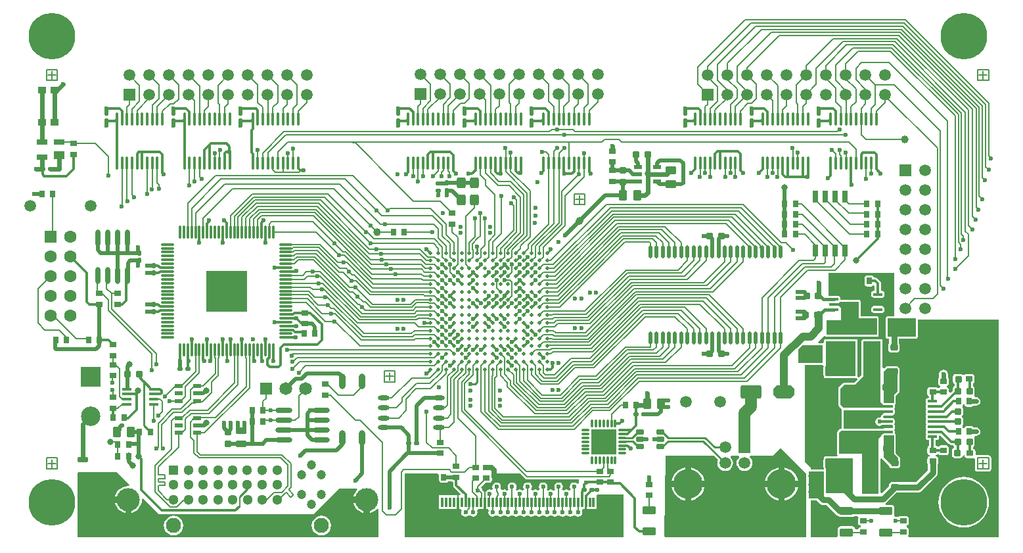
<source format=gtl>
G04*
G04 #@! TF.GenerationSoftware,Altium Limited,Altium Designer,18.0.11 (651)*
G04*
G04 Layer_Physical_Order=1*
G04 Layer_Color=255*
%FSLAX42Y42*%
%MOMM*%
G71*
G01*
G75*
%ADD11C,0.25*%
%ADD12C,0.60*%
%ADD13C,0.25*%
%ADD15C,0.20*%
%ADD17C,0.50*%
%ADD18C,0.30*%
%ADD21C,0.20*%
%ADD70C,1.20*%
%ADD116C,1.50*%
%ADD117R,1.50X1.50*%
%ADD131C,1.00*%
G04:AMPARAMS|DCode=132|XSize=0.9mm|YSize=0.8mm|CornerRadius=0.1mm|HoleSize=0mm|Usage=FLASHONLY|Rotation=270.000|XOffset=0mm|YOffset=0mm|HoleType=Round|Shape=RoundedRectangle|*
%AMROUNDEDRECTD132*
21,1,0.90,0.60,0,0,270.0*
21,1,0.70,0.80,0,0,270.0*
1,1,0.20,-0.30,-0.35*
1,1,0.20,-0.30,0.35*
1,1,0.20,0.30,0.35*
1,1,0.20,0.30,-0.35*
%
%ADD132ROUNDEDRECTD132*%
G04:AMPARAMS|DCode=133|XSize=0.5mm|YSize=0.6mm|CornerRadius=0.06mm|HoleSize=0mm|Usage=FLASHONLY|Rotation=270.000|XOffset=0mm|YOffset=0mm|HoleType=Round|Shape=RoundedRectangle|*
%AMROUNDEDRECTD133*
21,1,0.50,0.48,0,0,270.0*
21,1,0.38,0.60,0,0,270.0*
1,1,0.13,-0.24,-0.19*
1,1,0.13,-0.24,0.19*
1,1,0.13,0.24,0.19*
1,1,0.13,0.24,-0.19*
%
%ADD133ROUNDEDRECTD133*%
%ADD134O,0.35X1.70*%
%ADD135R,0.70X1.50*%
G04:AMPARAMS|DCode=136|XSize=0.9mm|YSize=0.7mm|CornerRadius=0.09mm|HoleSize=0mm|Usage=FLASHONLY|Rotation=180.000|XOffset=0mm|YOffset=0mm|HoleType=Round|Shape=RoundedRectangle|*
%AMROUNDEDRECTD136*
21,1,0.90,0.53,0,0,180.0*
21,1,0.73,0.70,0,0,180.0*
1,1,0.18,-0.36,0.26*
1,1,0.18,0.36,0.26*
1,1,0.18,0.36,-0.26*
1,1,0.18,-0.36,-0.26*
%
%ADD136ROUNDEDRECTD136*%
G04:AMPARAMS|DCode=137|XSize=0.9mm|YSize=0.7mm|CornerRadius=0.09mm|HoleSize=0mm|Usage=FLASHONLY|Rotation=270.000|XOffset=0mm|YOffset=0mm|HoleType=Round|Shape=RoundedRectangle|*
%AMROUNDEDRECTD137*
21,1,0.90,0.53,0,0,270.0*
21,1,0.73,0.70,0,0,270.0*
1,1,0.18,-0.26,-0.36*
1,1,0.18,-0.26,0.36*
1,1,0.18,0.26,0.36*
1,1,0.18,0.26,-0.36*
%
%ADD137ROUNDEDRECTD137*%
G04:AMPARAMS|DCode=138|XSize=0.35mm|YSize=1.2mm|CornerRadius=0.04mm|HoleSize=0mm|Usage=FLASHONLY|Rotation=90.000|XOffset=0mm|YOffset=0mm|HoleType=Round|Shape=RoundedRectangle|*
%AMROUNDEDRECTD138*
21,1,0.35,1.11,0,0,90.0*
21,1,0.26,1.20,0,0,90.0*
1,1,0.09,0.56,0.13*
1,1,0.09,0.56,-0.13*
1,1,0.09,-0.56,-0.13*
1,1,0.09,-0.56,0.13*
%
%ADD138ROUNDEDRECTD138*%
%ADD139R,1.10X0.60*%
%ADD140O,0.80X2.00*%
G04:AMPARAMS|DCode=141|XSize=1.7mm|YSize=1.1mm|CornerRadius=0.14mm|HoleSize=0mm|Usage=FLASHONLY|Rotation=90.000|XOffset=0mm|YOffset=0mm|HoleType=Round|Shape=RoundedRectangle|*
%AMROUNDEDRECTD141*
21,1,1.70,0.83,0,0,90.0*
21,1,1.43,1.10,0,0,90.0*
1,1,0.28,0.41,0.71*
1,1,0.28,0.41,-0.71*
1,1,0.28,-0.41,-0.71*
1,1,0.28,-0.41,0.71*
%
%ADD141ROUNDEDRECTD141*%
G04:AMPARAMS|DCode=142|XSize=0.9mm|YSize=0.8mm|CornerRadius=0.1mm|HoleSize=0mm|Usage=FLASHONLY|Rotation=180.000|XOffset=0mm|YOffset=0mm|HoleType=Round|Shape=RoundedRectangle|*
%AMROUNDEDRECTD142*
21,1,0.90,0.60,0,0,180.0*
21,1,0.70,0.80,0,0,180.0*
1,1,0.20,-0.35,0.30*
1,1,0.20,0.35,0.30*
1,1,0.20,0.35,-0.30*
1,1,0.20,-0.35,-0.30*
%
%ADD142ROUNDEDRECTD142*%
%ADD143O,0.55X1.65*%
%ADD144R,1.40X0.80*%
%ADD145R,1.40X1.00*%
%ADD146O,1.50X0.60*%
%ADD147R,1.02X0.89*%
G04:AMPARAMS|DCode=148|XSize=0.95mm|YSize=0.9mm|CornerRadius=0.23mm|HoleSize=0mm|Usage=FLASHONLY|Rotation=180.000|XOffset=0mm|YOffset=0mm|HoleType=Round|Shape=RoundedRectangle|*
%AMROUNDEDRECTD148*
21,1,0.95,0.45,0,0,180.0*
21,1,0.50,0.90,0,0,180.0*
1,1,0.45,-0.25,0.23*
1,1,0.45,0.25,0.23*
1,1,0.45,0.25,-0.23*
1,1,0.45,-0.25,-0.23*
%
%ADD148ROUNDEDRECTD148*%
G04:AMPARAMS|DCode=149|XSize=2.65mm|YSize=1.75mm|CornerRadius=0.22mm|HoleSize=0mm|Usage=FLASHONLY|Rotation=0.000|XOffset=0mm|YOffset=0mm|HoleType=Round|Shape=RoundedRectangle|*
%AMROUNDEDRECTD149*
21,1,2.65,1.31,0,0,0.0*
21,1,2.21,1.75,0,0,0.0*
1,1,0.44,1.11,-0.66*
1,1,0.44,-1.11,-0.66*
1,1,0.44,-1.11,0.66*
1,1,0.44,1.11,0.66*
%
%ADD149ROUNDEDRECTD149*%
G04:AMPARAMS|DCode=150|XSize=2.65mm|YSize=1.75mm|CornerRadius=0mm|HoleSize=0mm|Usage=FLASHONLY|Rotation=0.000|XOffset=0mm|YOffset=0mm|HoleType=Round|Shape=Octagon|*
%AMOCTAGOND150*
4,1,8,1.33,-0.44,1.33,0.44,0.89,0.88,-0.89,0.88,-1.33,0.44,-1.33,-0.44,-0.89,-0.88,0.89,-0.88,1.33,-0.44,0.0*
%
%ADD150OCTAGOND150*%

G04:AMPARAMS|DCode=151|XSize=3.2mm|YSize=3.2mm|CornerRadius=0.4mm|HoleSize=0mm|Usage=FLASHONLY|Rotation=90.000|XOffset=0mm|YOffset=0mm|HoleType=Round|Shape=RoundedRectangle|*
%AMROUNDEDRECTD151*
21,1,3.20,2.40,0,0,90.0*
21,1,2.40,3.20,0,0,90.0*
1,1,0.80,1.20,1.20*
1,1,0.80,1.20,-1.20*
1,1,0.80,-1.20,-1.20*
1,1,0.80,-1.20,1.20*
%
%ADD151ROUNDEDRECTD151*%
G04:AMPARAMS|DCode=152|XSize=1.3mm|YSize=1mm|CornerRadius=0.13mm|HoleSize=0mm|Usage=FLASHONLY|Rotation=90.000|XOffset=0mm|YOffset=0mm|HoleType=Round|Shape=RoundedRectangle|*
%AMROUNDEDRECTD152*
21,1,1.30,0.75,0,0,90.0*
21,1,1.05,1.00,0,0,90.0*
1,1,0.25,0.38,0.53*
1,1,0.25,0.38,-0.53*
1,1,0.25,-0.38,-0.53*
1,1,0.25,-0.38,0.53*
%
%ADD152ROUNDEDRECTD152*%
G04:AMPARAMS|DCode=153|XSize=0.5mm|YSize=0.6mm|CornerRadius=0.06mm|HoleSize=0mm|Usage=FLASHONLY|Rotation=180.000|XOffset=0mm|YOffset=0mm|HoleType=Round|Shape=RoundedRectangle|*
%AMROUNDEDRECTD153*
21,1,0.50,0.48,0,0,180.0*
21,1,0.38,0.60,0,0,180.0*
1,1,0.13,-0.19,0.24*
1,1,0.13,0.19,0.24*
1,1,0.13,0.19,-0.24*
1,1,0.13,-0.19,-0.24*
%
%ADD153ROUNDEDRECTD153*%
G04:AMPARAMS|DCode=154|XSize=0.6mm|YSize=1mm|CornerRadius=0.08mm|HoleSize=0mm|Usage=FLASHONLY|Rotation=270.000|XOffset=0mm|YOffset=0mm|HoleType=Round|Shape=RoundedRectangle|*
%AMROUNDEDRECTD154*
21,1,0.60,0.85,0,0,270.0*
21,1,0.45,1.00,0,0,270.0*
1,1,0.15,-0.43,-0.23*
1,1,0.15,-0.43,0.23*
1,1,0.15,0.43,0.23*
1,1,0.15,0.43,-0.23*
%
%ADD154ROUNDEDRECTD154*%
%ADD155R,3.30X3.30*%
%ADD156O,0.30X1.05*%
%ADD157O,1.05X0.30*%
%ADD158C,0.50*%
%ADD159O,2.20X0.60*%
%ADD160R,1.75X4.50*%
G04:AMPARAMS|DCode=161|XSize=1.3mm|YSize=0.7mm|CornerRadius=0.09mm|HoleSize=0mm|Usage=FLASHONLY|Rotation=90.000|XOffset=0mm|YOffset=0mm|HoleType=Round|Shape=RoundedRectangle|*
%AMROUNDEDRECTD161*
21,1,1.30,0.53,0,0,90.0*
21,1,1.13,0.70,0,0,90.0*
1,1,0.18,0.26,0.56*
1,1,0.18,0.26,-0.56*
1,1,0.18,-0.26,-0.56*
1,1,0.18,-0.26,0.56*
%
%ADD161ROUNDEDRECTD161*%
G04:AMPARAMS|DCode=162|XSize=0.6mm|YSize=0.5mm|CornerRadius=0.06mm|HoleSize=0mm|Usage=FLASHONLY|Rotation=180.000|XOffset=0mm|YOffset=0mm|HoleType=Round|Shape=RoundedRectangle|*
%AMROUNDEDRECTD162*
21,1,0.60,0.38,0,0,180.0*
21,1,0.48,0.50,0,0,180.0*
1,1,0.13,-0.24,0.19*
1,1,0.13,0.24,0.19*
1,1,0.13,0.24,-0.19*
1,1,0.13,-0.24,-0.19*
%
%ADD162ROUNDEDRECTD162*%
%ADD163R,1.80X1.50*%
%ADD164R,0.30X1.25*%
G04:AMPARAMS|DCode=165|XSize=1.3mm|YSize=0.9mm|CornerRadius=0.11mm|HoleSize=0mm|Usage=FLASHONLY|Rotation=0.000|XOffset=0mm|YOffset=0mm|HoleType=Round|Shape=RoundedRectangle|*
%AMROUNDEDRECTD165*
21,1,1.30,0.68,0,0,0.0*
21,1,1.08,0.90,0,0,0.0*
1,1,0.23,0.54,-0.34*
1,1,0.23,-0.54,-0.34*
1,1,0.23,-0.54,0.34*
1,1,0.23,0.54,0.34*
%
%ADD165ROUNDEDRECTD165*%
%ADD166O,0.30X1.80*%
%ADD167O,1.80X0.30*%
%ADD168R,5.30X5.30*%
G04:AMPARAMS|DCode=169|XSize=1.75mm|YSize=1.05mm|CornerRadius=0.13mm|HoleSize=0mm|Usage=FLASHONLY|Rotation=180.000|XOffset=0mm|YOffset=0mm|HoleType=Round|Shape=RoundedRectangle|*
%AMROUNDEDRECTD169*
21,1,1.75,0.79,0,0,180.0*
21,1,1.49,1.05,0,0,180.0*
1,1,0.26,-0.74,0.39*
1,1,0.26,0.74,0.39*
1,1,0.26,0.74,-0.39*
1,1,0.26,-0.74,-0.39*
%
%ADD169ROUNDEDRECTD169*%
G04:AMPARAMS|DCode=170|XSize=1.4mm|YSize=1.2mm|CornerRadius=0.3mm|HoleSize=0mm|Usage=FLASHONLY|Rotation=270.000|XOffset=0mm|YOffset=0mm|HoleType=Round|Shape=RoundedRectangle|*
%AMROUNDEDRECTD170*
21,1,1.40,0.60,0,0,270.0*
21,1,0.80,1.20,0,0,270.0*
1,1,0.60,-0.30,-0.40*
1,1,0.60,-0.30,0.40*
1,1,0.60,0.30,0.40*
1,1,0.60,0.30,-0.40*
%
%ADD170ROUNDEDRECTD170*%
G04:AMPARAMS|DCode=171|XSize=1.3mm|YSize=1mm|CornerRadius=0.13mm|HoleSize=0mm|Usage=FLASHONLY|Rotation=0.000|XOffset=0mm|YOffset=0mm|HoleType=Round|Shape=RoundedRectangle|*
%AMROUNDEDRECTD171*
21,1,1.30,0.75,0,0,0.0*
21,1,1.05,1.00,0,0,0.0*
1,1,0.25,0.53,-0.38*
1,1,0.25,-0.53,-0.38*
1,1,0.25,-0.53,0.38*
1,1,0.25,0.53,0.38*
%
%ADD171ROUNDEDRECTD171*%
%ADD172O,0.60X2.20*%
G04:AMPARAMS|DCode=173|XSize=1.3mm|YSize=0.7mm|CornerRadius=0.09mm|HoleSize=0mm|Usage=FLASHONLY|Rotation=0.000|XOffset=0mm|YOffset=0mm|HoleType=Round|Shape=RoundedRectangle|*
%AMROUNDEDRECTD173*
21,1,1.30,0.53,0,0,0.0*
21,1,1.13,0.70,0,0,0.0*
1,1,0.18,0.56,-0.26*
1,1,0.18,-0.56,-0.26*
1,1,0.18,-0.56,0.26*
1,1,0.18,0.56,0.26*
%
%ADD173ROUNDEDRECTD173*%
%ADD174C,0.51*%
%ADD175C,0.30*%
%ADD176C,0.64*%
%ADD177C,1.50*%
%ADD178C,0.40*%
%ADD179C,0.80*%
%ADD180C,1.00*%
%ADD181C,3.00*%
%ADD182C,1.30*%
%ADD183R,1.30X1.30*%
%ADD184C,1.95*%
%ADD185R,1.50X1.50*%
%ADD186R,1.65X1.65*%
%ADD187C,1.65*%
%ADD188C,2.50*%
%ADD189R,2.50X2.50*%
%ADD190C,1.52*%
%ADD191C,3.80*%
%ADD192R,1.52X1.52*%
%ADD193C,1.60*%
%ADD194R,1.60X1.60*%
%ADD195C,6.00*%
%ADD196C,0.60*%
%ADD197C,0.80*%
%ADD198C,0.66*%
G36*
X10900Y2870D02*
X11130D01*
Y2660D01*
X10480D01*
Y2840D01*
X10670D01*
Y3000D01*
X10640Y3030D01*
X10550D01*
Y3060D01*
X10632D01*
X10646Y3075D01*
X10652Y3078D01*
X10653Y3080D01*
X10900D01*
Y2870D01*
D02*
G37*
G36*
X11350Y2900D02*
X11348Y2895D01*
X11270D01*
X11260Y2894D01*
X11252Y2888D01*
X11246Y2880D01*
X11245Y2870D01*
Y2630D01*
X11246Y2620D01*
X11252Y2612D01*
X11260Y2606D01*
X11270Y2605D01*
X11284D01*
Y2545D01*
X11280Y2539D01*
X11277Y2520D01*
Y2475D01*
X11280Y2456D01*
X11291Y2441D01*
X11306Y2430D01*
X11325Y2427D01*
X11375D01*
X11394Y2430D01*
X11409Y2441D01*
X11420Y2456D01*
X11423Y2475D01*
Y2520D01*
X11420Y2539D01*
X11416Y2545D01*
Y2605D01*
X11630D01*
X11640Y2606D01*
X11648Y2612D01*
X11654Y2620D01*
X11655Y2630D01*
Y2850D01*
X12700D01*
Y52D01*
X12698Y50D01*
X11538D01*
X11532Y66D01*
X11531Y70D01*
X11538Y81D01*
X11541Y94D01*
Y146D01*
X11538Y159D01*
X11531Y171D01*
X11519Y178D01*
X11511Y180D01*
Y200D01*
X11519Y202D01*
X11531Y209D01*
X11538Y221D01*
X11541Y234D01*
Y286D01*
X11538Y299D01*
X11531Y311D01*
X11519Y318D01*
X11506Y321D01*
X11434D01*
X11421Y318D01*
X11409Y311D01*
X11397Y308D01*
X11391Y312D01*
X11370Y316D01*
X11362Y314D01*
X11350Y332D01*
X11350Y333D01*
X11353Y348D01*
Y427D01*
X11350Y442D01*
X11342Y454D01*
X11329Y463D01*
X11314Y466D01*
X11249D01*
X11245Y473D01*
X11244Y486D01*
X11254Y494D01*
X11382Y622D01*
X11385D01*
X11404Y625D01*
X11406Y627D01*
X11662D01*
X11679Y629D01*
X11695Y636D01*
X11709Y646D01*
X11896Y834D01*
X11907Y847D01*
X11913Y863D01*
X11916Y880D01*
Y987D01*
X11918Y991D01*
X11921Y1004D01*
Y1056D01*
X11918Y1069D01*
X11911Y1081D01*
X11899Y1088D01*
X11891Y1090D01*
Y1110D01*
X11899Y1112D01*
X11911Y1119D01*
X11929D01*
X11941Y1112D01*
X11954Y1109D01*
X12026D01*
X12039Y1112D01*
X12051Y1119D01*
X12058Y1131D01*
X12061Y1144D01*
Y1196D01*
X12058Y1209D01*
X12051Y1221D01*
X12039Y1228D01*
X12026Y1231D01*
X11954D01*
X11941Y1228D01*
X11929Y1221D01*
X11911D01*
X11899Y1228D01*
X11886Y1231D01*
X11886D01*
Y1299D01*
X11901D01*
X11912Y1302D01*
X11922Y1308D01*
X11928Y1318D01*
X11931Y1329D01*
Y1355D01*
X11933Y1357D01*
X11950Y1363D01*
X12061Y1251D01*
X12074Y1242D01*
X12090Y1239D01*
X12090Y1239D01*
X12110D01*
X12112Y1231D01*
X12120Y1220D01*
X12122Y1218D01*
X12122Y1208D01*
X12119Y1196D01*
X12110Y1190D01*
X12102Y1179D01*
X12099Y1165D01*
Y1105D01*
X12102Y1091D01*
X12110Y1080D01*
X12121Y1072D01*
X12135Y1069D01*
X12205D01*
X12219Y1072D01*
X12230Y1080D01*
X12238Y1091D01*
X12240Y1102D01*
X12259Y1104D01*
X12262Y1091D01*
X12269Y1079D01*
X12281Y1072D01*
X12294Y1069D01*
X12366D01*
X12375Y1071D01*
X12389Y1063D01*
X12394Y1058D01*
Y930D01*
X12397Y916D01*
X12405Y905D01*
X12416Y897D01*
X12430Y894D01*
X12570D01*
X12584Y897D01*
X12595Y905D01*
X12603Y916D01*
X12606Y930D01*
Y1070D01*
X12603Y1084D01*
X12595Y1095D01*
X12584Y1103D01*
X12570Y1106D01*
X12430D01*
X12421Y1104D01*
X12406Y1112D01*
X12401Y1117D01*
Y1156D01*
X12398Y1169D01*
X12391Y1181D01*
X12379Y1188D01*
X12366Y1191D01*
X12366D01*
Y1211D01*
X12369Y1212D01*
X12380Y1220D01*
X12388Y1231D01*
X12391Y1245D01*
Y1315D01*
X12388Y1329D01*
X12384Y1334D01*
X12393Y1353D01*
X12393Y1354D01*
X12410D01*
X12431Y1358D01*
X12450Y1370D01*
X12462Y1389D01*
X12466Y1410D01*
X12462Y1431D01*
X12450Y1450D01*
X12431Y1462D01*
X12410Y1466D01*
X12374D01*
X12371Y1471D01*
X12359Y1478D01*
X12346Y1481D01*
X12294D01*
X12281Y1478D01*
X12269Y1471D01*
X12262Y1459D01*
X12260Y1451D01*
X12240D01*
X12238Y1459D01*
X12231Y1471D01*
X12237Y1490D01*
X12238Y1491D01*
X12241Y1505D01*
Y1575D01*
X12238Y1589D01*
X12230Y1600D01*
Y1610D01*
X12238Y1621D01*
X12241Y1635D01*
Y1705D01*
X12238Y1719D01*
X12237Y1720D01*
X12231Y1739D01*
X12238Y1751D01*
X12240Y1759D01*
X12260D01*
X12262Y1751D01*
X12269Y1739D01*
X12281Y1732D01*
X12294Y1729D01*
X12346D01*
X12359Y1732D01*
X12371Y1739D01*
X12374Y1744D01*
X12410D01*
X12431Y1748D01*
X12450Y1760D01*
X12462Y1779D01*
X12466Y1800D01*
X12462Y1821D01*
X12450Y1840D01*
X12431Y1852D01*
X12410Y1856D01*
X12393D01*
X12393Y1857D01*
X12384Y1876D01*
X12388Y1881D01*
X12391Y1895D01*
Y1965D01*
X12388Y1979D01*
X12380Y1990D01*
X12369Y1998D01*
X12366Y1999D01*
Y2031D01*
X12369Y2032D01*
X12381Y2039D01*
X12388Y2051D01*
X12391Y2064D01*
Y2116D01*
X12388Y2129D01*
X12381Y2141D01*
X12369Y2148D01*
X12356Y2151D01*
X12284D01*
X12271Y2148D01*
X12259Y2141D01*
X12255Y2140D01*
X12237Y2143D01*
X12229Y2148D01*
X12215Y2151D01*
X12145D01*
X12131Y2148D01*
X12120Y2140D01*
X12112Y2129D01*
X12109Y2115D01*
Y2055D01*
X12112Y2041D01*
X12120Y2030D01*
X12131Y2022D01*
X12134Y2021D01*
Y1999D01*
X12131Y1998D01*
X12120Y1990D01*
X12112Y1979D01*
X12109Y1965D01*
Y1937D01*
X12081Y1908D01*
X12061Y1917D01*
Y1946D01*
X12058Y1959D01*
X12051Y1971D01*
X12039Y1978D01*
X12031Y1980D01*
Y2000D01*
X12039Y2002D01*
X12051Y2009D01*
X12058Y2021D01*
X12061Y2034D01*
Y2086D01*
X12058Y2099D01*
X12051Y2111D01*
X12046Y2114D01*
Y2150D01*
X12042Y2171D01*
X12030Y2190D01*
X12011Y2202D01*
X11990Y2206D01*
X11969Y2202D01*
X11950Y2190D01*
X11938Y2171D01*
X11934Y2150D01*
Y2114D01*
X11929Y2111D01*
X11922Y2099D01*
X11919Y2086D01*
Y2034D01*
X11922Y2021D01*
X11929Y2009D01*
X11941Y2002D01*
X11949Y2000D01*
Y1980D01*
X11941Y1978D01*
X11929Y1971D01*
X11911D01*
X11899Y1978D01*
X11886Y1981D01*
X11814D01*
X11801Y1978D01*
X11789Y1971D01*
X11782Y1959D01*
X11779Y1946D01*
Y1894D01*
X11782Y1881D01*
X11789Y1869D01*
X11801Y1862D01*
X11804Y1861D01*
Y1841D01*
X11789D01*
X11778Y1838D01*
X11768Y1832D01*
X11762Y1822D01*
X11759Y1811D01*
Y1784D01*
X11762Y1773D01*
X11767Y1765D01*
X11762Y1757D01*
X11759Y1746D01*
Y1719D01*
X11762Y1708D01*
X11767Y1700D01*
X11762Y1692D01*
X11759Y1681D01*
Y1654D01*
X11762Y1643D01*
X11767Y1635D01*
X11762Y1627D01*
X11759Y1616D01*
Y1589D01*
X11762Y1578D01*
X11767Y1570D01*
X11762Y1562D01*
X11759Y1551D01*
Y1524D01*
X11762Y1513D01*
X11767Y1505D01*
X11762Y1497D01*
X11759Y1486D01*
Y1459D01*
X11762Y1448D01*
X11767Y1440D01*
X11762Y1432D01*
X11759Y1421D01*
Y1394D01*
X11762Y1383D01*
X11767Y1375D01*
X11762Y1367D01*
X11759Y1356D01*
Y1329D01*
X11762Y1318D01*
X11768Y1308D01*
X11778Y1302D01*
X11789Y1299D01*
X11804D01*
Y1229D01*
X11801Y1228D01*
X11789Y1221D01*
X11782Y1209D01*
X11779Y1196D01*
Y1144D01*
X11782Y1131D01*
X11789Y1119D01*
X11801Y1112D01*
X11809Y1110D01*
Y1090D01*
X11801Y1088D01*
X11789Y1081D01*
X11782Y1069D01*
X11779Y1056D01*
Y1004D01*
X11782Y991D01*
X11784Y987D01*
Y907D01*
X11635Y758D01*
X11406D01*
X11404Y760D01*
X11385Y763D01*
X11335D01*
X11316Y760D01*
X11301Y749D01*
X11290Y734D01*
X11287Y715D01*
Y712D01*
X11195Y621D01*
X11175Y629D01*
X11175Y1058D01*
X11195Y1064D01*
X11197Y1062D01*
X11290Y969D01*
X11290Y966D01*
X11301Y951D01*
X11316Y940D01*
X11323Y939D01*
X11323Y939D01*
X11332Y937D01*
X11333D01*
X11335Y937D01*
X11385D01*
X11404Y940D01*
X11419Y951D01*
X11430Y966D01*
X11433Y985D01*
Y1030D01*
X11433Y1032D01*
Y1068D01*
X11431Y1077D01*
X11426Y1086D01*
X11375Y1136D01*
Y1360D01*
X11374Y1370D01*
X11368Y1378D01*
X11360Y1384D01*
X11360Y1385D01*
X11360Y1387D01*
X11360Y1388D01*
X11360Y1389D01*
Y1393D01*
X11361Y1394D01*
Y1421D01*
X11358Y1432D01*
X11354Y1438D01*
X11359Y1445D01*
X11360Y1455D01*
Y1459D01*
X11361Y1459D01*
Y1486D01*
X11360Y1486D01*
Y1491D01*
X11360Y1492D01*
X11360Y1493D01*
X11359Y1497D01*
X11359Y1501D01*
X11358Y1502D01*
X11357Y1503D01*
X11355Y1506D01*
X11354Y1507D01*
X11358Y1513D01*
X11361Y1524D01*
Y1551D01*
X11358Y1562D01*
X11352Y1572D01*
X11342Y1578D01*
X11331Y1581D01*
X11224D01*
X11219Y1585D01*
X11215Y1593D01*
X11213Y1600D01*
X11213Y1600D01*
X11214Y1604D01*
X11215Y1607D01*
X11229Y1620D01*
X11331D01*
X11334Y1621D01*
X11338Y1621D01*
X11339Y1622D01*
X11340Y1622D01*
X11343Y1624D01*
X11347Y1626D01*
X11351Y1629D01*
X11352Y1630D01*
X11353Y1631D01*
X11355Y1634D01*
X11357Y1637D01*
X11358Y1638D01*
X11359Y1639D01*
X11359Y1643D01*
X11360Y1647D01*
X11360Y1648D01*
X11360Y1649D01*
Y1654D01*
X11361Y1654D01*
Y1681D01*
X11360Y1681D01*
Y1685D01*
X11359Y1695D01*
X11354Y1702D01*
X11358Y1708D01*
X11361Y1719D01*
Y1746D01*
X11360Y1747D01*
Y1751D01*
X11360Y1752D01*
X11360Y1753D01*
X11360Y1755D01*
X11360Y1756D01*
X11368Y1762D01*
X11374Y1770D01*
X11375Y1780D01*
Y1874D01*
X11416Y1914D01*
X11421Y1923D01*
X11423Y1933D01*
Y2158D01*
X11423Y2160D01*
Y2205D01*
X11420Y2224D01*
X11409Y2239D01*
X11394Y2250D01*
X11375Y2253D01*
X11325D01*
X11323Y2253D01*
X11265D01*
X11255Y2251D01*
X11247Y2246D01*
X11224Y2223D01*
X11205Y2230D01*
Y2533D01*
X11205Y2535D01*
Y2600D01*
X11140D01*
X11138Y2600D01*
X10957D01*
X10948Y2599D01*
X10939Y2593D01*
X10934Y2585D01*
X10932Y2575D01*
Y2136D01*
X10900Y2104D01*
X10880Y2112D01*
Y2123D01*
X10880Y2125D01*
Y2575D01*
X10880Y2577D01*
Y2600D01*
X10857D01*
X10855Y2600D01*
X10470D01*
X10460Y2599D01*
X10452Y2593D01*
X10446Y2585D01*
X10445Y2575D01*
Y2563D01*
X10430Y2545D01*
X10382D01*
X10374Y2564D01*
X10453Y2643D01*
X10462Y2642D01*
X10470Y2636D01*
X10480Y2635D01*
X11130D01*
X11140Y2636D01*
X11148Y2642D01*
X11154Y2650D01*
X11155Y2660D01*
Y2870D01*
X11154Y2880D01*
X11148Y2888D01*
X11140Y2894D01*
X11130Y2895D01*
X10925D01*
Y3080D01*
X10924Y3090D01*
X10918Y3098D01*
X10910Y3104D01*
X10900Y3105D01*
X10661D01*
Y3126D01*
X10658Y3137D01*
X10652Y3147D01*
X10642Y3153D01*
X10631Y3156D01*
X10589D01*
X10575Y3158D01*
X10510D01*
Y3450D01*
X11350D01*
Y2900D01*
D02*
G37*
G36*
X11630Y2630D02*
X11270D01*
Y2870D01*
X11630D01*
Y2630D01*
D02*
G37*
G36*
X10430Y2290D02*
X10120D01*
Y2473D01*
X10167Y2520D01*
X10430D01*
Y2290D01*
D02*
G37*
G36*
X10855Y2125D02*
X10470D01*
Y2575D01*
X10855D01*
Y2125D01*
D02*
G37*
G36*
X11397Y2202D02*
Y1933D01*
X11350Y1885D01*
Y1780D01*
X11222D01*
X11215Y1788D01*
Y2177D01*
X11265Y2227D01*
X11372D01*
X11397Y2202D01*
D02*
G37*
G36*
X11180Y2533D02*
Y2018D01*
X11179Y2015D01*
Y1945D01*
X11180Y1942D01*
Y1795D01*
X11189Y1786D01*
Y1784D01*
X11192Y1773D01*
X11198Y1763D01*
X11208Y1757D01*
X11219Y1754D01*
X11331D01*
X11335Y1751D01*
Y1727D01*
X11322Y1715D01*
X10700D01*
X10662Y1752D01*
Y1962D01*
X10715Y2015D01*
X10847D01*
X10957Y2125D01*
Y2575D01*
X11138D01*
X11180Y2533D01*
D02*
G37*
G36*
X11335Y1649D02*
X11331Y1646D01*
X11219D01*
X11208Y1643D01*
X11198Y1637D01*
X11192Y1627D01*
X11189Y1616D01*
Y1610D01*
X11169Y1593D01*
X11168Y1594D01*
X11146Y1589D01*
X11128Y1577D01*
X11116Y1559D01*
X11111Y1538D01*
X11116Y1516D01*
X11128Y1498D01*
X11146Y1486D01*
X11168Y1481D01*
X11189Y1486D01*
X11205Y1497D01*
X11208D01*
X11208Y1497D01*
X11219Y1494D01*
X11331D01*
X11335Y1491D01*
Y1455D01*
X11331Y1451D01*
X11219D01*
X11208Y1448D01*
X11203Y1445D01*
X10700D01*
Y1685D01*
X11335D01*
Y1649D01*
D02*
G37*
G36*
Y1418D02*
Y1389D01*
X11331Y1386D01*
X11219D01*
X11208Y1383D01*
X11198Y1377D01*
X11192Y1367D01*
X11189Y1356D01*
Y1352D01*
X11150Y1312D01*
X11150Y612D01*
X10938D01*
Y1123D01*
X10643Y1125D01*
Y1398D01*
X10670Y1425D01*
X10685D01*
X10690Y1421D01*
X10700Y1420D01*
X11203D01*
X11205Y1420D01*
X11208D01*
X11210Y1421D01*
X11213Y1421D01*
X11215Y1423D01*
X11217Y1424D01*
X11218Y1424D01*
X11221Y1425D01*
X11328D01*
X11335Y1418D01*
D02*
G37*
G36*
X10445Y2247D02*
Y2244D01*
X10444Y2242D01*
Y2138D01*
X10445Y2136D01*
Y2125D01*
X10446Y2115D01*
X10452Y2107D01*
X10460Y2101D01*
X10470Y2100D01*
X10481D01*
X10482Y2099D01*
X10557D01*
X10559Y2100D01*
X10855D01*
X10857Y2100D01*
X10868D01*
X10876Y2080D01*
X10837Y2040D01*
X10715D01*
X10705Y2039D01*
X10697Y2033D01*
X10696Y2033D01*
X10694D01*
X10638Y1976D01*
Y1965D01*
X10637Y1962D01*
Y1752D01*
X10639Y1743D01*
X10644Y1734D01*
X10680Y1699D01*
X10676Y1695D01*
X10675Y1685D01*
Y1624D01*
X10674Y1623D01*
Y1518D01*
X10675Y1516D01*
Y1450D01*
X10670D01*
X10660Y1449D01*
X10652Y1443D01*
X10624Y1416D01*
X10619Y1407D01*
X10617Y1398D01*
Y1125D01*
X10618Y1120D01*
X10619Y1115D01*
X10619Y1115D01*
X10619Y1115D01*
X10622Y1111D01*
X10622Y1110D01*
X10618Y1098D01*
X10617Y1095D01*
X10613Y1090D01*
X10559D01*
X10557Y1091D01*
X10482D01*
X10481Y1090D01*
X10470D01*
X10460Y1089D01*
X10452Y1083D01*
X10446Y1075D01*
X10445Y1065D01*
Y1054D01*
X10444Y1052D01*
Y948D01*
X10445Y946D01*
Y925D01*
X10280D01*
Y940D01*
X10200Y1020D01*
Y2265D01*
X10430D01*
X10445Y2247D01*
D02*
G37*
G36*
X11350Y1125D02*
X11407Y1068D01*
Y990D01*
X11380Y962D01*
X11332D01*
X11215Y1080D01*
Y1343D01*
X11232Y1360D01*
X11350D01*
Y1125D01*
D02*
G37*
G36*
X10220Y870D02*
Y50D01*
X8408D01*
X8394Y64D01*
X8405Y1100D01*
X9026Y1100D01*
X9082Y1045D01*
X9076Y1032D01*
X9073Y1006D01*
X9076Y979D01*
X9087Y954D01*
X9103Y933D01*
X9124Y917D01*
X9149Y907D01*
X9175Y903D01*
X9201Y907D01*
X9226Y917D01*
X9247Y933D01*
X9263Y954D01*
X9274Y979D01*
X9277Y1006D01*
X9274Y1032D01*
X9263Y1057D01*
X9247Y1078D01*
X9244Y1080D01*
X9251Y1100D01*
X9349D01*
X9356Y1080D01*
X9353Y1078D01*
X9337Y1057D01*
X9326Y1032D01*
X9323Y1006D01*
X9326Y979D01*
X9337Y954D01*
X9353Y933D01*
X9374Y917D01*
X9399Y907D01*
X9425Y903D01*
X9451Y907D01*
X9476Y917D01*
X9497Y933D01*
X9513Y954D01*
X9524Y979D01*
X9527Y1006D01*
X9524Y1032D01*
X9513Y1057D01*
X9497Y1078D01*
X9494Y1080D01*
X9501Y1100D01*
X9790D01*
X9890Y1200D01*
X10220Y870D01*
D02*
G37*
G36*
X6598Y805D02*
X6610Y797D01*
X6623Y794D01*
X7290D01*
Y745D01*
X7270Y739D01*
X7270Y740D01*
X7251Y752D01*
X7230Y756D01*
X7209Y752D01*
X7190Y740D01*
X7178Y721D01*
X7174Y700D01*
X7178Y679D01*
X7186Y667D01*
X7185Y662D01*
X7183Y660D01*
X7162Y654D01*
X7151Y662D01*
X7130Y666D01*
X7109Y662D01*
X7098Y654D01*
X7077Y660D01*
X7075Y662D01*
X7074Y667D01*
X7082Y679D01*
X7086Y700D01*
X7082Y721D01*
X7070Y740D01*
X7051Y752D01*
X7030Y756D01*
X7009Y752D01*
X6990Y740D01*
X6978Y721D01*
X6974Y700D01*
X6978Y679D01*
X6986Y667D01*
X6985Y662D01*
X6983Y660D01*
X6962Y654D01*
X6951Y662D01*
X6930Y666D01*
X6909Y662D01*
X6898Y654D01*
X6877Y660D01*
X6875Y662D01*
X6874Y667D01*
X6882Y679D01*
X6886Y700D01*
X6882Y721D01*
X6870Y740D01*
X6851Y752D01*
X6830Y756D01*
X6809Y752D01*
X6790Y740D01*
X6778Y721D01*
X6774Y700D01*
X6778Y679D01*
X6786Y667D01*
X6785Y662D01*
X6783Y660D01*
X6762Y654D01*
X6751Y662D01*
X6730Y666D01*
X6709Y662D01*
X6698Y654D01*
X6677Y660D01*
X6675Y662D01*
X6674Y667D01*
X6682Y679D01*
X6686Y700D01*
X6682Y721D01*
X6670Y740D01*
X6651Y752D01*
X6630Y756D01*
X6609Y752D01*
X6590Y740D01*
X6578Y721D01*
X6574Y700D01*
X6578Y679D01*
X6586Y667D01*
X6585Y662D01*
X6583Y660D01*
X6562Y654D01*
X6551Y662D01*
X6530Y666D01*
X6509Y662D01*
X6498Y654D01*
X6477Y660D01*
X6475Y662D01*
X6474Y667D01*
X6482Y679D01*
X6486Y700D01*
X6482Y721D01*
X6470Y740D01*
X6451Y752D01*
X6430Y756D01*
X6409Y752D01*
X6390Y740D01*
X6378Y721D01*
X6374Y700D01*
X6378Y679D01*
X6386Y667D01*
X6385Y662D01*
X6383Y660D01*
X6362Y654D01*
X6351Y662D01*
X6330Y666D01*
X6309Y662D01*
X6304Y659D01*
X6280Y664D01*
X6277Y671D01*
X6282Y679D01*
X6286Y700D01*
X6282Y721D01*
X6270Y740D01*
X6251Y752D01*
X6230Y756D01*
X6209Y752D01*
X6190Y740D01*
X6178Y721D01*
X6174Y700D01*
X6178Y679D01*
X6183Y672D01*
X6168Y657D01*
X6161Y662D01*
X6140Y666D01*
X6119Y662D01*
X6100Y650D01*
X6088Y631D01*
X6088Y630D01*
X6071Y629D01*
X6067Y629D01*
X6060Y640D01*
X6045Y655D01*
X6042Y671D01*
X6030Y689D01*
X6090Y749D01*
X6136D01*
X6149Y752D01*
X6161Y759D01*
X6168Y771D01*
X6171Y784D01*
Y836D01*
X6168Y849D01*
X6168Y850D01*
X6178Y870D01*
X6533D01*
X6598Y805D01*
D02*
G37*
G36*
X1503Y727D02*
X1494Y708D01*
X1484Y709D01*
X1449Y705D01*
X1416Y695D01*
X1386Y679D01*
X1359Y657D01*
X1337Y631D01*
X1321Y600D01*
X1313Y573D01*
X1484D01*
Y533D01*
X1523D01*
Y362D01*
X1551Y371D01*
X1581Y387D01*
X1608Y409D01*
X1630Y435D01*
X1646Y466D01*
X1656Y499D01*
X1659Y533D01*
X1658Y543D01*
X1678Y552D01*
X1880Y350D01*
X3870D01*
X4200Y680D01*
X4431D01*
X4438Y660D01*
X4432Y655D01*
X4410Y628D01*
X4394Y598D01*
X4386Y571D01*
X4557D01*
Y531D01*
X4597D01*
Y360D01*
X4624Y368D01*
X4654Y384D01*
X4681Y406D01*
X4690Y417D01*
X4710Y410D01*
Y50D01*
X830D01*
Y880D01*
X840Y890D01*
X1340D01*
X1503Y727D01*
D02*
G37*
G36*
X10825Y615D02*
X10470D01*
Y1065D01*
X10825D01*
Y615D01*
D02*
G37*
G36*
X10445D02*
X10446Y605D01*
X10450Y600D01*
Y560D01*
X10440Y550D01*
X10250D01*
Y900D01*
X10445D01*
Y615D01*
D02*
G37*
G36*
X10394Y484D02*
X10407Y473D01*
X10423Y467D01*
X10440Y464D01*
X10483D01*
X10606Y341D01*
X10620Y331D01*
X10636Y324D01*
X10636Y324D01*
X10638Y321D01*
X10651Y312D01*
X10666Y309D01*
X10814D01*
X10829Y312D01*
X10842Y321D01*
X10843Y322D01*
X10883D01*
X10894Y302D01*
X10892Y299D01*
X10889Y286D01*
Y234D01*
X10892Y221D01*
X10899Y209D01*
X10911Y202D01*
X10919Y200D01*
Y180D01*
X10911Y178D01*
X10899Y171D01*
X10892Y159D01*
X10890Y148D01*
X10853D01*
Y152D01*
X10850Y167D01*
X10842Y179D01*
X10829Y188D01*
X10814Y191D01*
X10666D01*
X10651Y188D01*
X10638Y179D01*
X10630Y167D01*
X10627Y152D01*
Y73D01*
X10627Y70D01*
X10613Y50D01*
X10280D01*
Y525D01*
X10353D01*
X10394Y484D01*
D02*
G37*
G36*
X5489Y856D02*
Y822D01*
X5489Y820D01*
X5489Y818D01*
Y784D01*
X5492Y771D01*
X5499Y759D01*
X5511Y752D01*
X5524Y749D01*
X5576D01*
X5589Y752D01*
X5601Y759D01*
X5607Y769D01*
X5650D01*
X5661Y762D01*
X5669Y760D01*
Y720D01*
X5669Y720D01*
X5672Y704D01*
X5681Y691D01*
X5766Y606D01*
X5759Y588D01*
X5740D01*
Y412D01*
X5768D01*
X5779Y392D01*
X5778Y391D01*
X5774Y370D01*
X5778Y349D01*
X5790Y330D01*
X5809Y318D01*
X5830Y314D01*
X5851Y318D01*
X5870Y330D01*
X5870Y331D01*
X5890D01*
X5890Y330D01*
X5909Y318D01*
X5930Y314D01*
X5951Y318D01*
X5970Y330D01*
X5982Y349D01*
X5986Y370D01*
X5982Y391D01*
X5981Y392D01*
X5992Y412D01*
X6070D01*
Y487D01*
X6090Y478D01*
Y412D01*
X6118D01*
X6129Y392D01*
X6128Y391D01*
X6124Y370D01*
X6128Y349D01*
X6140Y330D01*
X6159Y318D01*
X6180Y314D01*
X6201Y318D01*
X6217Y329D01*
X6225Y331D01*
X6235D01*
X6243Y329D01*
X6259Y318D01*
X6280Y314D01*
X6301Y318D01*
X6317Y329D01*
X6325Y331D01*
X6335D01*
X6343Y329D01*
X6359Y318D01*
X6380Y314D01*
X6401Y318D01*
X6417Y329D01*
X6425Y331D01*
X6435D01*
X6443Y329D01*
X6459Y318D01*
X6480Y314D01*
X6501Y318D01*
X6517Y329D01*
X6525Y331D01*
X6535D01*
X6543Y329D01*
X6559Y318D01*
X6580Y314D01*
X6601Y318D01*
X6620Y330D01*
X6620Y331D01*
X6640D01*
X6640Y330D01*
X6659Y318D01*
X6680Y314D01*
X6701Y318D01*
X6720Y330D01*
X6720Y331D01*
X6740D01*
X6740Y330D01*
X6759Y318D01*
X6780Y314D01*
X6801Y318D01*
X6820Y330D01*
X6820Y331D01*
X6840D01*
X6840Y330D01*
X6859Y318D01*
X6880Y314D01*
X6901Y318D01*
X6920Y330D01*
X6920Y331D01*
X6940D01*
X6940Y330D01*
X6959Y318D01*
X6980Y314D01*
X7001Y318D01*
X7020Y330D01*
X7020Y331D01*
X7040D01*
X7040Y330D01*
X7059Y318D01*
X7080Y314D01*
X7101Y318D01*
X7120Y330D01*
X7120Y331D01*
X7140D01*
X7140Y330D01*
X7159Y318D01*
X7180Y314D01*
X7201Y318D01*
X7220Y330D01*
X7220Y331D01*
X7240D01*
X7240Y330D01*
X7259Y318D01*
X7280Y314D01*
X7301Y318D01*
X7320Y330D01*
X7332Y349D01*
X7336Y370D01*
X7332Y391D01*
X7331Y392D01*
X7342Y412D01*
X7370D01*
Y476D01*
X7372Y478D01*
X7390Y469D01*
Y412D01*
X7520D01*
Y580D01*
X7520Y588D01*
X7535Y600D01*
X7870D01*
Y50D01*
X5050D01*
Y870D01*
X5472D01*
X5489Y856D01*
D02*
G37*
%LPC*%
G36*
X11056Y3421D02*
X11004D01*
X10991Y3418D01*
X10979Y3411D01*
X10972Y3399D01*
X10969Y3386D01*
Y3314D01*
X10972Y3301D01*
X10979Y3289D01*
X10991Y3282D01*
X11004Y3279D01*
X11056D01*
X11069Y3282D01*
X11081Y3289D01*
X11082Y3292D01*
X11086Y3293D01*
X11104Y3283D01*
Y3221D01*
X11089D01*
X11078Y3218D01*
X11068Y3212D01*
X11062Y3202D01*
X11059Y3191D01*
Y3164D01*
X11062Y3153D01*
X11068Y3143D01*
X11078Y3137D01*
X11089Y3134D01*
X11201D01*
X11212Y3137D01*
X11222Y3143D01*
X11228Y3153D01*
X11231Y3164D01*
Y3191D01*
X11228Y3202D01*
X11222Y3212D01*
X11212Y3218D01*
X11201Y3221D01*
X11186D01*
Y3315D01*
X11186Y3315D01*
X11183Y3331D01*
X11174Y3344D01*
X11174Y3344D01*
X11139Y3379D01*
X11126Y3388D01*
X11110Y3391D01*
X11110Y3391D01*
X11090D01*
X11088Y3399D01*
X11081Y3411D01*
X11069Y3418D01*
X11056Y3421D01*
D02*
G37*
G36*
X11201Y3026D02*
X11089D01*
X11078Y3023D01*
X11068Y3017D01*
X11062Y3007D01*
X11059Y2996D01*
Y2969D01*
X11062Y2958D01*
X11068Y2948D01*
X11078Y2942D01*
X11089Y2939D01*
X11201D01*
X11212Y2942D01*
X11222Y2948D01*
X11228Y2958D01*
X11231Y2969D01*
Y2996D01*
X11228Y3007D01*
X11222Y3017D01*
X11212Y3023D01*
X11201Y3026D01*
D02*
G37*
G36*
X12250Y826D02*
X12199Y822D01*
X12149Y810D01*
X12102Y790D01*
X12058Y764D01*
X12019Y731D01*
X11986Y692D01*
X11960Y648D01*
X11940Y601D01*
X11928Y551D01*
X11924Y500D01*
X11928Y449D01*
X11940Y399D01*
X11960Y352D01*
X11986Y308D01*
X12019Y269D01*
X12058Y236D01*
X12102Y210D01*
X12149Y190D01*
X12199Y178D01*
X12250Y174D01*
X12301Y178D01*
X12351Y190D01*
X12398Y210D01*
X12442Y236D01*
X12481Y269D01*
X12514Y308D01*
X12540Y352D01*
X12560Y399D01*
X12572Y449D01*
X12576Y500D01*
X12572Y551D01*
X12560Y601D01*
X12540Y648D01*
X12514Y692D01*
X12481Y731D01*
X12442Y764D01*
X12398Y790D01*
X12351Y810D01*
X12301Y822D01*
X12250Y826D01*
D02*
G37*
G36*
X9942Y947D02*
Y774D01*
X10114D01*
X10114Y777D01*
X10102Y817D01*
X10082Y855D01*
X10055Y887D01*
X10022Y914D01*
X9985Y934D01*
X9944Y946D01*
X9942Y947D01*
D02*
G37*
G36*
X9862D02*
X9860Y946D01*
X9819Y934D01*
X9782Y914D01*
X9749Y887D01*
X9722Y855D01*
X9702Y817D01*
X9690Y777D01*
X9690Y774D01*
X9862D01*
Y947D01*
D02*
G37*
G36*
X8738D02*
Y774D01*
X8910D01*
X8910Y777D01*
X8898Y817D01*
X8878Y855D01*
X8851Y887D01*
X8818Y914D01*
X8781Y934D01*
X8740Y946D01*
X8738Y947D01*
D02*
G37*
G36*
X8658D02*
X8656Y946D01*
X8615Y934D01*
X8578Y914D01*
X8545Y887D01*
X8518Y855D01*
X8498Y817D01*
X8486Y777D01*
X8486Y774D01*
X8658D01*
Y947D01*
D02*
G37*
G36*
X10114Y695D02*
X9942D01*
Y522D01*
X9944Y523D01*
X9985Y535D01*
X10022Y555D01*
X10055Y582D01*
X10082Y614D01*
X10102Y652D01*
X10114Y692D01*
X10114Y695D01*
D02*
G37*
G36*
X9862D02*
X9690D01*
X9690Y692D01*
X9702Y652D01*
X9722Y614D01*
X9749Y582D01*
X9782Y555D01*
X9819Y535D01*
X9860Y523D01*
X9862Y522D01*
Y695D01*
D02*
G37*
G36*
X8910D02*
X8738D01*
Y522D01*
X8740Y523D01*
X8781Y535D01*
X8818Y555D01*
X8851Y582D01*
X8878Y614D01*
X8898Y652D01*
X8910Y692D01*
X8910Y695D01*
D02*
G37*
G36*
X8658D02*
X8486D01*
X8486Y692D01*
X8498Y652D01*
X8518Y614D01*
X8545Y582D01*
X8578Y555D01*
X8615Y535D01*
X8656Y523D01*
X8658Y522D01*
Y695D01*
D02*
G37*
G36*
X1444Y493D02*
X1313D01*
X1321Y466D01*
X1337Y435D01*
X1359Y409D01*
X1386Y387D01*
X1416Y371D01*
X1444Y362D01*
Y493D01*
D02*
G37*
G36*
X4517Y491D02*
X4386D01*
X4394Y463D01*
X4410Y433D01*
X4432Y406D01*
X4459Y384D01*
X4489Y368D01*
X4517Y360D01*
Y491D01*
D02*
G37*
G36*
X3972Y326D02*
X3940Y322D01*
X3909Y309D01*
X3883Y289D01*
X3863Y263D01*
X3851Y233D01*
X3846Y200D01*
X3851Y167D01*
X3863Y137D01*
X3883Y111D01*
X3909Y91D01*
X3940Y78D01*
X3972Y74D01*
X4005Y78D01*
X4036Y91D01*
X4062Y111D01*
X4082Y137D01*
X4094Y167D01*
X4099Y200D01*
X4094Y233D01*
X4082Y263D01*
X4062Y289D01*
X4036Y309D01*
X4005Y322D01*
X3972Y326D01*
D02*
G37*
G36*
X2067D02*
X2035Y322D01*
X2004Y309D01*
X1978Y289D01*
X1958Y263D01*
X1946Y233D01*
X1941Y200D01*
X1946Y167D01*
X1958Y137D01*
X1978Y111D01*
X2004Y91D01*
X2035Y78D01*
X2067Y74D01*
X2100Y78D01*
X2131Y91D01*
X2157Y111D01*
X2177Y137D01*
X2189Y167D01*
X2194Y200D01*
X2189Y233D01*
X2177Y263D01*
X2157Y289D01*
X2131Y309D01*
X2100Y322D01*
X2067Y326D01*
D02*
G37*
G36*
X5720Y588D02*
X5490D01*
Y412D01*
X5720D01*
Y588D01*
D02*
G37*
%LPD*%
D11*
X2925Y576D02*
X3017Y669D01*
Y724D01*
X1683Y1487D02*
X1770Y1400D01*
X1683Y1487D02*
Y2057D01*
X1680Y2060D02*
X1683Y2057D01*
D12*
X900Y1506D02*
X1000Y1606D01*
X900Y1045D02*
Y1506D01*
X7720Y5090D02*
X7720Y5090D01*
Y5020D02*
Y5090D01*
X8040Y4450D02*
X8140D01*
X8180Y4490D01*
Y4730D01*
X565Y5805D02*
X640Y5880D01*
X530Y5805D02*
X565D01*
X8185Y4725D02*
X8295D01*
X8180Y4730D02*
X8185Y4725D01*
X8180Y4730D02*
Y4975D01*
X8425Y4725D02*
X8475Y4775D01*
X8295Y4725D02*
X8425D01*
X10380Y3170D02*
Y3330D01*
X8030Y1750D02*
X8150D01*
X8170Y1770D01*
Y1900D01*
X12320Y1410D02*
X12410D01*
X12320Y1410D02*
X12320Y1410D01*
X12320Y1800D02*
X12410D01*
X11990Y2060D02*
Y2150D01*
X530Y5395D02*
Y5805D01*
X370Y5135D02*
X370Y5135D01*
X370Y5135D02*
Y5395D01*
Y5805D01*
X370Y4800D02*
Y4945D01*
Y4800D02*
X380Y4790D01*
X300D02*
X380D01*
X300Y4790D02*
X300Y4790D01*
X480D02*
X590D01*
X590Y4790D01*
Y4965D01*
D13*
X5730Y2560D02*
X5780Y2610D01*
X6580Y2510D02*
X6630Y2560D01*
X6580Y3410D02*
X6630Y3460D01*
X5630Y2560D02*
X5680Y2510D01*
X9044Y1206D02*
X9175D01*
X8918Y1332D02*
X9044Y1206D01*
X8439Y1332D02*
X8918D01*
X8893Y1288D02*
X9175Y1006D01*
X8439Y1288D02*
X8893D01*
X7890Y1282D02*
X7986D01*
X7847Y1280D02*
X7847Y1280D01*
X7888D01*
X7890Y1282D01*
X8053Y1405D02*
X8080D01*
X7978Y1330D02*
X8053Y1405D01*
X7847Y1330D02*
X7978D01*
X2750Y2330D02*
Y2460D01*
Y2330D02*
X2760Y2320D01*
X5630Y3160D02*
X5680Y3110D01*
X5630Y3160D02*
X5630D01*
X5880Y3410D02*
X5930Y3460D01*
X5980Y3410D01*
X5930Y3460D02*
X5930D01*
X5980Y3110D02*
X6030Y3060D01*
X6680Y3010D02*
X6730Y3060D01*
X6080Y2910D02*
X6120Y2870D01*
X5980Y2050D02*
Y2210D01*
X5890Y2020D02*
X5950D01*
X5980Y2050D01*
X6180Y2410D02*
X6230Y2360D01*
X6180Y3510D02*
X6230Y3560D01*
X6380Y2310D02*
X6430Y2260D01*
X5980Y3710D02*
Y3790D01*
Y3510D02*
X6030Y3560D01*
X5300Y2810D02*
X5380D01*
X6180Y2510D02*
X6230Y2460D01*
X6280Y2510D02*
X6330Y2460D01*
X6380Y2510D02*
X6430Y2460D01*
X5630Y3060D02*
X5680Y3010D01*
X6080Y3410D02*
X6130Y3460D01*
X6180Y3410D02*
X6230Y3460D01*
X6280Y3410D02*
X6330Y3460D01*
X6580Y3010D02*
X6630Y3060D01*
X6580Y3110D02*
X6630Y3160D01*
X6280Y2910D02*
X6330Y2860D01*
X6280Y3010D02*
X6330Y3060D01*
X6180Y2910D02*
X6230Y2860D01*
X5930D02*
X5980Y2910D01*
X6180Y3010D02*
X6230Y3060D01*
X6080Y3010D02*
X6130Y3060D01*
X5930D02*
X5980Y3010D01*
X6280Y3110D02*
X6330Y3160D01*
X6180Y3110D02*
X6230Y3160D01*
X6080Y3110D02*
X6130Y3160D01*
X6280Y2810D02*
X6330Y2760D01*
X6080Y2810D02*
X6130Y2760D01*
X5930D02*
X5980Y2810D01*
X5330Y2160D02*
X5380Y2210D01*
X5630Y2260D02*
X5680Y2310D01*
X6780Y2410D02*
X6830Y2360D01*
X6480Y2510D02*
X6530Y2460D01*
X6480Y3210D02*
X6530Y3260D01*
X6280Y3510D02*
X6330Y3560D01*
X6580Y3610D02*
X6630Y3660D01*
X6580Y3510D02*
X6630Y3560D01*
X5330Y3760D02*
X5380Y3710D01*
X5530Y3560D02*
X5580Y3510D01*
X5730Y3460D02*
X5780Y3410D01*
X5430Y2560D02*
X5480Y2510D01*
X5680Y2610D02*
X5730Y2660D01*
X5630Y2660D02*
X5680Y2710D01*
X5630Y2760D02*
X5680Y2810D01*
X6030Y2460D02*
X6080Y2510D01*
X5930Y2460D02*
X5980Y2510D01*
X5730Y2460D02*
X5780Y2510D01*
X6580Y2710D02*
X6630Y2660D01*
X6580Y2810D02*
X6630Y2760D01*
X6680Y2710D02*
X6730Y2660D01*
X5930Y3260D02*
X5980Y3210D01*
X6480Y3610D02*
X6530Y3660D01*
X5830Y2460D02*
X5880Y2510D01*
X5830Y2360D02*
X5880Y2410D01*
X6880Y3710D02*
X6930Y3760D01*
X5880Y3310D02*
X5930Y3360D01*
X5730D02*
X5780Y3310D01*
X6480Y3410D02*
X6530Y3460D01*
X6480Y3310D02*
X6530Y3360D01*
X6430Y2560D02*
X6480Y2610D01*
X5530Y3160D02*
X5580Y3110D01*
X5630Y2860D02*
X5680Y2910D01*
X8367Y1215D02*
X8439Y1288D01*
X7986Y1282D02*
X8053Y1215D01*
X8340D02*
X8367D01*
X8340Y1405D02*
X8367D01*
X8439Y1332D01*
X8053Y1215D02*
X8080D01*
D15*
X10200Y3530D02*
X10540D01*
X9810Y3140D02*
X10200Y3530D01*
X9810Y2612D02*
Y3140D01*
X10170Y3570D02*
X10450D01*
X9730Y3130D02*
X10170Y3570D01*
X9730Y2612D02*
Y3130D01*
X10130Y3610D02*
X10310D01*
X9650Y3130D02*
X10130Y3610D01*
X9650Y2612D02*
Y3130D01*
X6730Y2460D02*
X6920D01*
X6680Y2410D02*
X6730Y2460D01*
X10927Y5233D02*
Y5435D01*
Y5233D02*
X10990Y5170D01*
X11490D01*
X2345Y1780D02*
X2370Y1805D01*
X2300Y1780D02*
X2345D01*
X2180Y1660D02*
X2300Y1780D01*
X2439Y1790D02*
X2560Y1911D01*
X2385Y1790D02*
X2439D01*
X2370Y1805D02*
X2385Y1790D01*
X4730Y4080D02*
X5420D01*
X5480Y3900D02*
Y4020D01*
X5420Y4080D02*
X5480Y4020D01*
X5530Y3930D02*
Y4060D01*
X5400Y4190D02*
X5530Y4060D01*
X4750Y4190D02*
X5400D01*
X4680Y4260D02*
X4750Y4190D01*
X5500Y4380D02*
X5660Y4220D01*
X5160Y4380D02*
X5500D01*
X4940Y4600D02*
X5160Y4380D01*
X4410Y5130D02*
X4940Y4600D01*
X4380Y5130D02*
X4410D01*
X4370Y5140D02*
X4380Y5130D01*
X3540Y5140D02*
X4370D01*
X5380Y4280D02*
X5580Y4080D01*
X4850Y4280D02*
X5380D01*
X4830Y4260D02*
X4850Y4280D01*
X6000Y650D02*
X6035Y615D01*
X5990Y700D02*
X6100Y810D01*
X5990Y650D02*
X6000D01*
X5990D02*
Y700D01*
X6230Y640D02*
Y700D01*
X6330Y500D02*
Y610D01*
X6430Y500D02*
Y700D01*
X6530Y500D02*
Y610D01*
X6630Y500D02*
Y700D01*
X6730Y500D02*
Y610D01*
X6830Y500D02*
Y700D01*
X6930Y500D02*
Y610D01*
X7030Y500D02*
Y700D01*
X7130Y500D02*
Y610D01*
X7230Y500D02*
Y700D01*
X6135Y605D02*
X6140Y610D01*
X6230Y640D02*
X6250Y620D01*
X6035Y505D02*
Y615D01*
X6250Y590D02*
Y620D01*
X6230Y570D02*
X6250Y590D01*
X6230Y500D02*
Y570D01*
X6135Y505D02*
Y605D01*
X6130Y500D02*
X6135Y505D01*
X5920Y630D02*
X5975Y575D01*
Y505D02*
Y575D01*
X5920Y630D02*
Y770D01*
X5975Y505D02*
X5980Y500D01*
X5920Y770D02*
X5960Y810D01*
X4410Y1560D02*
X4470D01*
X4090Y1880D02*
X4410Y1560D01*
X4050Y2020D02*
X4190Y1880D01*
X4020Y2020D02*
X4050D01*
X10790Y4080D02*
X11000D01*
X10467Y4403D02*
X10790Y4080D01*
X10467Y4403D02*
Y4439D01*
X10770Y4220D02*
X10990D01*
X10594Y4396D02*
X10770Y4220D01*
X10594Y4396D02*
Y4439D01*
X10721Y3741D02*
Y3779D01*
X10160Y4340D02*
X10721Y3779D01*
X10080Y4340D02*
X10160D01*
X10467Y3741D02*
Y3783D01*
X10170Y4080D02*
X10467Y3783D01*
X10080Y4080D02*
X10170D01*
X10593Y3741D02*
Y3787D01*
X10170Y4210D02*
X10593Y3787D01*
X10080Y4210D02*
X10170D01*
X6380Y3010D02*
X6430Y3060D01*
X6530Y3060D02*
Y3060D01*
Y3160D02*
Y3160D01*
X6330Y3360D02*
X6401D01*
X6230Y3260D02*
Y3360D01*
X6430Y3460D02*
Y3560D01*
X6830Y3060D02*
X7036D01*
X6780Y3010D02*
X6830Y3060D01*
Y3460D02*
X6977D01*
X6780Y3410D02*
X6830Y3460D01*
X6030Y500D02*
X6035Y505D01*
X5730Y3560D02*
Y3910D01*
X5660Y3980D02*
X5730Y3910D01*
X5660Y3980D02*
Y4080D01*
X1290Y2270D02*
Y2390D01*
X1080Y3200D02*
Y3420D01*
X1790Y2200D02*
Y2413D01*
X1230Y2973D02*
X1790Y2413D01*
X1230Y2973D02*
Y3105D01*
X10339Y3741D02*
Y3810D01*
X10200Y3950D02*
X10339Y3810D01*
X10080Y3950D02*
X10200D01*
X10770Y4340D02*
X11000D01*
X10721Y4389D02*
X10770Y4340D01*
X10721Y4389D02*
Y4439D01*
X10780Y3950D02*
X11000D01*
X10339Y4390D02*
X10780Y3950D01*
X10339Y4390D02*
Y4439D01*
X10990Y4220D02*
X11000Y4210D01*
X10721Y3621D02*
Y3741D01*
X10590Y3490D02*
X10721Y3621D01*
X10240Y3490D02*
X10590D01*
X10540Y3530D02*
X10580Y3570D01*
Y3727D01*
X10339Y3640D02*
Y3741D01*
X10310Y3610D02*
X10339Y3640D01*
X10467Y3587D02*
Y3741D01*
X10450Y3570D02*
X10467Y3587D01*
X10580Y3727D02*
X10593Y3741D01*
X9890Y3140D02*
X10240Y3490D01*
X9890Y2612D02*
Y3140D01*
X1290Y1850D02*
Y1940D01*
X1280Y1950D02*
X1290Y1940D01*
X1330Y1280D02*
X1350Y1260D01*
X1250Y1280D02*
X1330D01*
X1350Y1120D02*
Y1260D01*
X3045Y1975D02*
Y2355D01*
X2465Y1395D02*
X3045Y1975D01*
X2370Y1395D02*
X2465D01*
X2645Y2135D02*
Y2355D01*
X2560Y2050D02*
X2645Y2135D01*
X2560Y1911D02*
Y2050D01*
X2180Y1585D02*
Y1587D01*
X2605Y2154D02*
Y2355D01*
X2446Y1995D02*
X2605Y2154D01*
X3220Y1680D02*
X3490D01*
X2370Y1995D02*
X2446D01*
X2355Y2185D02*
Y2355D01*
X2165Y1995D02*
X2355Y2185D01*
X2130Y1995D02*
X2165D01*
X2395Y2165D02*
Y2355D01*
X2215Y1985D02*
X2395Y2165D01*
X2215Y1858D02*
Y1985D01*
X1402Y1762D02*
X1469D01*
X1350Y1710D02*
X1402Y1762D01*
X1290Y1710D02*
X1350D01*
X1370Y1859D02*
Y2220D01*
Y1859D02*
X1402Y1828D01*
X1320Y2270D02*
X1370Y2220D01*
X1290Y2270D02*
X1320D01*
X1280Y2040D02*
X1280Y2040D01*
Y2130D01*
X1402Y1828D02*
X1469D01*
X1110Y3190D02*
X1145D01*
X1100D02*
X1110D01*
X3520Y2460D02*
X5630D01*
X1206Y3253D02*
Y3420D01*
X1850Y2280D02*
Y2410D01*
X1270Y2990D02*
X1850Y2410D01*
X1270Y2990D02*
Y3180D01*
X1810Y1762D02*
X1811Y1762D01*
X1810Y1550D02*
Y1762D01*
X1811Y1828D02*
X1813Y1830D01*
X1890D01*
X1920Y1800D01*
Y1670D02*
Y1800D01*
X1870Y1620D02*
X1920Y1670D01*
X2053Y1700D02*
X2160D01*
X1870Y1517D02*
X2053Y1700D01*
X1870Y1210D02*
Y1517D01*
X2070Y1660D02*
X2180D01*
X1910Y1500D02*
X2070Y1660D01*
X1910Y1210D02*
Y1500D01*
X2338Y1995D02*
X2370D01*
X2285Y1942D02*
X2338Y1995D01*
X2285Y1825D02*
Y1942D01*
X2160Y1700D02*
X2285Y1825D01*
X2015Y1805D02*
X2130D01*
X2014Y1806D02*
X2015Y1805D01*
X2177Y1820D02*
X2215Y1858D01*
X2145Y1820D02*
X2177D01*
X2130Y1805D02*
X2145Y1820D01*
X1958Y1862D02*
X2090Y1995D01*
X2130D01*
X2278Y1685D02*
X2505D01*
X2522Y1645D02*
X2895Y2018D01*
X2295Y1645D02*
X2522D01*
X2378Y1593D02*
X2607D01*
X2180Y1587D02*
X2278Y1685D01*
X2130Y1585D02*
X2180D01*
X2075D02*
X2130D01*
X2040Y1550D02*
X2075Y1585D01*
X2040Y1180D02*
Y1550D01*
X1870Y953D02*
X2130Y1213D01*
Y1395D01*
X2175D01*
X2220Y1440D01*
Y1570D01*
X2295Y1645D01*
X2323Y1570D02*
X2355D01*
X2320D02*
X2323D01*
X2285Y1532D02*
X2323Y1570D01*
X2393Y1070D02*
X3450D01*
X2330Y1133D02*
X2393Y1070D01*
X2330Y1133D02*
Y1290D01*
X2285Y1335D02*
X2330Y1290D01*
X2285Y1335D02*
Y1532D01*
X2355Y1570D02*
X2370Y1585D01*
X2410Y1110D02*
X3467D01*
X2370Y1150D02*
X2410Y1110D01*
X2370Y1150D02*
Y1395D01*
Y1585D02*
X2378Y1593D01*
X9900Y3840D02*
X9960D01*
X9410Y4330D02*
X9900Y3840D01*
X7650Y4330D02*
X9410D01*
X9890Y3728D02*
Y3784D01*
X7694Y4290D02*
X9384D01*
X9810Y3728D02*
Y3784D01*
X9344Y4250D02*
X9810Y3784D01*
X7710Y4250D02*
X9344D01*
X9384Y4290D02*
X9890Y3784D01*
X9730Y3728D02*
Y3784D01*
X9304Y4210D02*
X9730Y3784D01*
X7727Y4210D02*
X9304D01*
X9264Y4170D02*
X9628Y3806D01*
X7743Y4170D02*
X9264D01*
X9628Y3772D02*
Y3806D01*
X9570Y3728D02*
Y3784D01*
X9224Y4130D02*
X9570Y3784D01*
X7760Y4130D02*
X9224D01*
X9628Y3772D02*
X9650Y3750D01*
Y3728D02*
Y3750D01*
X9490Y3728D02*
Y3784D01*
X7780Y4090D02*
X9184D01*
X9490Y3784D01*
X9960Y3840D02*
X10050Y3750D01*
X6977Y3460D02*
X7727Y4210D01*
X7840Y5140D02*
X10770D01*
X7810Y5170D02*
X7840Y5140D01*
X7620Y5170D02*
X7810D01*
X7590Y5140D02*
X7620Y5170D01*
X7160Y5140D02*
X7590D01*
X6730Y3460D02*
X6730D01*
X6680Y3510D02*
X6730Y3560D01*
X5580Y2160D02*
Y2210D01*
X5380Y1960D02*
X5580Y2160D01*
X5190Y1960D02*
X5380D01*
X5530Y2190D02*
Y2260D01*
X5530Y2190D02*
X5530Y2190D01*
X5530Y2189D02*
Y2190D01*
X5501Y2160D02*
X5530Y2189D01*
X5500Y2160D02*
X5501D01*
X5370Y2030D02*
X5500Y2160D01*
X5195Y2030D02*
X5370D01*
X3770Y2260D02*
X5430D01*
X5480Y2310D01*
X3680Y2170D02*
X3770Y2260D01*
X3600Y2220D02*
X3690Y2310D01*
X3600D02*
X3610D01*
X3590Y2390D02*
X3610Y2410D01*
X3520Y2460D02*
X3530D01*
X3690Y2310D02*
X5380D01*
X3660Y2360D02*
X5430D01*
X3610Y2310D02*
X3660Y2360D01*
X5430D02*
X5480Y2410D01*
X4020Y1880D02*
X4090D01*
X4470Y1560D02*
X4760Y1270D01*
X3630Y1553D02*
X3680Y1603D01*
X3490Y1553D02*
X3630D01*
X4760Y390D02*
Y1270D01*
Y390D02*
X4810Y340D01*
X4930D01*
X5000Y410D01*
Y890D01*
X5030Y920D01*
X5620D01*
X5650Y890D01*
X5820D01*
X5880Y950D01*
X5960D01*
X4190Y1880D02*
X4390D01*
X4497Y1987D01*
Y2055D01*
X5600Y2120D02*
X5680Y2200D01*
X5600Y1750D02*
Y2120D01*
X5563Y1714D02*
X5600Y1750D01*
X5640Y2099D02*
X5730Y2189D01*
X5640Y1630D02*
Y2099D01*
X5680Y2080D02*
X5780Y2180D01*
X5680Y1530D02*
Y2080D01*
X5597Y1586D02*
X5640Y1630D01*
X5610Y1460D02*
X5680Y1530D01*
X5730Y2070D02*
X5830Y2170D01*
X5730Y1580D02*
Y2070D01*
Y1580D02*
X5960Y1350D01*
X5330Y1270D02*
Y1670D01*
Y1270D02*
X5400Y1200D01*
X5610D01*
X5710Y1100D01*
Y960D02*
Y1100D01*
X4777Y1841D02*
X4881D01*
X5140Y2100D02*
X5370D01*
X4777Y1841D02*
X4778Y1841D01*
X4761Y1841D02*
X4777D01*
X4881D02*
X5140Y2100D01*
X4778Y1714D02*
X4933D01*
X5010Y1790D01*
Y1845D01*
X5195Y2030D01*
X5060Y1830D02*
X5190Y1960D01*
X4778Y1586D02*
X4967D01*
X5060Y1680D02*
Y1830D01*
X4967Y1586D02*
X5060Y1680D01*
X5483Y1714D02*
X5563D01*
X5503Y1586D02*
X5597D01*
X5500Y1457D02*
X5503Y1460D01*
X5500Y1270D02*
Y1457D01*
X5503Y1460D02*
X5610D01*
X4800Y2120D02*
X4850D01*
Y2170D01*
Y2120D02*
X4900D01*
X4850Y2070D02*
Y2120D01*
X4780Y2190D02*
X4920D01*
X4780Y2050D02*
Y2190D01*
Y2050D02*
X4920D01*
Y2190D01*
X7250Y4400D02*
X7300D01*
Y4450D01*
Y4400D02*
X7350D01*
X7300Y4350D02*
Y4400D01*
X7230Y4470D02*
X7370D01*
X7230Y4330D02*
Y4470D01*
Y4330D02*
X7370D01*
Y4470D01*
X570Y930D02*
Y1070D01*
X430Y930D02*
X570D01*
X430D02*
Y1070D01*
X570D01*
X500Y950D02*
Y1000D01*
X550D01*
X500D02*
Y1050D01*
X450Y1000D02*
X500D01*
X570Y5930D02*
Y6070D01*
X430Y5930D02*
X570D01*
X430D02*
Y6070D01*
X570D01*
X500Y5950D02*
Y6000D01*
X550D01*
X500D02*
Y6050D01*
X450Y6000D02*
X500D01*
X12450D02*
X12500D01*
Y6050D01*
Y6000D02*
X12550D01*
X12500Y5950D02*
Y6000D01*
X12430Y6070D02*
X12570D01*
X12430Y5930D02*
Y6070D01*
Y5930D02*
X12570D01*
Y6070D01*
X12450Y1000D02*
X12500D01*
Y1050D01*
Y1000D02*
X12550D01*
X12500Y950D02*
Y1000D01*
X12430Y1070D02*
X12570D01*
X12430Y930D02*
Y1070D01*
Y930D02*
X12570D01*
Y1070D01*
X6930Y3610D02*
X7650Y4330D01*
X6964Y3560D02*
X7694Y4290D01*
X6970Y3510D02*
X7710Y4250D01*
X6983Y3410D02*
X7743Y4170D01*
X6990Y3360D02*
X7760Y4130D01*
X7000Y3310D02*
X7780Y4090D01*
X7799Y4050D02*
X8400D01*
X7280Y3531D02*
X7799Y4050D01*
X7816Y4010D02*
X8360D01*
X7320Y3514D02*
X7816Y4010D01*
X7833Y3970D02*
X8320D01*
X7360Y3497D02*
X7833Y3970D01*
X7849Y3930D02*
X8280D01*
X7400Y3481D02*
X7849Y3930D01*
X7866Y3890D02*
X8240D01*
X7440Y3464D02*
X7866Y3890D01*
X7882Y3850D02*
X8200D01*
X7480Y3448D02*
X7882Y3850D01*
X7357Y4687D02*
Y4865D01*
X7112Y4442D02*
X7357Y4687D01*
X7112Y4066D02*
Y4442D01*
X590Y2720D02*
X705Y2605D01*
X410Y2720D02*
X590D01*
X481Y2900D02*
Y2939D01*
X810Y2610D01*
X950D01*
X4370Y5140D02*
X7160D01*
X5040Y3980D02*
X5400D01*
X4650Y3890D02*
X5427D01*
X4560Y3980D02*
X4650Y3890D01*
X4550Y3980D02*
X4560D01*
X4610Y4060D02*
X4690Y3980D01*
X4130Y4540D02*
X4610Y4060D01*
X2830Y4540D02*
X4130D01*
X2450Y4160D02*
X2830Y4540D01*
X2450Y3980D02*
Y4160D01*
X4280Y4660D02*
X4680Y4260D01*
X2680Y4660D02*
X4280D01*
X2300Y4280D02*
X2680Y4660D01*
X4210Y4600D02*
X4730Y4080D01*
X2730Y4600D02*
X4210D01*
X2350Y4220D02*
X2730Y4600D01*
X320Y3247D02*
X483Y3410D01*
X320Y2810D02*
Y3247D01*
Y2810D02*
X410Y2720D01*
X950Y2610D02*
X970Y2590D01*
X510Y3850D02*
Y4470D01*
X440Y3920D02*
X510Y3850D01*
X1145Y3190D02*
X1230Y3105D01*
X1270Y3180D02*
X1280Y3190D01*
X1350D01*
X1270D02*
X1280D01*
X4283Y3720D02*
X4623Y3380D01*
X4250Y3720D02*
X4283D01*
X4267Y3680D02*
X4637Y3310D01*
X4200Y3680D02*
X4267D01*
X7899Y3490D02*
X8570D01*
X7369Y2960D02*
X7899Y3490D01*
X7915Y3450D02*
X8610D01*
X7385Y2920D02*
X7915Y3450D01*
X7932Y3410D02*
X8650D01*
X7402Y2880D02*
X7932Y3410D01*
X7948Y3370D02*
X8690D01*
X7418Y2840D02*
X7948Y3370D01*
X7965Y3330D02*
X8900D01*
X7435Y2800D02*
X7965Y3330D01*
X7982Y3290D02*
X8940D01*
X7372Y2680D02*
X7982Y3290D01*
X7998Y3250D02*
X8980D01*
X7388Y2640D02*
X7998Y3250D01*
X8015Y3210D02*
X9020D01*
X7405Y2600D02*
X8015Y3210D01*
X8031Y3170D02*
X8970D01*
X7421Y2560D02*
X8031Y3170D01*
X8048Y3130D02*
X8930D01*
X7438Y2520D02*
X8048Y3130D01*
X8064Y3090D02*
X8890D01*
X7454Y2480D02*
X8064Y3090D01*
X8081Y3050D02*
X8850D01*
X7471Y2440D02*
X8081Y3050D01*
X8098Y3010D02*
X8650D01*
X7438Y2350D02*
X8098Y3010D01*
X8114Y2970D02*
X8610D01*
X7454Y2310D02*
X8114Y2970D01*
X8131Y2930D02*
X8570D01*
X7471Y2270D02*
X8131Y2930D01*
X8147Y2890D02*
X8530D01*
X7487Y2230D02*
X8147Y2890D01*
X8930Y3130D02*
X9330Y2730D01*
Y2612D02*
Y2730D01*
X2662Y4865D02*
Y5038D01*
X2665Y5040D01*
X8853Y4692D02*
Y4865D01*
X8850Y4690D02*
X8853Y4692D01*
X8982D02*
Y4865D01*
X8980Y4690D02*
X8982Y4692D01*
X9178Y4692D02*
Y4865D01*
X9175Y4690D02*
X9178Y4692D01*
X9305Y4690D02*
Y4863D01*
X9307Y4865D01*
X9722Y4692D02*
Y4865D01*
X9720Y4690D02*
X9722Y4692D01*
X2400Y2360D02*
Y2460D01*
X2395Y2355D02*
X2400Y2360D01*
X2600D02*
Y2460D01*
Y2360D02*
X2605Y2355D01*
X2650Y2360D02*
Y2460D01*
X2645Y2355D02*
X2650Y2360D01*
X3510Y3420D02*
X3730D01*
X3510Y3370D02*
X3750D01*
X3510Y3320D02*
X3940D01*
X3510Y3270D02*
X3830D01*
X3510Y3220D02*
X3810D01*
X4133Y3000D02*
X4503Y2630D01*
X4100Y3000D02*
X4133D01*
X4060Y3040D02*
X4100Y3000D01*
X3870Y3620D02*
X4445Y3045D01*
X4465D01*
X4500Y3010D01*
X5542Y4770D02*
Y4865D01*
X5520Y4747D02*
X5542Y4770D01*
X5520Y4700D02*
Y4747D01*
X5608Y4762D02*
Y4865D01*
Y4762D02*
X5620Y4750D01*
Y4700D02*
Y4750D01*
X5217Y4632D02*
Y4865D01*
Y4632D02*
X5220Y4630D01*
X5283Y4703D02*
Y4865D01*
X5280Y4700D02*
X5283Y4703D01*
X6412Y4865D02*
Y4997D01*
X6410Y5000D02*
X6412Y4997D01*
X9853Y4692D02*
Y4865D01*
X9850Y4690D02*
X9853Y4692D01*
X10550Y5040D02*
Y5040D01*
X10650Y4980D02*
Y5040D01*
X10550Y5040D02*
X10602Y4988D01*
Y4865D02*
Y4988D01*
X10730Y5000D02*
X10732Y4998D01*
X6820Y5010D02*
X6870D01*
X9243Y4740D02*
Y4865D01*
X8918Y4740D02*
Y4865D01*
X1850Y1190D02*
X1870Y1210D01*
X1910D02*
X1930Y1190D01*
X3576Y570D02*
X3586D01*
X3513Y623D02*
X3523D01*
X3423Y533D02*
X3513Y623D01*
X3555Y665D02*
X3580Y690D01*
X3608Y593D02*
Y602D01*
X3586Y570D02*
X3608Y593D01*
X3523Y623D02*
X3576Y570D01*
X3555Y655D02*
X3555Y665D01*
X3555Y655D02*
X3608Y602D01*
X3467Y1110D02*
X3580Y997D01*
Y690D02*
Y997D01*
X1870Y858D02*
Y953D01*
X1877Y715D02*
X1952D01*
X1870Y858D02*
X1877Y851D01*
X1952D01*
X1877Y760D02*
X1952D01*
Y715D02*
X1959Y721D01*
X1952Y851D02*
X1959Y844D01*
X1870Y799D02*
X1877Y805D01*
X1870Y708D02*
X1877Y715D01*
X1952Y805D02*
X1959Y812D01*
X1877Y805D02*
X1952D01*
X1870Y767D02*
X1877Y760D01*
X1952D02*
X1959Y753D01*
X1870Y767D02*
Y799D01*
X1959Y812D02*
Y844D01*
X1870Y647D02*
Y708D01*
X1959Y721D02*
Y753D01*
X1984Y533D02*
X2067D01*
X1870Y647D02*
X1984Y533D01*
X2505Y1685D02*
X2855Y2035D01*
X2607Y1593D02*
X3005Y1992D01*
X6430Y2360D02*
X6430D01*
X6380Y2410D02*
X6430Y2360D01*
X6480Y2310D02*
X6530Y2260D01*
X9788Y4740D02*
Y4865D01*
X8400Y4050D02*
X8610Y3840D01*
X8360Y4010D02*
X8530Y3840D01*
X8320Y3970D02*
X8450Y3840D01*
X8280Y3930D02*
X8370Y3840D01*
X6880Y3610D02*
X6930D01*
X6630Y2070D02*
Y2260D01*
X6580Y2310D02*
X6630Y2260D01*
X7472Y1680D02*
X7692D01*
X7232Y1440D02*
X7472Y1680D01*
X7456Y1720D02*
X7676D01*
X7216Y1480D02*
X7456Y1720D01*
X6270Y1480D02*
X7216D01*
X7439Y1760D02*
X7659D01*
X7199Y1520D02*
X7439Y1760D01*
X6287Y1520D02*
X7199D01*
X7423Y1800D02*
X7643D01*
X7183Y1560D02*
X7423Y1800D01*
X7406Y1840D02*
X7626D01*
X7166Y1600D02*
X7406Y1840D01*
X6320Y1600D02*
X7166D01*
X7389Y1880D02*
X7609D01*
X7149Y1640D02*
X7389Y1880D01*
X7373Y1920D02*
X7593D01*
X7133Y1680D02*
X7373Y1920D01*
X6737Y1680D02*
X7133D01*
X7356Y1960D02*
X7576D01*
X7116Y1720D02*
X7356Y1960D01*
X7340Y2000D02*
X7560D01*
X7100Y1760D02*
X7340Y2000D01*
X7323Y2040D02*
X7543D01*
X7083Y1800D02*
X7323Y2040D01*
X7307Y2080D02*
X7527D01*
X7067Y1840D02*
X7307Y2080D01*
X6803Y1840D02*
X7067D01*
X7290Y2120D02*
X7510D01*
X7050Y1880D02*
X7290Y2120D01*
X6820Y1880D02*
X7050D01*
X7240Y2230D02*
X7487D01*
X7030Y2020D02*
X7240Y2230D01*
X7010Y2020D02*
X7030D01*
X7010Y2020D02*
X7010Y2020D01*
X7223Y2270D02*
X7471D01*
X7013Y2060D02*
X7223Y2270D01*
X6993Y2060D02*
X7013D01*
X6993Y2060D02*
X6993Y2060D01*
X7207Y2310D02*
X7454D01*
X6997Y2100D02*
X7207Y2310D01*
X6840Y2100D02*
X6997D01*
X7190Y2350D02*
X7438D01*
X6980Y2140D02*
X7190Y2350D01*
X6860Y2140D02*
X6980D01*
X6080Y1670D02*
X6270Y1480D01*
X6030Y1664D02*
X6254Y1440D01*
X6130Y1677D02*
X6287Y1520D01*
X6170Y1693D02*
X6303Y1560D01*
X6210Y1710D02*
X6320Y1600D01*
X6210Y1710D02*
Y2100D01*
X5780Y1673D02*
X6623Y830D01*
X6610Y900D02*
X7560D01*
X5820Y1690D02*
X6610Y900D01*
X5820Y1690D02*
Y2030D01*
X5960Y950D02*
Y1350D01*
X5580Y3940D02*
Y4080D01*
X11370Y260D02*
X11470D01*
X11462Y112D02*
X11470Y120D01*
X11240Y112D02*
X11462D01*
X10960Y260D02*
X11060D01*
X10953Y112D02*
X10960Y120D01*
X10740Y112D02*
X10953D01*
X8200Y590D02*
X8200Y590D01*
X8200Y397D02*
Y590D01*
X7710Y1630D02*
X7830Y1750D01*
X7710Y1518D02*
Y1630D01*
X4610Y3830D02*
X5420D01*
X5480Y3770D01*
X5300Y3160D02*
X5430D01*
X4600Y3170D02*
X5290D01*
X5300Y3160D01*
X5223Y2870D02*
X5349D01*
X5203Y2850D02*
X5223Y2870D01*
X5110Y2850D02*
X5203D01*
X5110Y2850D02*
X5110Y2850D01*
X5206Y2910D02*
X5380D01*
X5186Y2890D02*
X5206Y2910D01*
X5090Y2890D02*
X5186D01*
X5090Y2890D02*
X5090Y2890D01*
X5200Y2960D02*
X5430D01*
X5170Y2930D02*
X5200Y2960D01*
X5070Y2930D02*
X5170D01*
X5070Y2930D02*
X5070Y2930D01*
X5193Y3010D02*
X5380D01*
X5153Y2970D02*
X5193Y3010D01*
X5050Y2970D02*
X5153D01*
X5050Y2970D02*
X5050Y2970D01*
X5359Y3060D02*
X5430D01*
X5349Y3070D02*
X5359Y3060D01*
X5197Y3070D02*
X5349D01*
X5137Y3010D02*
X5197Y3070D01*
X4610Y3010D02*
X5137D01*
X5180Y3110D02*
X5380D01*
X5120Y3050D02*
X5180Y3110D01*
X4630Y3050D02*
X5120D01*
X5183Y2610D02*
X5380D01*
X5163Y2590D02*
X5183Y2610D01*
X5070Y2590D02*
X5163D01*
X5070Y2590D02*
X5070Y2590D01*
X5177Y2660D02*
X5430D01*
X5147Y2630D02*
X5177Y2660D01*
X4503Y2630D02*
X5147D01*
X5170Y2710D02*
X5380D01*
X5130Y2670D02*
X5170Y2710D01*
X4520Y2670D02*
X5130D01*
X5225Y2755D02*
X5335D01*
X5170Y2810D02*
X5225Y2755D01*
X4436Y2810D02*
X5170D01*
X5780Y1673D02*
Y2050D01*
X5880Y2150D01*
X5820Y2030D02*
X5930Y2140D01*
X5730Y2260D02*
X5780Y2310D01*
X5730Y2189D02*
Y2260D01*
X5830Y370D02*
X5880Y420D01*
Y500D01*
X5680Y2200D02*
Y2210D01*
X5780Y2180D02*
Y2210D01*
X5530Y2260D02*
X5580Y2310D01*
X5370Y2100D02*
X5480Y2210D01*
X6290Y3960D02*
Y4440D01*
X3680Y1603D02*
Y1872D01*
X3768Y1960D01*
X4147Y2930D02*
X4487Y2590D01*
X4100Y2930D02*
X4147D01*
X3790Y3120D02*
X3980Y2930D01*
X4100D01*
X3780Y3070D02*
X4020Y2830D01*
X4140D01*
X4150D02*
X4470Y2510D01*
X4050Y3140D02*
X4520Y2670D01*
X4006Y3240D02*
X4436Y2810D01*
X4460Y2850D02*
X5110D01*
X3990Y3320D02*
X4460Y2850D01*
X4477Y2890D02*
X5090D01*
X3957Y3410D02*
X4477Y2890D01*
X4493Y2930D02*
X5070D01*
X3953Y3470D02*
X4493Y2930D01*
X3610Y2410D02*
X5380D01*
X3000Y2360D02*
X3005Y2355D01*
Y1992D02*
Y2355D01*
X3233Y1553D02*
X3320D01*
X3490D01*
X6480Y3010D02*
X6530Y3060D01*
X6401Y3360D02*
X6430Y3331D01*
Y3160D02*
Y3331D01*
X6380Y3110D02*
X6430Y3160D01*
X6480Y3110D02*
X6530Y3160D01*
X6230Y3260D02*
X6280Y3210D01*
X12410Y4300D02*
X12440Y4270D01*
X9330Y5920D02*
X9458Y5792D01*
Y5750D02*
Y5792D01*
X12360Y4180D02*
X12400Y4140D01*
X9458Y6004D02*
Y6098D01*
X12310Y4060D02*
X12360Y4010D01*
X10220Y6120D02*
X10570Y6470D01*
X10220Y6004D02*
Y6120D01*
X12310Y3670D02*
Y3950D01*
X12140Y3500D02*
X12310Y3670D01*
X12270Y3990D02*
X12310Y3950D01*
X10350Y5880D02*
Y6090D01*
X10220Y5750D02*
X10350Y5880D01*
X11290Y6160D02*
X12040Y5410D01*
X10930Y6160D02*
X11290D01*
X10860Y6090D02*
X10930Y6160D01*
X10860Y5940D02*
Y6090D01*
X11110Y5876D02*
X11354D01*
X11910Y3180D02*
Y5060D01*
X11236Y5734D02*
Y5750D01*
X12240Y3880D02*
Y3930D01*
X12220Y3950D02*
X12240Y3930D01*
X10474Y6004D02*
Y6124D01*
X12180Y3850D02*
X12212Y3818D01*
Y3758D02*
Y3818D01*
X10600Y5930D02*
Y6130D01*
Y5930D02*
X10728Y5802D01*
Y5750D02*
Y5802D01*
X10600Y5654D02*
Y5830D01*
X10474Y5956D02*
X10600Y5830D01*
X10474Y5956D02*
Y6004D01*
X10860Y5654D02*
Y5820D01*
X10728Y5952D02*
Y6004D01*
Y5952D02*
X10860Y5820D01*
X10728Y6004D02*
Y6148D01*
X12040Y3390D02*
X12050Y3380D01*
X10860Y5940D02*
X10982Y5818D01*
Y5750D02*
Y5818D01*
X11950Y3290D02*
X11990Y3250D01*
X11496Y2996D02*
X11620Y3120D01*
X11850D01*
X11910Y3180D01*
X9918Y5439D02*
Y5551D01*
X9966Y5600D01*
Y5750D01*
X9853Y5439D02*
Y5863D01*
X9712Y6004D02*
X9853Y5863D01*
X9788Y5439D02*
Y5674D01*
X9712Y5750D02*
X9788Y5674D01*
X9458Y6004D02*
X9580Y5882D01*
X9372Y5439D02*
Y5537D01*
X10112Y5439D02*
Y5622D01*
X10090Y5644D02*
X10112Y5622D01*
X10090Y5644D02*
Y5874D01*
X10220Y6004D01*
X10178Y5439D02*
Y5592D01*
X10220Y5634D01*
Y5750D01*
X10668Y5439D02*
Y5587D01*
X10600Y5654D02*
X10668Y5587D01*
X10732Y5439D02*
Y5746D01*
X10728Y5750D02*
X10732Y5746D01*
X10797Y5439D02*
Y5592D01*
X10860Y5654D01*
X10928Y5439D02*
Y5572D01*
X10982Y5626D01*
Y5750D01*
X11057Y5439D02*
Y5572D01*
X11110Y5624D01*
Y5876D01*
X10982Y6004D02*
X11110Y5876D01*
X11122Y5439D02*
Y5537D01*
X11236Y5650D01*
Y5750D01*
X9307Y5439D02*
Y5599D01*
X9458Y5750D01*
X9372Y5537D02*
X9470Y5634D01*
X9520D01*
X9580Y5694D01*
Y5882D01*
X6217Y5445D02*
Y5558D01*
X6266Y5606D01*
Y5756D01*
X6153Y5445D02*
Y5870D01*
X6012Y6010D02*
X6153Y5870D01*
X6088Y5445D02*
Y5681D01*
X6012Y5756D02*
X6088Y5681D01*
X5758Y6010D02*
X5880Y5888D01*
X5672Y5445D02*
Y5543D01*
X5542Y5445D02*
Y5623D01*
X5630Y5710D01*
Y5884D01*
X5504Y6010D02*
X5630Y5884D01*
X5347Y5445D02*
Y5558D01*
X5504Y5714D01*
Y5756D01*
X5283Y5445D02*
Y5572D01*
X5380Y5670D01*
Y5880D01*
X5250Y6010D02*
X5380Y5880D01*
X6412Y5445D02*
Y5628D01*
X6390Y5650D02*
X6412Y5628D01*
X6390Y5650D02*
Y5880D01*
X6520Y6010D01*
X6478Y5445D02*
Y5598D01*
X6520Y5640D01*
Y5756D01*
X6968Y5445D02*
Y5593D01*
X6900Y5660D02*
X6968Y5593D01*
X6900Y5660D02*
Y5884D01*
X6774Y6010D02*
X6900Y5884D01*
X7032Y5445D02*
Y5752D01*
X7028Y5756D02*
X7032Y5752D01*
X7097Y5445D02*
Y5598D01*
X7160Y5660D01*
Y5878D01*
X7028Y6010D02*
X7160Y5878D01*
X7228Y5445D02*
Y5578D01*
X7282Y5632D01*
Y5756D01*
X7357Y5445D02*
Y5578D01*
X7410Y5630D01*
Y5882D01*
X7282Y6010D02*
X7410Y5882D01*
X7422Y5445D02*
Y5543D01*
X7536Y5656D01*
Y5756D01*
X5217Y5598D02*
X5250Y5630D01*
Y5756D01*
X5217Y5445D02*
Y5598D01*
X5608Y5445D02*
Y5606D01*
X5758Y5756D01*
X5672Y5543D02*
X5770Y5640D01*
X5820D01*
X5880Y5700D01*
Y5888D01*
X2130Y5690D02*
Y5878D01*
X2070Y5630D02*
X2130Y5690D01*
X2020Y5630D02*
X2070D01*
X1923Y5533D02*
X2020Y5630D01*
X481Y3920D02*
X483Y3918D01*
X440Y3920D02*
X481D01*
X483Y3410D02*
X483Y3410D01*
X481Y2900D02*
X483Y2902D01*
X6950Y2920D02*
X7385D01*
X6940Y2910D02*
X6950Y2920D01*
X6880Y2910D02*
X6940D01*
X6970Y2880D02*
X7402D01*
X6950Y2860D02*
X6970Y2880D01*
X6830Y2860D02*
X6950D01*
X7000Y2840D02*
X7418D01*
X6970Y2810D02*
X7000Y2840D01*
X7020Y2800D02*
X7333D01*
X6980Y2760D02*
X7020Y2800D01*
X6780Y2810D02*
X6830Y2860D01*
X6880Y2810D02*
X6970D01*
X6830Y2960D02*
X7369D01*
X6780Y2910D02*
X6830Y2960D01*
X6480Y2810D02*
X6530Y2860D01*
X6480Y2910D02*
X6530Y2960D01*
X6580Y2910D02*
X6630Y2960D01*
X1830Y970D02*
X2040Y1180D01*
X3540Y707D02*
Y980D01*
X3461Y628D02*
X3540Y707D01*
X3362Y628D02*
X3461D01*
X3401Y533D02*
X3423D01*
X3210D02*
X3267D01*
X3362Y628D01*
X3050Y2360D02*
Y2460D01*
X3045Y2355D02*
X3050Y2360D01*
X3000D02*
Y2460D01*
X3450Y1070D02*
X3540Y980D01*
X3220Y1540D02*
X3233Y1553D01*
X3260Y1840D02*
Y1960D01*
X3220Y1800D02*
X3260Y1840D01*
X3220Y1680D02*
Y1800D01*
X3490Y1680D02*
X3490Y1681D01*
X3520Y2460D02*
X3520Y2460D01*
X1830Y630D02*
Y970D01*
X9260Y2260D02*
X9490Y2490D01*
X7989Y2260D02*
X9260D01*
X9300Y2220D02*
X9570Y2490D01*
X8006Y2220D02*
X9300D01*
X9340Y2180D02*
X9650Y2490D01*
X8023Y2180D02*
X9340D01*
X9380Y2140D02*
X9730Y2490D01*
X8039Y2140D02*
X9380D01*
X8056Y2100D02*
X9420D01*
X8072Y2060D02*
X9460D01*
X5630Y2460D02*
X5680Y2410D01*
X1280Y2040D02*
X1280Y2040D01*
X2350Y2360D02*
X2355Y2355D01*
X2350Y2360D02*
Y2460D01*
X1206Y3253D02*
X1270Y3190D01*
X5830Y2170D02*
Y2260D01*
X5880Y2310D01*
Y2150D02*
Y2210D01*
X5930Y2140D02*
Y2260D01*
X6130Y1677D02*
Y1901D01*
X6130Y1901D02*
X6130Y1901D01*
X4470Y2510D02*
X5380D01*
X5340Y2760D02*
X5430D01*
X5335Y2755D02*
X5340Y2760D01*
X5930Y2260D02*
X5980Y2310D01*
X4410Y3270D02*
X4630Y3050D01*
X4540Y3080D02*
X4610Y3010D01*
X4510Y3080D02*
X4540D01*
X4487Y2590D02*
X5070D01*
X4140Y2830D02*
X4150D01*
X4540Y2970D02*
X5050D01*
X5359Y2860D02*
X5430D01*
X5349Y2870D02*
X5359Y2860D01*
X4500Y3010D02*
X4540Y2970D01*
X4380Y3210D02*
X4440Y3150D01*
X4510Y3080D01*
X3887Y3660D02*
X4337Y3210D01*
X4380D01*
X4333Y3270D02*
X4410D01*
X3903Y3700D02*
X4333Y3270D01*
X4420Y3350D02*
X4600Y3170D01*
X4397Y3430D02*
X4617Y3210D01*
X4250Y3460D02*
X4360Y3350D01*
X4420D01*
X4330Y3470D02*
X4370Y3430D01*
X4397D01*
X4300Y3590D02*
X4630Y3260D01*
X3870Y4190D02*
X4620Y3440D01*
X3887Y4230D02*
X4617Y3500D01*
X4613Y3560D02*
X4810D01*
X3903Y4270D02*
X4613Y3560D01*
X4610Y3620D02*
X4750D01*
X3920Y4310D02*
X4610Y3620D01*
X4590Y3700D02*
X4740D01*
X3940Y4350D02*
X4590Y3700D01*
X4617Y3210D02*
X5380D01*
X4623Y3380D02*
X5260D01*
X4620Y3440D02*
X4930D01*
X4617Y3500D02*
X4870D01*
X3920Y3740D02*
X4200Y3460D01*
X4250D01*
X4630Y3260D02*
X5430D01*
X3936Y3780D02*
X4206Y3510D01*
X4290D01*
X4330Y3470D01*
X4637Y3310D02*
X5380D01*
X4260Y3590D02*
X4300D01*
X3953Y3820D02*
X4183Y3590D01*
X4260D01*
X4140Y3830D02*
X4250Y3720D01*
X3350Y3980D02*
X3900D01*
X4200Y3680D01*
X3860Y4110D02*
X4140Y3830D01*
X3510Y3820D02*
X3953D01*
X3609Y3780D02*
X3936D01*
X3625Y3740D02*
X3920D01*
X3642Y3700D02*
X3903D01*
X3658Y3660D02*
X3887D01*
X3675Y3620D02*
X3870D01*
X3960Y4390D02*
X4590Y3760D01*
X3330Y4110D02*
X3860D01*
X3146Y4310D02*
X3920D01*
X3163Y4270D02*
X3903D01*
X3180Y4230D02*
X3887D01*
X3200Y4190D02*
X3870D01*
X4590Y3760D02*
X4680D01*
X3130Y4350D02*
X3940D01*
X3113Y4390D02*
X3960D01*
X4010Y4430D02*
X4610Y3830D01*
X3097Y4430D02*
X4010D01*
X5427Y3890D02*
X5530Y3787D01*
X4060Y4470D02*
X4550Y3980D01*
X3080Y4470D02*
X4060D01*
X4690Y3980D02*
X4900D01*
X5280Y3360D02*
X5430D01*
X5260Y3380D02*
X5280Y3360D01*
X5290Y3410D02*
X5380D01*
X5260Y3440D02*
X5290Y3410D01*
X4930Y3440D02*
X5260D01*
X5303Y3460D02*
X5430D01*
X5263Y3500D02*
X5303Y3460D01*
X5310Y3510D02*
X5380D01*
X5260Y3560D02*
X5310Y3510D01*
X5430Y3460D02*
X5480Y3410D01*
X4870Y3500D02*
X5263D01*
X4810Y3560D02*
X5260D01*
X4750Y3620D02*
X5260D01*
X5320Y3560D01*
X4740Y3700D02*
X5240D01*
X5330Y3610D01*
X4680Y3760D02*
X5240D01*
X5340Y3660D01*
X3860Y3470D02*
X3953D01*
X3920Y3410D02*
X3957D01*
X3940Y3320D02*
X3990D01*
X5320Y3560D02*
X5430D01*
X5330Y3610D02*
X5380D01*
X5340Y3660D02*
X5430D01*
X3510Y3070D02*
X3780D01*
X3750Y3370D02*
X3790Y3410D01*
X3730Y3420D02*
X3780Y3470D01*
X2300Y3980D02*
Y4280D01*
X2350Y3980D02*
Y4220D01*
X3150Y4140D02*
X3200Y4190D01*
X3100Y4150D02*
X3180Y4230D01*
X3050Y4157D02*
X3163Y4270D01*
X3000Y4164D02*
X3146Y4310D01*
X2950Y4170D02*
X3130Y4350D01*
X2900Y4177D02*
X3113Y4390D01*
X2850Y4183D02*
X3097Y4430D01*
X2800Y4190D02*
X3080Y4470D01*
X3050Y3980D02*
Y4157D01*
X3000Y3980D02*
Y4164D01*
X2950Y3980D02*
Y4170D01*
X2900Y3980D02*
Y4177D01*
X2850Y3980D02*
Y4183D01*
X2800Y3980D02*
Y4190D01*
X3100Y3980D02*
Y4150D01*
X3150Y3980D02*
Y4140D01*
X3300Y4080D02*
X3330Y4110D01*
X3300Y3980D02*
Y4080D01*
X2250Y3980D02*
Y4350D01*
X6230Y3780D02*
X6450Y4000D01*
X6420Y4350D02*
X6450Y4320D01*
Y4000D02*
Y4320D01*
X6280Y3770D02*
X6490Y3980D01*
X6330Y3760D02*
X6540Y3970D01*
X6380Y3753D02*
X6580Y3953D01*
X6380Y3710D02*
Y3753D01*
X6430Y3747D02*
X6620Y3937D01*
X6430Y3660D02*
Y3747D01*
X6230Y3660D02*
Y3780D01*
X6280Y3710D02*
Y3770D01*
X6330Y3660D02*
Y3760D01*
X6450Y4430D02*
X6490Y4390D01*
Y3980D02*
Y4390D01*
X6540Y3800D02*
X6660Y3920D01*
X6540Y3770D02*
Y3800D01*
X6660Y3920D02*
Y4150D01*
X6620Y3937D02*
Y4170D01*
X6180Y3850D02*
X6290Y3960D01*
X6210Y3940D02*
Y4460D01*
X6130Y3860D02*
X6210Y3940D01*
X5880Y3710D02*
Y3845D01*
X5950Y3915D02*
Y4160D01*
X5880Y3845D02*
X5950Y3915D01*
X5990Y3900D02*
X6020Y3930D01*
X5990Y3898D02*
Y3900D01*
X5920Y3828D02*
X5990Y3898D01*
X5920Y3760D02*
Y3828D01*
X6030Y3760D02*
X6080Y3810D01*
X6022Y4717D02*
X6090Y4650D01*
X6130Y3660D02*
Y3860D01*
X6090Y4580D02*
Y4650D01*
Y4580D02*
X6210Y4460D01*
X6180Y3710D02*
Y3850D01*
X6080Y3810D02*
Y4160D01*
X6020Y3930D02*
Y4220D01*
X1858Y4610D02*
Y4865D01*
Y4610D02*
X1880Y4588D01*
Y4540D02*
Y4588D01*
X1792Y4533D02*
Y4865D01*
X1790Y4530D02*
X1792Y4533D01*
X1727Y4472D02*
Y4865D01*
Y4472D02*
X1730Y4470D01*
X1532Y4458D02*
Y4865D01*
Y4458D02*
X1560Y4430D01*
X1468Y4383D02*
Y4865D01*
Y4383D02*
X1470Y4380D01*
X1402Y4312D02*
Y4865D01*
X1400Y4310D02*
X1402Y4312D01*
X2338Y4633D02*
Y4865D01*
X2273Y4583D02*
Y4865D01*
X7130Y2600D02*
X7130Y2600D01*
X6957Y2600D02*
X7130D01*
X6947Y2610D02*
X6957Y2600D01*
X6880Y2610D02*
X6947D01*
X6953Y2660D02*
X6973Y2640D01*
X6830Y2660D02*
X6953D01*
X6990Y2680D02*
X7372D01*
X6960Y2710D02*
X6990Y2680D01*
X6880Y2710D02*
X6960D01*
X6370Y1991D02*
X6721Y1640D01*
X6410Y2007D02*
X6737Y1680D01*
X6630Y2070D02*
X6820Y1880D01*
X8610Y3450D02*
X8770Y3610D01*
X8650Y3410D02*
X8850Y3610D01*
X8690Y3370D02*
X8930Y3610D01*
X8940Y3290D02*
X9250Y3600D01*
X8980Y3250D02*
X9330Y3600D01*
X9020Y3210D02*
X9410Y3600D01*
X8900Y3330D02*
X9170Y3600D01*
X8570Y3490D02*
X8690Y3610D01*
X7333Y2800D02*
X7435D01*
X6973Y2640D02*
X7388D01*
X7400Y2600D02*
X7405D01*
X7418Y2560D02*
X7421D01*
X7434Y2520D02*
X7438D01*
X7451Y2480D02*
X7454D01*
X7467Y2440D02*
X7471D01*
X7333Y2800D02*
X7333Y2800D01*
X6830Y3783D02*
X7100Y4053D01*
X6780Y3790D02*
X7060Y4070D01*
X3412Y4865D02*
Y5012D01*
X7032Y4099D02*
Y4865D01*
X6967Y4091D02*
Y4865D01*
X6902Y4082D02*
Y4865D01*
X6780Y3710D02*
Y3790D01*
X6830Y3660D02*
Y3783D01*
X6660Y4150D02*
X6660Y4150D01*
X6620Y4170D02*
X6620Y4170D01*
X6580Y4190D02*
X6580Y4190D01*
X6580Y3953D02*
Y4190D01*
X2022Y438D02*
X2107D01*
X1830Y630D02*
X2022Y438D01*
X2107D02*
X2202Y533D01*
X2258D01*
X2850Y2360D02*
X2855Y2355D01*
Y2035D02*
Y2355D01*
X2850Y2360D02*
Y2460D01*
X2900Y2360D02*
Y2460D01*
X2895Y2355D02*
X2900Y2360D01*
X2895Y2018D02*
Y2355D01*
X1858Y5596D02*
X2008Y5746D01*
X1858Y5435D02*
Y5596D01*
X1468Y5435D02*
Y5588D01*
X1500Y5620D02*
Y5746D01*
X1468Y5588D02*
X1500Y5620D01*
X3786Y5646D02*
Y5746D01*
X3672Y5533D02*
X3786Y5646D01*
X3672Y5435D02*
Y5533D01*
X3532Y6000D02*
X3660Y5872D01*
Y5620D02*
Y5872D01*
X3608Y5567D02*
X3660Y5620D01*
X3608Y5435D02*
Y5567D01*
X3532Y5622D02*
Y5746D01*
X3478Y5567D02*
X3532Y5622D01*
X3478Y5435D02*
Y5567D01*
X3278Y6000D02*
X3410Y5868D01*
Y5650D02*
Y5868D01*
X3347Y5588D02*
X3410Y5650D01*
X3347Y5435D02*
Y5588D01*
X3278Y5746D02*
X3283Y5742D01*
Y5435D02*
Y5742D01*
X3024Y6000D02*
X3150Y5874D01*
Y5650D02*
Y5874D01*
Y5650D02*
X3217Y5583D01*
Y5435D02*
Y5583D01*
X2770Y5630D02*
Y5746D01*
X2727Y5588D02*
X2770Y5630D01*
X2727Y5435D02*
Y5588D01*
X2640Y5870D02*
X2770Y6000D01*
X2640Y5640D02*
Y5870D01*
Y5640D02*
X2662Y5617D01*
Y5435D02*
Y5617D01*
X1500Y6000D02*
X1630Y5870D01*
Y5660D02*
Y5870D01*
X1532Y5562D02*
X1630Y5660D01*
X1532Y5435D02*
Y5562D01*
X1754Y5704D02*
Y5746D01*
X1598Y5547D02*
X1754Y5704D01*
X1598Y5435D02*
Y5547D01*
X1754Y6000D02*
X1880Y5874D01*
Y5700D02*
Y5874D01*
X1792Y5612D02*
X1880Y5700D01*
X1792Y5435D02*
Y5612D01*
X1923Y5435D02*
Y5533D01*
X2008Y6000D02*
X2130Y5878D01*
X2262Y5746D02*
X2338Y5671D01*
Y5435D02*
Y5671D01*
X2262Y6000D02*
X2402Y5860D01*
Y5435D02*
Y5860D01*
X2516Y5596D02*
Y5746D01*
X2467Y5547D02*
X2516Y5596D01*
X2467Y5435D02*
Y5547D01*
X5830Y3560D02*
Y4180D01*
X5945Y4295D01*
Y4390D01*
X5680Y3710D02*
Y3840D01*
X5580Y3940D02*
X5680Y3840D01*
X5630Y3660D02*
Y3830D01*
X5530Y3930D02*
X5630Y3830D01*
X5480Y3900D02*
X5580Y3800D01*
Y3710D02*
Y3800D01*
X6730Y3660D02*
Y3797D01*
X6680Y3710D02*
Y3803D01*
X6640Y3770D02*
Y3820D01*
X6830Y3560D02*
X6964D01*
X6880Y3510D02*
X6970D01*
X6880Y3410D02*
X6983D01*
X7467Y2440D02*
X7467Y2440D01*
X7451Y2480D02*
X7451Y2480D01*
X7434Y2520D02*
X7434Y2520D01*
X7418Y2560D02*
X7418Y2560D01*
X7400Y2600D02*
X7400Y2600D01*
X6030Y1664D02*
Y2260D01*
X7280Y3530D02*
Y3531D01*
X7010Y3260D02*
X7280Y3530D01*
X7320Y3513D02*
Y3514D01*
X7017Y3210D02*
X7320Y3513D01*
X7360Y3497D02*
Y3497D01*
X7023Y3160D02*
X7360Y3497D01*
X7400Y3480D02*
Y3481D01*
X7030Y3110D02*
X7400Y3480D01*
X7440Y3464D02*
Y3464D01*
X7036Y3060D02*
X7440Y3464D01*
X7480Y3447D02*
Y3448D01*
X7043Y3010D02*
X7480Y3447D01*
X6280Y2130D02*
X6370Y2040D01*
Y1991D02*
Y2040D01*
X6330Y2148D02*
X6410Y2068D01*
Y2007D02*
Y2068D01*
X6530Y2057D02*
X6787Y1800D01*
X6450Y2024D02*
X6754Y1720D01*
X6490Y2040D02*
X6770Y1760D01*
X6580Y2063D02*
X6803Y1840D01*
X7510Y2120D02*
X7890Y2500D01*
X7692Y1680D02*
X8072Y2060D01*
X7676Y1720D02*
X8056Y2100D01*
X7659Y1760D02*
X8039Y2140D01*
X7643Y1800D02*
X8023Y2180D01*
X7626Y1840D02*
X8006Y2220D01*
X7609Y1880D02*
X7989Y2260D01*
X7973Y2300D02*
X8410D01*
X7593Y1920D02*
X7973Y2300D01*
X7956Y2340D02*
X8370D01*
X7576Y1960D02*
X7956Y2340D01*
X7940Y2380D02*
X8330D01*
X7560Y2000D02*
X7940Y2380D01*
X7923Y2420D02*
X8290D01*
X7543Y2040D02*
X7923Y2420D01*
X7907Y2460D02*
X8250D01*
X7527Y2080D02*
X7907Y2460D01*
X7890Y2500D02*
X8210D01*
X6580Y3710D02*
X6640Y3770D01*
X6030Y2260D02*
X6080Y2310D01*
Y1670D02*
Y2210D01*
X6130Y1901D02*
Y2260D01*
X6170Y1693D02*
Y2120D01*
X6130Y2260D02*
X6180Y2310D01*
X6170Y2120D02*
X6180Y2130D01*
Y2210D01*
X6210Y2100D02*
X6230Y2120D01*
Y2260D01*
X6280Y2310D01*
Y2130D02*
Y2210D01*
X6330Y2148D02*
Y2360D01*
X6450Y2024D02*
Y2140D01*
X6490Y2040D02*
Y2200D01*
X6530Y2057D02*
Y2260D01*
X6580Y2063D02*
Y2210D01*
X6680Y2140D02*
Y2210D01*
Y2140D02*
X6800Y2020D01*
X6730Y2147D02*
X6817Y2060D01*
X6730Y2147D02*
Y2260D01*
X6780Y2160D02*
X6840Y2100D01*
X6780Y2160D02*
Y2210D01*
X6830Y2170D02*
X6860Y2140D01*
X6830Y2170D02*
Y2260D01*
X6960Y2440D02*
X7467D01*
X6940Y2480D02*
X7451D01*
X6890Y2520D02*
X7434D01*
X6830Y2560D02*
X7418D01*
X7130Y2600D02*
X7400D01*
X6780Y2310D02*
X6830Y2260D01*
Y2760D02*
X6980D01*
X9420Y2100D02*
X9810Y2490D01*
X9460Y2060D02*
X9890Y2490D01*
Y2612D01*
X9810Y2490D02*
Y2612D01*
X9730Y2490D02*
Y2612D01*
X9490Y2490D02*
Y2612D01*
X9570Y2490D02*
Y2612D01*
X9650Y2490D02*
Y2612D01*
X6280Y2410D02*
X6330Y2360D01*
X6380Y2210D02*
X6450Y2140D01*
X6480Y2210D02*
X6490Y2200D01*
X8250Y2460D02*
X8290Y2500D01*
X8290Y2420D02*
X8370Y2500D01*
X8330Y2380D02*
X8450Y2500D01*
X8370Y2340D02*
X8530Y2500D01*
X8410Y2300D02*
X8610Y2500D01*
Y2612D01*
X8530Y2500D02*
Y2612D01*
X8450Y2500D02*
Y2612D01*
X8210Y2500D02*
Y2612D01*
X8290Y2500D02*
Y2612D01*
X8370Y2500D02*
Y2612D01*
X6680Y2310D02*
X6730Y2260D01*
X8530Y2890D02*
X8690Y2730D01*
X8570Y2930D02*
X8770Y2730D01*
X8610Y2970D02*
X8850Y2730D01*
X8650Y3010D02*
X8930Y2730D01*
X8850Y2612D02*
Y2730D01*
X8690Y2612D02*
Y2730D01*
X8770Y2612D02*
Y2730D01*
X8930Y2612D02*
Y2730D01*
X6930Y2410D02*
X6960Y2440D01*
X6880Y2410D02*
X6930D01*
X6920Y2460D02*
X6940Y2480D01*
X6880Y2510D02*
X6890Y2520D01*
X6780Y2510D02*
X6830Y2560D01*
X6880Y3110D02*
X7030D01*
X6830Y3160D02*
X7023D01*
X6880Y3210D02*
X7017D01*
X6830Y3260D02*
X7010D01*
X6880Y3310D02*
X7000D01*
X6830Y3360D02*
X6990D01*
X8850Y3050D02*
X9170Y2730D01*
X8890Y3090D02*
X9250Y2730D01*
X8970Y3170D02*
X9410Y2730D01*
Y2612D02*
Y2730D01*
X9170Y2612D02*
Y2730D01*
X9250Y2612D02*
Y2730D01*
X6780Y2610D02*
X6830Y2660D01*
X6780Y2710D02*
X6830Y2760D01*
X6880Y3010D02*
X7043D01*
X9410Y3600D02*
Y3728D01*
X9330Y3600D02*
Y3728D01*
X9170Y3600D02*
Y3728D01*
X9250Y3600D02*
Y3728D01*
X8930Y3610D02*
Y3728D01*
X8850Y3610D02*
Y3728D01*
X8690Y3610D02*
Y3728D01*
X8770Y3610D02*
Y3728D01*
X6780Y3110D02*
X6830Y3160D01*
X6780Y3210D02*
X6830Y3260D01*
X8200Y3850D02*
X8210Y3840D01*
Y3728D02*
Y3840D01*
X8240Y3890D02*
X8290Y3840D01*
Y3728D02*
Y3840D01*
X8370Y3728D02*
Y3840D01*
X8450Y3728D02*
Y3840D01*
X8530Y3728D02*
Y3840D01*
X8610Y3728D02*
Y3840D01*
X6780Y3310D02*
X6830Y3360D01*
X6780Y3510D02*
X6830Y3560D01*
X6180Y3610D02*
X6230Y3660D01*
X6080Y3610D02*
X6130Y3660D01*
X5930Y3660D02*
Y3750D01*
X5920Y3760D02*
X5930Y3750D01*
X5380Y3410D02*
X5380Y3410D01*
X7280Y370D02*
Y500D01*
X5430Y3560D02*
X5480Y3510D01*
X7180Y370D02*
Y500D01*
X3612Y3670D02*
X3642Y3700D01*
X3510Y3670D02*
X3612D01*
X3618Y3620D02*
X3658Y3660D01*
X3510Y3620D02*
X3618D01*
X3625Y3570D02*
X3675Y3620D01*
X3510Y3570D02*
X3625D01*
X5530Y3660D02*
Y3787D01*
Y3660D02*
X5580Y3610D01*
X5480Y3710D02*
Y3770D01*
X5430Y3660D02*
X5480Y3610D01*
X2598Y4865D02*
Y4990D01*
X6680Y3210D02*
X6730Y3160D01*
X6680Y3310D02*
X6730Y3360D01*
X6380Y3410D02*
X6430Y3460D01*
X6480Y3510D02*
X6530Y3560D01*
X6088Y4742D02*
Y4865D01*
X6022Y4717D02*
Y4865D01*
X6680Y3610D02*
X6730Y3660D01*
X6480Y3710D02*
X6540Y3770D01*
X6380Y3610D02*
X6430Y3660D01*
X5430Y2660D02*
X5480Y2610D01*
X5430Y2760D02*
X5480Y2710D01*
X5430Y2960D02*
X5480Y2910D01*
X5380Y2910D02*
X5380Y2910D01*
X6180Y370D02*
Y500D01*
X5430Y2860D02*
X5480Y2810D01*
X5830Y3560D02*
X5880Y3510D01*
X5680D02*
X5730Y3560D01*
X5630Y3660D02*
X5680Y3610D01*
X5930Y370D02*
Y500D01*
X6780Y3610D02*
X6830Y3660D01*
X6680Y3410D02*
X6730Y3460D01*
X3780Y3470D02*
X3860D01*
X3790Y3410D02*
X3920D01*
X3830Y3270D02*
X3860Y3240D01*
X3980D01*
X4006D01*
X4020Y3140D02*
X4050D01*
X3510Y3170D02*
X3800D01*
X3930Y3040D02*
X4060D01*
X3510Y3120D02*
X3790D01*
X3810Y3220D02*
X3890Y3140D01*
X4020D01*
X3800Y3170D02*
X3930Y3040D01*
X5430Y3360D02*
X5480Y3310D01*
X5430Y3260D02*
X5480Y3210D01*
X3510Y3720D02*
X3605D01*
X3625Y3740D01*
X5430Y3160D02*
X5480Y3110D01*
X3510Y3770D02*
X3599D01*
X3609Y3780D01*
X5430Y3060D02*
X5480Y3010D01*
X5530Y3460D02*
X5580Y3410D01*
X5530Y3360D02*
X5580Y3310D01*
X5630Y3360D02*
X5680Y3310D01*
X5530Y3060D02*
X5580Y3010D01*
X5530Y2960D02*
X5580Y2910D01*
X5530Y2860D02*
X5580Y2810D01*
X5530Y2760D02*
X5580Y2710D01*
X5630Y3460D02*
Y3560D01*
Y3460D02*
X5680Y3410D01*
X5530Y3260D02*
X5580Y3210D01*
X6280Y3610D02*
X6330Y3660D01*
X5880Y3610D02*
X5930Y3660D01*
X5980Y3610D02*
X6030Y3660D01*
Y3760D01*
X5530Y2360D02*
X5580Y2410D01*
X5530Y2560D02*
X5580Y2510D01*
X5530Y2660D02*
X5580Y2610D01*
X10350Y6090D02*
X10690Y6430D01*
X10600Y6130D02*
X10820Y6350D01*
X10474Y6124D02*
X10740Y6390D01*
X10728Y6148D02*
X10890Y6310D01*
X11307D01*
X10820Y6350D02*
X11323D01*
X10740Y6390D02*
X11340D01*
X10690Y6430D02*
X11360D01*
X10570Y6470D02*
X11390D01*
X9330Y5920D02*
Y6110D01*
X9458Y6098D02*
X9870Y6510D01*
X9330Y6110D02*
X9770Y6550D01*
X9870Y6510D02*
X11410D01*
X9770Y6550D02*
X11430D01*
X11500Y6710D02*
X12570Y5640D01*
X11307Y6310D02*
X12140Y5477D01*
X9047Y5439D02*
Y5551D01*
X9204Y5708D01*
X9080Y5930D02*
X9204Y5806D01*
X9080Y5930D02*
Y6140D01*
X9570Y6630D01*
X9204Y5708D02*
Y5750D01*
Y5806D01*
Y5946D02*
X9330Y5820D01*
X9204Y5946D02*
Y6004D01*
Y6154D01*
X9640Y6590D01*
X9243Y5439D02*
Y5617D01*
X9330Y5704D01*
Y5820D01*
X8950Y5980D02*
X9080Y5850D01*
X8950Y5980D02*
Y6004D01*
Y6110D01*
X9510Y6670D01*
X8982Y5439D02*
Y5567D01*
X9080Y5664D01*
Y5850D01*
X8918Y5592D02*
X8950Y5624D01*
X8820Y5880D02*
Y6100D01*
Y5880D02*
X8950Y5750D01*
X8820Y6100D02*
X9430Y6710D01*
X8918Y5439D02*
Y5592D01*
X8950Y5624D02*
Y5750D01*
X9570Y6630D02*
X11467D01*
X9640Y6590D02*
X11450D01*
X9510Y6670D02*
X11483D01*
X9430Y6710D02*
X11500D01*
X12450Y4440D02*
X12490Y4400D01*
Y4680D02*
X12520Y4650D01*
X12530Y4820D02*
X12570Y4780D01*
Y4960D02*
X12600Y4930D01*
X12570Y4960D02*
Y5640D01*
X3542Y4865D02*
Y4988D01*
X3540Y4990D02*
X3542Y4988D01*
X3608Y4865D02*
Y5047D01*
X3412Y5012D02*
X3540Y5140D01*
X10770D02*
X10862Y5048D01*
Y4865D02*
Y5048D01*
X7162Y4865D02*
Y5138D01*
X7160Y5140D02*
X7162Y5138D01*
X10990Y4660D02*
X10992Y4662D01*
Y4865D01*
X11057Y4733D02*
Y4865D01*
Y4733D02*
X11060Y4730D01*
X10732Y4865D02*
Y4998D01*
X12530Y4820D02*
Y5623D01*
X11483Y6670D02*
X12530Y5623D01*
X12490Y4680D02*
Y5607D01*
X11467Y6630D02*
X12490Y5607D01*
X12450Y4440D02*
Y5590D01*
X11450Y6590D02*
X12450Y5590D01*
X12410Y4300D02*
Y5570D01*
X11430Y6550D02*
X12410Y5570D01*
X12360Y4180D02*
Y5560D01*
X11410Y6510D02*
X12360Y5560D01*
X12310Y4060D02*
Y5550D01*
X11390Y6470D02*
X12310Y5550D01*
X12270Y3990D02*
Y5520D01*
X11360Y6430D02*
X12270Y5520D01*
X12220Y3950D02*
Y5510D01*
X11340Y6390D02*
X12220Y5510D01*
X12180Y3850D02*
Y5493D01*
X11323Y6350D02*
X12180Y5493D01*
X12140Y3630D02*
Y5477D01*
X12040Y3390D02*
Y5410D01*
X11354Y5876D02*
X11950Y5280D01*
Y3290D02*
Y5280D01*
X11236Y5734D02*
X11910Y5060D01*
X10650Y4980D02*
X10667Y4963D01*
Y4865D02*
Y4963D01*
X3283Y4865D02*
Y5003D01*
X3510Y5230D01*
X3217Y4865D02*
Y4997D01*
X3490Y5270D01*
X3152Y4865D02*
Y5038D01*
X3150Y5040D02*
X3152Y5038D01*
X3608Y5047D02*
X3610Y5050D01*
X10112Y4865D02*
Y4997D01*
X10110Y5000D02*
X10112Y4997D01*
X10047Y4865D02*
Y5053D01*
X10040Y5060D02*
X10047Y5053D01*
X5478Y4767D02*
Y4865D01*
X5153Y4700D02*
Y4865D01*
X5410Y4700D02*
X5478Y4767D01*
X7292Y4719D02*
Y4865D01*
X7357Y4865D02*
Y4987D01*
X7360Y4990D01*
X3490Y5270D02*
X6910D01*
X10620D02*
X10650Y5300D01*
X7060Y4070D02*
Y4070D01*
X7100Y4053D02*
Y4054D01*
X6680Y3803D02*
X6967Y4091D01*
X6730Y3797D02*
X7032Y4099D01*
X7060Y4070D02*
X7072Y4083D01*
Y4499D01*
X7292Y4719D01*
X7100Y4054D02*
X7112Y4066D01*
X6640Y3820D02*
X6902Y4082D01*
X6347Y4865D02*
Y5053D01*
X6340Y5060D02*
X6347Y5053D01*
X6902Y4865D02*
Y4978D01*
X6870Y5010D02*
X6902Y4978D01*
X7210Y5300D02*
X7240Y5270D01*
X10620D01*
X7100Y5230D02*
X10730D01*
X3510D02*
X7100D01*
X7032Y4992D02*
X7100Y5060D01*
X7032Y4865D02*
Y4992D01*
X6967Y4865D02*
Y5017D01*
X7010Y5060D01*
Y5300D02*
X7210D01*
X6910Y5270D02*
X6940Y5300D01*
X7010D01*
X6800Y2020D02*
X7010D01*
X6817Y2060D02*
X6993D01*
X6254Y1440D02*
X7232D01*
X6303Y1560D02*
X7183D01*
X6721Y1640D02*
X7149D01*
X6754Y1720D02*
X7116D01*
X6770Y1760D02*
X7100D01*
X6787Y1800D02*
X7083D01*
X7080Y370D02*
Y500D01*
X6480Y370D02*
Y500D01*
X6380Y370D02*
Y500D01*
X6580Y370D02*
Y500D01*
X6280Y370D02*
Y500D01*
X6680Y370D02*
Y500D01*
X6780Y370D02*
Y500D01*
X6880Y370D02*
Y500D01*
X6980Y370D02*
Y500D01*
X4380Y4710D02*
X4830Y4260D01*
X3347Y4783D02*
Y4865D01*
Y4783D02*
X3380Y4750D01*
X3478Y4758D02*
Y4865D01*
X3470Y4750D02*
X3478Y4758D01*
X2610Y4710D02*
X4380D01*
X3680Y4750D02*
X3700Y4770D01*
X3380Y4750D02*
X3470D01*
X3680D01*
X6540Y3970D02*
Y4430D01*
X6580Y4190D02*
Y4460D01*
X6347Y4753D02*
Y4865D01*
Y4753D02*
X6620Y4480D01*
Y4170D02*
Y4480D01*
X6412Y4758D02*
Y4865D01*
Y4758D02*
X6660Y4510D01*
Y4150D02*
Y4510D01*
X6250Y4580D02*
X6390D01*
X6540Y4430D01*
X6410Y4630D02*
X6580Y4460D01*
X6088Y4742D02*
X6250Y4580D01*
X6153Y4738D02*
Y4865D01*
Y4738D02*
X6260Y4630D01*
X6410D01*
X7560Y900D02*
X7610Y950D01*
Y1043D01*
X7660Y940D02*
Y1043D01*
Y940D02*
X7700Y900D01*
Y850D02*
Y900D01*
X7680Y830D02*
X7700Y850D01*
X6623Y830D02*
X7680D01*
X7830Y1750D02*
X7890D01*
X590Y5135D02*
X765D01*
X780Y5120D01*
X1060D01*
X1230Y4950D01*
Y4710D02*
Y4950D01*
X2270Y4580D02*
X2273Y4583D01*
X2402Y4688D02*
Y4865D01*
Y4688D02*
X2430Y4660D01*
X2250Y4350D02*
X2610Y4710D01*
X2338Y4633D02*
X2340Y4630D01*
D17*
X7115Y3933D02*
X7191Y4009D01*
X7720Y4630D02*
X8055D01*
X7190Y4010D02*
X7300Y4120D01*
X7630Y4450D01*
X1520Y1400D02*
X1630D01*
X2770Y1255D02*
X2770Y1255D01*
X2940D01*
X8350Y1810D02*
X8440D01*
X8350Y1730D02*
X8440D01*
X8350Y1670D02*
Y1770D01*
X1610Y3710D02*
Y3780D01*
X3700Y1100D02*
X3770Y1170D01*
X3080Y1255D02*
X3220D01*
X6530Y3260D02*
Y3260D01*
X3715Y2087D02*
X3788Y2160D01*
X4200D01*
X4243Y2117D01*
X3514Y1960D02*
X3641Y2087D01*
X3715D01*
X4243Y2055D02*
Y2117D01*
Y1243D02*
Y1325D01*
X4170Y1170D02*
X4243Y1243D01*
X3770Y1170D02*
X4170D01*
X4410Y780D02*
X4497Y867D01*
Y1325D01*
X4850Y430D02*
Y900D01*
X5100Y1130D02*
Y1360D01*
Y1130D02*
X5500D01*
X5080D02*
X5100D01*
X4850Y900D02*
X5080Y1130D01*
X4778Y1460D02*
X5001D01*
X5100Y1360D01*
X5500Y1130D02*
X5500Y1130D01*
X5200Y1260D02*
Y1740D01*
X5301Y1841D01*
X5371D01*
X5483D02*
X5483Y1841D01*
X5371Y1841D02*
X5483D01*
X7720Y4770D02*
X7940D01*
X7720D02*
Y4880D01*
X7940Y4770D02*
X7985Y4725D01*
X8055D01*
X7720Y4630D02*
X7720Y4630D01*
X7860Y4450D02*
Y4625D01*
X7630Y4450D02*
X7860D01*
X370Y4470D02*
X370Y4470D01*
X270Y4470D02*
X370D01*
X10110Y2870D02*
X10200D01*
X10110Y2950D02*
X10200D01*
X10110Y3130D02*
X10200D01*
X10110Y3210D02*
X10200D01*
X1610Y3550D02*
Y3610D01*
X540Y2480D02*
Y2590D01*
Y2480D02*
X550Y2470D01*
X1110Y2510D02*
Y2590D01*
X1070Y2470D02*
X1110Y2510D01*
X550Y2470D02*
X1070D01*
X1110Y3050D02*
X1110Y3050D01*
Y2590D02*
Y3050D01*
X1480Y3580D02*
X1510Y3610D01*
X1480Y3440D02*
Y3580D01*
X1330Y3710D02*
X1350Y3690D01*
Y3437D02*
Y3690D01*
X1090Y3750D02*
Y3890D01*
Y3750D02*
X1130Y3710D01*
X1220Y3730D02*
Y3887D01*
X1200Y3710D02*
X1220Y3730D01*
X1350D02*
Y3883D01*
X1330Y3710D02*
X1350Y3730D01*
X1470Y3710D02*
Y3890D01*
X3264Y1299D02*
X3490D01*
X3220Y1255D02*
X3264Y1299D01*
X8080Y1310D02*
X8160D01*
X8260D02*
X8340D01*
X8310Y1630D02*
X8350Y1670D01*
X8130Y1630D02*
X8310D01*
X8200Y820D02*
X8200Y820D01*
Y730D02*
Y820D01*
X4850Y430D02*
X4850Y430D01*
X8330Y4905D02*
X8595D01*
X8635Y4865D01*
Y4615D02*
Y4865D01*
X8615Y4595D02*
X8635Y4615D01*
X8475Y4595D02*
X8615D01*
X8295Y4870D02*
X8330Y4905D01*
X8295Y4820D02*
Y4870D01*
X8030Y4895D02*
Y4975D01*
Y4895D02*
X8055Y4870D01*
Y4820D02*
Y4870D01*
X8330Y4595D02*
X8475D01*
X8295Y4630D02*
X8330Y4595D01*
X3790Y1550D02*
Y1640D01*
Y1427D02*
Y1550D01*
X3794Y1553D01*
X3970D01*
X3790Y1427D02*
X3970D01*
X3490D02*
X3790D01*
Y1360D02*
Y1427D01*
Y1640D02*
X3830Y1680D01*
X3790Y1360D02*
X3851Y1299D01*
X3970D01*
X3830Y1680D02*
X3831Y1681D01*
X3970D01*
X3760Y2800D02*
X3850D01*
X3890Y2760D01*
Y2670D02*
Y2760D01*
X2980Y1430D02*
Y1520D01*
X2900Y1430D02*
Y1520D01*
X10380Y5510D02*
Y5570D01*
Y5350D02*
Y5410D01*
X9520Y5510D02*
Y5570D01*
Y5350D02*
Y5410D01*
X8660Y5510D02*
Y5570D01*
Y5350D02*
Y5410D01*
X6680Y5510D02*
Y5570D01*
Y5350D02*
Y5410D01*
X4960Y5510D02*
Y5570D01*
Y5350D02*
Y5410D01*
X5820Y5510D02*
Y5570D01*
Y5350D02*
Y5410D01*
X2930Y5510D02*
Y5570D01*
Y5350D02*
Y5410D01*
X1200Y5510D02*
Y5570D01*
Y5350D02*
Y5410D01*
X2070Y5350D02*
Y5410D01*
X2070Y5570D02*
X2070Y5570D01*
Y5510D02*
Y5570D01*
X1200Y3710D02*
X1330D01*
X1130D02*
X1200D01*
X1470D02*
X1610D01*
X1330D02*
X1470D01*
X1610Y3780D02*
X1610Y3780D01*
X1610Y3550D02*
X1610Y3550D01*
X1510Y3610D02*
X1610D01*
X2960Y1255D02*
X3080D01*
Y1540D02*
Y1680D01*
Y1255D02*
Y1540D01*
X2955Y1260D02*
X2960Y1255D01*
X9010Y3728D02*
Y3895D01*
X8975Y3930D02*
X9010Y3895D01*
X9090Y3728D02*
Y3895D01*
X9125Y3930D01*
X8900Y3930D02*
X8975D01*
X8900Y3930D02*
X8900Y3930D01*
X9125Y3930D02*
X9200D01*
X8900Y2410D02*
X8975D01*
X9200Y2410D02*
X9200Y2410D01*
X9125Y2410D02*
X9200D01*
X8975Y2410D02*
X9010Y2445D01*
Y2612D01*
X9090Y2445D02*
X9125Y2410D01*
X9090Y2445D02*
Y2612D01*
X1730Y3550D02*
X1810D01*
X1730Y3450D02*
X1810D01*
X1730Y2950D02*
X1810D01*
X1730Y3050D02*
X1810D01*
X5590Y4450D02*
X5590Y4450D01*
X5590Y4450D02*
Y4510D01*
Y4610D02*
X5945D01*
X5480Y4605D02*
X5585D01*
X5590Y4610D01*
Y4510D02*
X5660D01*
X5775Y4395D01*
Y4390D02*
Y4395D01*
X5945Y4610D02*
X5945Y4610D01*
X5540Y820D02*
X5710D01*
D18*
X2792Y4865D02*
Y5017D01*
X3500Y2620D02*
X3640D01*
X7360Y730D02*
X7380Y750D01*
X7390Y760D01*
X6080Y380D02*
Y500D01*
X1110Y2590D02*
X1230D01*
X1290Y2530D01*
X1573Y1892D02*
X1591Y1911D01*
Y1691D02*
Y1911D01*
X1480Y1580D02*
X1591Y1691D01*
X1430Y1580D02*
X1480D01*
X10860Y3610D02*
X11140Y3890D01*
Y3950D01*
Y4080D02*
Y4340D01*
Y3950D02*
Y4080D01*
X1469Y1892D02*
X1573D01*
X7390Y760D02*
X7700D01*
X8068Y123D02*
X8200D01*
X8010Y180D02*
X8068Y123D01*
X8010Y180D02*
Y550D01*
X7820Y740D02*
X8010Y550D01*
X7720Y740D02*
X7820D01*
X7700Y760D02*
X7720Y740D01*
X6530Y3260D02*
X6580Y3210D01*
X3300Y2364D02*
Y2460D01*
X3280Y2344D02*
X3300Y2364D01*
X3280Y2270D02*
Y2344D01*
Y2270D02*
X3310Y2240D01*
X3450Y2270D02*
Y2490D01*
X3490Y2530D01*
X3920D01*
X8030Y1490D02*
Y1750D01*
X1460Y3100D02*
Y3420D01*
X3200Y2320D02*
Y2460D01*
X3100Y2320D02*
Y2460D01*
X1350Y3050D02*
X1410D01*
X1320D02*
X1350D01*
X2250Y2220D02*
Y2460D01*
X2450Y2330D02*
Y2460D01*
Y2330D02*
X2460Y2320D01*
X2550Y2460D02*
X2550Y2460D01*
Y2330D02*
Y2460D01*
X2540Y2320D02*
X2550Y2330D01*
X2500Y3980D02*
Y4090D01*
X2520Y4110D01*
Y4130D01*
X3510Y3470D02*
X3640D01*
X3650Y3480D01*
X7227Y4757D02*
Y4865D01*
X7200Y4730D02*
X7227Y4757D01*
X7100Y4730D02*
X7200D01*
X7097Y4733D02*
Y4865D01*
Y4733D02*
X7100Y4730D01*
X9047Y4865D02*
Y4988D01*
X9080Y5020D01*
X9110D01*
X5630Y3160D02*
X5680Y3210D01*
X6630Y3160D02*
Y3160D01*
Y3160D02*
X6680Y3110D01*
X10178Y4692D02*
Y4865D01*
X9980Y4690D02*
X10180D01*
X10240D02*
X10243Y4692D01*
X10180Y4690D02*
X10240D01*
X6950Y2230D02*
Y2290D01*
X6930Y2210D02*
X6950Y2230D01*
X6880Y2210D02*
X6930D01*
X11145Y3177D02*
Y3315D01*
X11110Y3350D02*
X11145Y3315D01*
X11030Y3350D02*
X11110D01*
X7920Y1230D02*
X7960Y1190D01*
X7847Y1230D02*
X7920D01*
X7818Y1518D02*
X7850Y1550D01*
X7760Y1518D02*
X7818D01*
X6080Y380D02*
X6090Y370D01*
X5730D02*
Y500D01*
X5870Y4730D02*
X5910D01*
X3760Y2940D02*
X3830D01*
X3980Y2790D01*
Y2590D02*
Y2790D01*
X3920Y2530D02*
X3980Y2590D01*
X3420Y2240D02*
X3450Y2270D01*
X3310Y2240D02*
X3420D01*
X3626Y2940D02*
X3760D01*
X3606Y2920D02*
X3626Y2940D01*
X3510Y2920D02*
X3606D01*
X3650Y2870D02*
X3720Y2800D01*
X3760D01*
X3730Y2690D02*
X3750Y2670D01*
X3636Y2690D02*
X3730D01*
X3606Y2720D02*
X3636Y2690D01*
X3510Y2720D02*
X3606D01*
X737Y3664D02*
X950Y3451D01*
Y3080D02*
Y3451D01*
Y3080D02*
X980Y3050D01*
X1070D01*
X1410D02*
X1460Y3100D01*
X6130Y2860D02*
X6180Y2810D01*
X6120Y2870D02*
X6130Y2860D01*
X6180Y2810D02*
Y2810D01*
X6330Y3160D02*
X6380Y3210D01*
X3350Y2320D02*
Y2460D01*
X1894Y3470D02*
X1990D01*
X1874Y3450D02*
X1894Y3470D01*
X1810Y3450D02*
X1874D01*
X1894Y3520D02*
X1990D01*
X1864Y3550D02*
X1894Y3520D01*
X1810Y3550D02*
X1864D01*
X1810Y3050D02*
X1864D01*
X1894Y3020D01*
X1990D01*
X1810Y2950D02*
X1874D01*
X1894Y2970D01*
X1990D01*
X2700Y2460D02*
Y2600D01*
X3510Y2770D02*
X3650D01*
X2800Y2460D02*
Y2600D01*
X2150Y2320D02*
Y2460D01*
X2300D02*
Y2600D01*
X2500Y2460D02*
Y2600D01*
X2950Y2460D02*
Y2600D01*
X3250Y2460D02*
Y2600D01*
X3510Y2870D02*
X3650D01*
X3370Y2820D02*
X3510D01*
X3370Y2820D02*
X3370Y2820D01*
Y3520D02*
X3370Y3520D01*
X3510D01*
X2400Y3840D02*
X2400Y3840D01*
Y3980D01*
X3200Y4100D02*
X3230Y4130D01*
X3200Y3980D02*
Y4100D01*
X2700Y3840D02*
X2700Y3840D01*
Y3980D01*
X2720Y4130D02*
X2750Y4100D01*
Y3980D02*
Y4100D01*
X3250Y3840D02*
Y3980D01*
X6530Y3360D02*
Y3360D01*
Y3360D02*
X6580Y3310D01*
X5710Y720D02*
Y820D01*
Y720D02*
X5830Y600D01*
Y500D02*
Y600D01*
X11845Y1407D02*
X11962D01*
X12090Y1280D01*
X12175D01*
Y1140D02*
Y1280D01*
X12170Y1135D02*
X12175Y1140D01*
X12325Y1135D02*
Y1280D01*
Y1135D02*
X12330Y1130D01*
X11845Y1473D02*
X11997D01*
X12060Y1410D01*
X12180D01*
X11845Y1538D02*
X12173D01*
X12175Y1540D01*
X11845Y1602D02*
X12032D01*
X12100Y1670D01*
X12175D01*
X11845Y1667D02*
X11988D01*
X12120Y1800D01*
X12180D01*
X11845Y1733D02*
X11962D01*
X12160Y1930D01*
X12175D01*
Y2080D01*
X12180Y2085D01*
X12325Y1930D02*
Y2085D01*
X12320Y2090D02*
X12325Y2085D01*
X11845Y1798D02*
Y1915D01*
X11850Y1920D01*
X11990D01*
X11845Y1175D02*
Y1343D01*
Y1175D02*
X11850Y1170D01*
X11990D01*
X11162Y1538D02*
X11168D01*
X11275D01*
X1312Y5410D02*
X1338Y5435D01*
X1200Y5410D02*
X1312D01*
X1402Y5435D02*
Y5538D01*
X1370Y5570D02*
X1402Y5538D01*
X1200Y5570D02*
X1370D01*
X1923Y4738D02*
Y4865D01*
Y4738D02*
X1940Y4720D01*
X1598Y4865D02*
Y4988D01*
X1620Y5010D01*
X1890D02*
X1923Y4978D01*
Y4865D02*
Y4978D01*
X1662Y4865D02*
Y5008D01*
X1660Y5010D02*
X1662Y5008D01*
X1620Y5010D02*
X1660D01*
X1890D01*
X1338Y4865D02*
Y5435D01*
X2208Y4865D02*
Y5435D01*
X2273Y5435D02*
Y5528D01*
X2230Y5570D02*
X2273Y5528D01*
X2070Y5570D02*
X2230D01*
X2070Y5410D02*
X2183D01*
X2208Y5435D01*
X2790Y5015D02*
X2792Y5017D01*
X2727Y4865D02*
Y4997D01*
X2745Y5015D01*
X2790D01*
X2467Y4865D02*
Y5038D01*
X2550Y5120D02*
X2750D01*
X2790Y5080D01*
Y5015D02*
Y5080D01*
X2533Y4865D02*
Y5103D01*
X2550Y5120D01*
X2467Y5038D02*
X2533Y5103D01*
X3088Y4865D02*
Y4983D01*
X3070Y5000D02*
X3088Y4983D01*
X3070Y5000D02*
Y5290D01*
X3088Y5308D01*
Y5435D01*
X3152Y5435D02*
Y5547D01*
X3130Y5570D02*
X3152Y5547D01*
X2930Y5570D02*
X3130D01*
X3062Y5410D02*
X3088Y5435D01*
X2930Y5410D02*
X3062D01*
X3672Y4797D02*
Y4865D01*
Y4797D02*
X3700Y4770D01*
X3740D01*
X5672Y4767D02*
Y4865D01*
Y4767D02*
X5710Y4730D01*
X5347Y4865D02*
Y4978D01*
X5380Y5010D01*
X5630D02*
X5672Y4967D01*
Y4865D02*
Y4967D01*
X5412Y4865D02*
Y5003D01*
X5420Y5010D01*
X5380D02*
X5420D01*
X5630D01*
X5088Y4747D02*
Y4865D01*
X5060Y4720D02*
X5088Y4747D01*
X5153Y5435D02*
Y5528D01*
X5110Y5570D02*
X5153Y5528D01*
X4960Y5570D02*
X5110D01*
X5062Y5410D02*
X5088Y5435D01*
X4960Y5410D02*
X5062D01*
X5958Y4778D02*
Y4865D01*
X5910Y4730D02*
X5958Y4778D01*
X6283Y4733D02*
Y4865D01*
X6280Y4730D02*
X6283Y4733D01*
X6217Y4753D02*
Y4865D01*
Y4753D02*
X6240Y4730D01*
X6280D01*
X6543Y4742D02*
Y4865D01*
X6540Y4740D02*
X6543Y4742D01*
X6478Y4762D02*
Y4865D01*
Y4762D02*
X6500Y4740D01*
X6540D01*
X6022Y5435D02*
Y5538D01*
X5990Y5570D02*
X6022Y5538D01*
X5820Y5570D02*
X5990D01*
X5932Y5410D02*
X5958Y5435D01*
X5820Y5410D02*
X5932D01*
X6902Y5435D02*
Y5528D01*
X6860Y5570D02*
X6902Y5528D01*
X6680Y5570D02*
X6860D01*
X6812Y5410D02*
X6837Y5435D01*
X6680Y5410D02*
X6812D01*
X6837Y4767D02*
Y4865D01*
X6810Y4740D02*
X6837Y4767D01*
X7422Y4748D02*
Y4865D01*
Y4748D02*
X7440Y4730D01*
X9372Y4778D02*
Y4865D01*
Y4778D02*
X9410Y4740D01*
X9340Y5020D02*
X9372Y4988D01*
Y4865D02*
Y4988D01*
X9112Y4865D02*
Y5017D01*
X9110Y5020D02*
X9112Y5017D01*
X9110Y5020D02*
X9340D01*
X8788Y4788D02*
Y4865D01*
X8740Y4740D02*
X8788Y4788D01*
X8853Y5435D02*
Y5547D01*
X8830Y5570D02*
X8853Y5547D01*
X8660Y5570D02*
X8830D01*
X8762Y5410D02*
X8788Y5435D01*
X8660Y5410D02*
X8762D01*
X9722Y5435D02*
Y5528D01*
X9680Y5570D02*
X9722Y5528D01*
X9520Y5570D02*
X9680D01*
X9632Y5410D02*
X9657Y5435D01*
X9520Y5410D02*
X9632D01*
X9657Y4788D02*
Y4865D01*
X9610Y4740D02*
X9657Y4788D01*
X10243Y4692D02*
Y4865D01*
X9918Y4722D02*
Y4865D01*
Y4722D02*
X9950Y4690D01*
X10178Y4692D02*
X10180Y4690D01*
X9982Y4692D02*
Y4865D01*
X9980Y4690D02*
X9982Y4692D01*
X9950Y4690D02*
X9980D01*
X10602Y5435D02*
Y5538D01*
X10570Y5570D02*
X10602Y5538D01*
X10380Y5570D02*
X10570D01*
X10512Y5410D02*
X10537Y5435D01*
X10380Y5410D02*
X10512D01*
X10537Y4707D02*
Y4865D01*
X10500Y4670D02*
X10537Y4707D01*
X11122Y4788D02*
Y4865D01*
Y4788D02*
X11180Y4730D01*
X10797Y4593D02*
Y4865D01*
Y4593D02*
X10800Y4590D01*
X10927Y4865D02*
Y4977D01*
X10950Y5000D01*
X11100D01*
X11122Y4978D01*
Y4865D02*
Y4978D01*
X7330Y500D02*
Y630D01*
X7360Y660D01*
Y730D01*
X7380Y500D02*
Y579D01*
X7460Y659D01*
Y660D01*
X7530D01*
X7530Y660D01*
X7847Y1380D02*
X7920D01*
X7847Y1430D02*
X7970D01*
X7920Y1380D02*
X7970Y1430D01*
X8030Y1490D01*
X780Y4790D02*
Y4980D01*
X690Y4700D02*
X780Y4790D01*
X400Y4700D02*
X690D01*
X380Y4720D02*
X400Y4700D01*
X380Y4720D02*
Y4790D01*
X6330Y3560D02*
X6380Y3510D01*
D21*
X6080Y500D02*
X6080Y500D01*
X6080Y500D02*
Y635D01*
X6200Y755D01*
Y830D01*
X2910Y440D02*
X2925Y455D01*
Y576D01*
D70*
X3972Y597D02*
D03*
X3719D02*
D03*
Y851D02*
D03*
X3972D02*
D03*
X3846Y978D02*
D03*
Y470D02*
D03*
D116*
X8670Y1790D02*
D03*
X1000Y4320D02*
D03*
X220D02*
D03*
X9110Y1790D02*
D03*
X11750Y2996D02*
D03*
X11496D02*
D03*
X11750Y3250D02*
D03*
X11496D02*
D03*
X11750Y3504D02*
D03*
X11496D02*
D03*
X11750Y3758D02*
D03*
X11496D02*
D03*
X11750Y4012D02*
D03*
X11496D02*
D03*
X11750Y4266D02*
D03*
X11496D02*
D03*
X11750Y4520D02*
D03*
X11496D02*
D03*
X11750Y4774D02*
D03*
X3786Y6000D02*
D03*
Y5746D02*
D03*
X3532Y6000D02*
D03*
Y5746D02*
D03*
X3278Y6000D02*
D03*
Y5746D02*
D03*
X3024Y6000D02*
D03*
Y5746D02*
D03*
X2770Y6000D02*
D03*
Y5746D02*
D03*
X2516Y6000D02*
D03*
Y5746D02*
D03*
X2262Y6000D02*
D03*
Y5746D02*
D03*
X2008Y6000D02*
D03*
Y5746D02*
D03*
X1754Y6000D02*
D03*
Y5746D02*
D03*
X1500Y6000D02*
D03*
X7536Y6010D02*
D03*
Y5756D02*
D03*
X7282Y6010D02*
D03*
Y5756D02*
D03*
X7028Y6010D02*
D03*
Y5756D02*
D03*
X6774Y6010D02*
D03*
Y5756D02*
D03*
X6520Y6010D02*
D03*
Y5756D02*
D03*
X6266Y6010D02*
D03*
Y5756D02*
D03*
X6012Y6010D02*
D03*
Y5756D02*
D03*
X5758Y6010D02*
D03*
Y5756D02*
D03*
X5504Y6010D02*
D03*
Y5756D02*
D03*
X5250Y6010D02*
D03*
X11236Y6004D02*
D03*
Y5750D02*
D03*
X10982Y6004D02*
D03*
Y5750D02*
D03*
X10728Y6004D02*
D03*
Y5750D02*
D03*
X10474Y6004D02*
D03*
Y5750D02*
D03*
X10220Y6004D02*
D03*
Y5750D02*
D03*
X9966Y6004D02*
D03*
Y5750D02*
D03*
X9712Y6004D02*
D03*
Y5750D02*
D03*
X9458Y6004D02*
D03*
Y5750D02*
D03*
X9204Y6004D02*
D03*
Y5750D02*
D03*
X8950Y6004D02*
D03*
D117*
X11496Y4774D02*
D03*
D131*
X7300Y4120D02*
D03*
X11490Y5170D02*
D03*
X4690Y3980D02*
D03*
D132*
X9125Y2410D02*
D03*
X8975Y2410D02*
D03*
X10365Y2910D02*
D03*
X10215D02*
D03*
X11095Y1980D02*
D03*
X11245D02*
D03*
X11255Y1190D02*
D03*
X11105D02*
D03*
X10225Y3160D02*
D03*
X10375D02*
D03*
X1475Y2150D02*
D03*
X1625D02*
D03*
X12175Y1540D02*
D03*
X12325D02*
D03*
Y1280D02*
D03*
X12175D02*
D03*
Y1670D02*
D03*
X12325D02*
D03*
X12175Y1930D02*
D03*
X12325D02*
D03*
X10175Y420D02*
D03*
X10325D02*
D03*
X9125Y3930D02*
D03*
X8975D02*
D03*
X8030Y4975D02*
D03*
X8180D02*
D03*
D133*
X480Y4790D02*
D03*
X380D02*
D03*
X8030Y1630D02*
D03*
X8130D02*
D03*
X7360Y660D02*
D03*
X7460D02*
D03*
X2250Y2220D02*
D03*
X2150D02*
D03*
X5100Y1260D02*
D03*
X5200D02*
D03*
D134*
X1923Y5435D02*
D03*
X1858Y5435D02*
D03*
X1792Y5435D02*
D03*
X1727Y5435D02*
D03*
X1598D02*
D03*
X1662D02*
D03*
X1532D02*
D03*
X1858Y4865D02*
D03*
X1923Y4865D02*
D03*
X1792D02*
D03*
X1598Y4865D02*
D03*
X1532D02*
D03*
X1727D02*
D03*
X1662D02*
D03*
X1468Y5435D02*
D03*
X1338D02*
D03*
X1402Y5435D02*
D03*
Y4865D02*
D03*
X1468Y4865D02*
D03*
X1338D02*
D03*
X3672Y5435D02*
D03*
X3608Y5435D02*
D03*
X3542Y5435D02*
D03*
X3478Y5435D02*
D03*
X3347D02*
D03*
X3412D02*
D03*
X3283D02*
D03*
X3608Y4865D02*
D03*
X3672Y4865D02*
D03*
X3542D02*
D03*
X3347Y4865D02*
D03*
X3283D02*
D03*
X3478D02*
D03*
X3412D02*
D03*
X3217Y5435D02*
D03*
X3088D02*
D03*
X3152Y5435D02*
D03*
Y4865D02*
D03*
X3217Y4865D02*
D03*
X3088D02*
D03*
X2792Y5435D02*
D03*
X2727Y5435D02*
D03*
X2662Y5435D02*
D03*
X2598Y5435D02*
D03*
X2467D02*
D03*
X2533D02*
D03*
X2402D02*
D03*
X2727Y4865D02*
D03*
X2792Y4865D02*
D03*
X2662D02*
D03*
X2467Y4865D02*
D03*
X2402D02*
D03*
X2598D02*
D03*
X2533D02*
D03*
X2338Y5435D02*
D03*
X2208D02*
D03*
X2273Y5435D02*
D03*
Y4865D02*
D03*
X2338Y4865D02*
D03*
X2208D02*
D03*
X9243Y5435D02*
D03*
X9307D02*
D03*
X9178D02*
D03*
X9372D02*
D03*
X9047D02*
D03*
X9112D02*
D03*
X8982D02*
D03*
X9372Y4865D02*
D03*
X9307D02*
D03*
X9243D02*
D03*
X9047D02*
D03*
X8982D02*
D03*
X9178D02*
D03*
X9112D02*
D03*
X8918Y5435D02*
D03*
X8788D02*
D03*
X8853D02*
D03*
Y4865D02*
D03*
X8918D02*
D03*
X8788D02*
D03*
X10992Y5435D02*
D03*
X11057D02*
D03*
X10927D02*
D03*
X11122D02*
D03*
X10797D02*
D03*
X10862D02*
D03*
X10732D02*
D03*
X11122Y4865D02*
D03*
X11057D02*
D03*
X10992D02*
D03*
X10797D02*
D03*
X10732D02*
D03*
X10927D02*
D03*
X10862D02*
D03*
X10667Y5435D02*
D03*
X10537D02*
D03*
X10602D02*
D03*
Y4865D02*
D03*
X10667D02*
D03*
X10537D02*
D03*
X10112Y5435D02*
D03*
X10178D02*
D03*
X10047D02*
D03*
X10243D02*
D03*
X9918D02*
D03*
X9982D02*
D03*
X9853D02*
D03*
X10243Y4865D02*
D03*
X10178D02*
D03*
X10112D02*
D03*
X9918D02*
D03*
X9853D02*
D03*
X10047D02*
D03*
X9982D02*
D03*
X9788Y5435D02*
D03*
X9657D02*
D03*
X9722D02*
D03*
Y4865D02*
D03*
X9788D02*
D03*
X9657D02*
D03*
X5672Y5435D02*
D03*
X5608Y5435D02*
D03*
X5542Y5435D02*
D03*
X5478Y5435D02*
D03*
X5412D02*
D03*
X5347D02*
D03*
X5283D02*
D03*
X5217Y5435D02*
D03*
X5153Y5435D02*
D03*
X5088Y5435D02*
D03*
X5672Y4865D02*
D03*
X5608Y4865D02*
D03*
X5542Y4865D02*
D03*
X5478Y4865D02*
D03*
X5412D02*
D03*
X5347D02*
D03*
X5283D02*
D03*
X5217Y4865D02*
D03*
X5153Y4865D02*
D03*
X5088Y4865D02*
D03*
X6543Y5435D02*
D03*
X6478Y5435D02*
D03*
X6412Y5435D02*
D03*
X6347Y5435D02*
D03*
X6283D02*
D03*
X6217D02*
D03*
X6153D02*
D03*
X6088Y5435D02*
D03*
X6022Y5435D02*
D03*
X5958Y5435D02*
D03*
X6543Y4865D02*
D03*
X6478Y4865D02*
D03*
X6412Y4865D02*
D03*
X6347Y4865D02*
D03*
X6283D02*
D03*
X6217D02*
D03*
X6153D02*
D03*
X6088Y4865D02*
D03*
X6022Y4865D02*
D03*
X5958Y4865D02*
D03*
X7422Y5435D02*
D03*
X7357Y5435D02*
D03*
X7292Y5435D02*
D03*
X7227Y5435D02*
D03*
X7162D02*
D03*
X7097D02*
D03*
X7032D02*
D03*
X6967Y5435D02*
D03*
X6902Y5435D02*
D03*
X6837Y5435D02*
D03*
X7422Y4865D02*
D03*
X7357Y4865D02*
D03*
X7292Y4865D02*
D03*
X7227Y4865D02*
D03*
X7162D02*
D03*
X7097D02*
D03*
X7032D02*
D03*
X6967Y4865D02*
D03*
X6902Y4865D02*
D03*
X6837Y4865D02*
D03*
D135*
X10721Y4439D02*
D03*
X10594D02*
D03*
X10721Y3741D02*
D03*
X10593D02*
D03*
X10467Y4439D02*
D03*
X10339D02*
D03*
X10467Y3741D02*
D03*
X10339D02*
D03*
D136*
X6100Y810D02*
D03*
Y950D02*
D03*
X1290Y2530D02*
D03*
Y2390D02*
D03*
X4020Y1880D02*
D03*
Y2020D02*
D03*
X7720Y4630D02*
D03*
Y4770D02*
D03*
Y4880D02*
D03*
Y5020D02*
D03*
X12320Y2090D02*
D03*
Y2230D02*
D03*
X11990Y1170D02*
D03*
Y1030D02*
D03*
X11850D02*
D03*
Y1170D02*
D03*
X12330Y1130D02*
D03*
Y990D02*
D03*
X11850Y1920D02*
D03*
Y2060D02*
D03*
X11990D02*
D03*
Y1920D02*
D03*
X11470Y120D02*
D03*
Y260D02*
D03*
X10960Y120D02*
D03*
Y260D02*
D03*
X8200Y730D02*
D03*
Y590D02*
D03*
X7700Y760D02*
D03*
Y900D02*
D03*
X7560Y760D02*
D03*
Y900D02*
D03*
X5660Y4080D02*
D03*
Y4220D02*
D03*
X780Y5120D02*
D03*
Y4980D02*
D03*
X1350Y3050D02*
D03*
Y3190D02*
D03*
X1110Y3050D02*
D03*
Y3190D02*
D03*
X3760Y2800D02*
D03*
Y2940D02*
D03*
X5960Y950D02*
D03*
Y810D02*
D03*
X5500Y1130D02*
D03*
Y1270D02*
D03*
X5710Y820D02*
D03*
Y960D02*
D03*
X1290Y2130D02*
D03*
Y2270D02*
D03*
X1290Y1850D02*
D03*
Y1710D02*
D03*
D137*
X1430Y1590D02*
D03*
X1290D02*
D03*
X1630Y1400D02*
D03*
X1770D02*
D03*
X11140Y4340D02*
D03*
X11000D02*
D03*
X11140Y4210D02*
D03*
X11000D02*
D03*
X11140Y4080D02*
D03*
X11000D02*
D03*
X11140Y3950D02*
D03*
X11000D02*
D03*
X1490Y1240D02*
D03*
X1350D02*
D03*
Y1090D02*
D03*
X1490D02*
D03*
X10080Y4340D02*
D03*
X9940D02*
D03*
X10080Y4080D02*
D03*
X9940D02*
D03*
X10080Y4210D02*
D03*
X9940D02*
D03*
X10080Y3950D02*
D03*
X9940D02*
D03*
X10370Y2360D02*
D03*
X10510D02*
D03*
X10370Y840D02*
D03*
X10510D02*
D03*
X10520Y2770D02*
D03*
X10380D02*
D03*
X550Y2590D02*
D03*
X690D02*
D03*
X510Y4470D02*
D03*
X370D02*
D03*
X1110Y2590D02*
D03*
X970D02*
D03*
X12320Y1410D02*
D03*
X12180D02*
D03*
X12320Y1800D02*
D03*
X12180D02*
D03*
X8030Y1750D02*
D03*
X7890D02*
D03*
X11030Y3350D02*
D03*
X10890D02*
D03*
X5040Y3980D02*
D03*
X4900D02*
D03*
X3750Y2670D02*
D03*
X3890D02*
D03*
X5550Y820D02*
D03*
X5410D02*
D03*
X3220Y1540D02*
D03*
X3080D02*
D03*
X3220Y1680D02*
D03*
X3080D02*
D03*
D138*
X1469Y1958D02*
D03*
Y1892D02*
D03*
Y1828D02*
D03*
Y1762D02*
D03*
X1811Y1958D02*
D03*
Y1892D02*
D03*
Y1828D02*
D03*
Y1762D02*
D03*
X10575Y3177D02*
D03*
Y3112D02*
D03*
Y3048D02*
D03*
Y2983D02*
D03*
X11145Y3177D02*
D03*
Y3112D02*
D03*
Y3048D02*
D03*
Y2983D02*
D03*
X11275Y1798D02*
D03*
Y1733D02*
D03*
Y1667D02*
D03*
Y1602D02*
D03*
Y1538D02*
D03*
Y1473D02*
D03*
Y1407D02*
D03*
Y1343D02*
D03*
X11845Y1798D02*
D03*
Y1733D02*
D03*
Y1667D02*
D03*
Y1602D02*
D03*
Y1538D02*
D03*
Y1473D02*
D03*
Y1407D02*
D03*
Y1343D02*
D03*
D139*
X2370Y1395D02*
D03*
Y1490D02*
D03*
Y1585D02*
D03*
X2130D02*
D03*
Y1490D02*
D03*
Y1395D02*
D03*
X2370Y1805D02*
D03*
Y1900D02*
D03*
Y1995D02*
D03*
X2130D02*
D03*
Y1900D02*
D03*
Y1805D02*
D03*
X8295Y4630D02*
D03*
Y4725D02*
D03*
Y4820D02*
D03*
X8055D02*
D03*
Y4725D02*
D03*
Y4630D02*
D03*
D140*
X4497Y1325D02*
D03*
X4243D02*
D03*
Y2055D02*
D03*
X4497D02*
D03*
D141*
X11055Y2760D02*
D03*
X11345D02*
D03*
D142*
X7860Y4625D02*
D03*
Y4775D02*
D03*
X2770Y1405D02*
D03*
Y1255D02*
D03*
X12170Y985D02*
D03*
Y1135D02*
D03*
X12180Y2235D02*
D03*
Y2085D02*
D03*
D143*
X8850Y2612D02*
D03*
X8690D02*
D03*
X8770D02*
D03*
X8930D02*
D03*
X8530Y3728D02*
D03*
X8450Y3728D02*
D03*
X8210Y3728D02*
D03*
X8290D02*
D03*
X8370Y3728D02*
D03*
X8610D02*
D03*
X8850Y3728D02*
D03*
X8690D02*
D03*
X8770D02*
D03*
X8930Y3728D02*
D03*
X9330Y2612D02*
D03*
X9170D02*
D03*
X9250D02*
D03*
X9410Y2612D02*
D03*
X9810Y2612D02*
D03*
X9730D02*
D03*
X9490Y2612D02*
D03*
X9570D02*
D03*
X9650Y2612D02*
D03*
X9890Y2612D02*
D03*
X8210Y2612D02*
D03*
X8290D02*
D03*
X8370D02*
D03*
X8450D02*
D03*
X8530Y2612D02*
D03*
X8610Y2612D02*
D03*
X9010Y2612D02*
D03*
X9090Y2612D02*
D03*
X9010Y3728D02*
D03*
X9090D02*
D03*
X9170D02*
D03*
X9250Y3728D02*
D03*
X9330D02*
D03*
X9410D02*
D03*
X9490Y3728D02*
D03*
X9570D02*
D03*
X9650Y3728D02*
D03*
X9730D02*
D03*
X9810Y3728D02*
D03*
X9890D02*
D03*
D144*
X370Y4945D02*
D03*
Y5135D02*
D03*
X590D02*
D03*
D145*
Y4965D02*
D03*
D146*
X4778Y1841D02*
D03*
Y1714D02*
D03*
Y1586D02*
D03*
Y1460D02*
D03*
X5483Y1841D02*
D03*
Y1714D02*
D03*
Y1586D02*
D03*
Y1460D02*
D03*
D147*
X370Y5395D02*
D03*
Y5805D02*
D03*
X530D02*
D03*
Y5395D02*
D03*
D148*
X11360Y693D02*
D03*
Y1007D02*
D03*
X11350Y2498D02*
D03*
Y2183D02*
D03*
D149*
X9505Y1920D02*
D03*
X10345Y1270D02*
D03*
X10365Y1920D02*
D03*
D150*
X9935D02*
D03*
X10775Y1270D02*
D03*
X10795Y1920D02*
D03*
D151*
X11560Y1570D02*
D03*
D152*
X8170Y1770D02*
D03*
X8350D02*
D03*
X10520Y1000D02*
D03*
X10340D02*
D03*
X10750Y1570D02*
D03*
X10570D02*
D03*
X10520Y2190D02*
D03*
X10340D02*
D03*
X7860Y4450D02*
D03*
X8040D02*
D03*
X1340Y1400D02*
D03*
X1520D02*
D03*
D153*
X5590Y4610D02*
D03*
Y4510D02*
D03*
X10380Y5410D02*
D03*
Y5510D02*
D03*
X9520Y5410D02*
D03*
Y5510D02*
D03*
X8660Y5410D02*
D03*
Y5510D02*
D03*
X6680Y5410D02*
D03*
Y5510D02*
D03*
X5820Y5410D02*
D03*
Y5510D02*
D03*
X4960Y5410D02*
D03*
Y5510D02*
D03*
X2930Y5410D02*
D03*
Y5510D02*
D03*
X2070Y5410D02*
D03*
Y5510D02*
D03*
X1200Y5410D02*
D03*
Y5510D02*
D03*
X1810Y3550D02*
D03*
Y3450D02*
D03*
X1630Y3610D02*
D03*
Y3710D02*
D03*
X1810Y3050D02*
D03*
Y2950D02*
D03*
D154*
X8340Y1215D02*
D03*
Y1310D02*
D03*
Y1405D02*
D03*
X8080D02*
D03*
Y1310D02*
D03*
Y1215D02*
D03*
D155*
X7610Y1280D02*
D03*
D156*
X7760Y1043D02*
D03*
X7710Y1043D02*
D03*
X7660D02*
D03*
X7610D02*
D03*
X7560D02*
D03*
X7510D02*
D03*
X7460D02*
D03*
Y1518D02*
D03*
X7510D02*
D03*
X7560D02*
D03*
X7610Y1518D02*
D03*
X7660D02*
D03*
X7710D02*
D03*
X7760Y1518D02*
D03*
D157*
X7372Y1130D02*
D03*
Y1180D02*
D03*
Y1230D02*
D03*
Y1280D02*
D03*
Y1330D02*
D03*
Y1380D02*
D03*
X7372Y1430D02*
D03*
X7847D02*
D03*
X7847Y1380D02*
D03*
Y1330D02*
D03*
X7847Y1280D02*
D03*
Y1230D02*
D03*
Y1180D02*
D03*
Y1130D02*
D03*
D158*
X6880Y3710D02*
D03*
Y3610D02*
D03*
Y3510D02*
D03*
Y3410D02*
D03*
Y3310D02*
D03*
Y3210D02*
D03*
Y3110D02*
D03*
Y3010D02*
D03*
Y2910D02*
D03*
Y2810D02*
D03*
Y2710D02*
D03*
Y2610D02*
D03*
Y2510D02*
D03*
Y2410D02*
D03*
Y2310D02*
D03*
Y2210D02*
D03*
X6780Y3710D02*
D03*
Y3610D02*
D03*
Y3510D02*
D03*
Y3410D02*
D03*
Y3310D02*
D03*
Y3210D02*
D03*
Y3110D02*
D03*
Y3010D02*
D03*
Y2910D02*
D03*
Y2810D02*
D03*
Y2710D02*
D03*
Y2610D02*
D03*
Y2510D02*
D03*
Y2410D02*
D03*
Y2310D02*
D03*
Y2210D02*
D03*
X6680Y3710D02*
D03*
Y3610D02*
D03*
Y3510D02*
D03*
Y3410D02*
D03*
Y3310D02*
D03*
Y3210D02*
D03*
Y3110D02*
D03*
Y3010D02*
D03*
Y2910D02*
D03*
Y2810D02*
D03*
Y2710D02*
D03*
Y2610D02*
D03*
Y2510D02*
D03*
Y2410D02*
D03*
Y2310D02*
D03*
Y2210D02*
D03*
X6580Y3710D02*
D03*
Y3610D02*
D03*
Y3510D02*
D03*
Y3410D02*
D03*
Y3310D02*
D03*
Y3210D02*
D03*
Y3110D02*
D03*
Y3010D02*
D03*
Y2910D02*
D03*
Y2810D02*
D03*
Y2710D02*
D03*
Y2610D02*
D03*
Y2510D02*
D03*
Y2410D02*
D03*
Y2310D02*
D03*
Y2210D02*
D03*
X6480Y3710D02*
D03*
Y3610D02*
D03*
Y3510D02*
D03*
Y3410D02*
D03*
Y3310D02*
D03*
Y3210D02*
D03*
Y3110D02*
D03*
Y3010D02*
D03*
Y2910D02*
D03*
Y2810D02*
D03*
Y2710D02*
D03*
Y2610D02*
D03*
Y2510D02*
D03*
Y2410D02*
D03*
Y2310D02*
D03*
Y2210D02*
D03*
X6380Y3710D02*
D03*
Y3610D02*
D03*
Y3510D02*
D03*
Y3410D02*
D03*
Y3310D02*
D03*
Y3210D02*
D03*
Y3110D02*
D03*
Y3010D02*
D03*
Y2910D02*
D03*
Y2810D02*
D03*
Y2710D02*
D03*
Y2610D02*
D03*
Y2510D02*
D03*
Y2410D02*
D03*
Y2310D02*
D03*
Y2210D02*
D03*
X6280Y3710D02*
D03*
Y3610D02*
D03*
Y3510D02*
D03*
Y3410D02*
D03*
Y3310D02*
D03*
Y3210D02*
D03*
Y3110D02*
D03*
Y3010D02*
D03*
Y2910D02*
D03*
Y2810D02*
D03*
Y2710D02*
D03*
Y2610D02*
D03*
Y2510D02*
D03*
Y2410D02*
D03*
Y2310D02*
D03*
Y2210D02*
D03*
X6180Y3710D02*
D03*
Y3610D02*
D03*
Y3510D02*
D03*
Y3410D02*
D03*
Y3310D02*
D03*
Y3210D02*
D03*
Y3110D02*
D03*
Y3010D02*
D03*
Y2910D02*
D03*
Y2810D02*
D03*
Y2710D02*
D03*
Y2610D02*
D03*
Y2510D02*
D03*
Y2410D02*
D03*
Y2310D02*
D03*
Y2210D02*
D03*
X6080Y3710D02*
D03*
Y3610D02*
D03*
Y3510D02*
D03*
Y3410D02*
D03*
Y3310D02*
D03*
Y3210D02*
D03*
Y3110D02*
D03*
Y3010D02*
D03*
Y2910D02*
D03*
Y2810D02*
D03*
Y2710D02*
D03*
Y2610D02*
D03*
Y2510D02*
D03*
Y2410D02*
D03*
Y2310D02*
D03*
Y2210D02*
D03*
X5980Y3710D02*
D03*
Y3610D02*
D03*
Y3510D02*
D03*
Y3410D02*
D03*
Y3310D02*
D03*
Y3210D02*
D03*
Y3110D02*
D03*
Y3010D02*
D03*
Y2910D02*
D03*
Y2810D02*
D03*
Y2710D02*
D03*
Y2610D02*
D03*
Y2510D02*
D03*
Y2410D02*
D03*
Y2310D02*
D03*
Y2210D02*
D03*
X5880Y3710D02*
D03*
Y3610D02*
D03*
Y3510D02*
D03*
Y3410D02*
D03*
Y3310D02*
D03*
Y3210D02*
D03*
Y3110D02*
D03*
Y3010D02*
D03*
Y2910D02*
D03*
Y2810D02*
D03*
Y2710D02*
D03*
Y2610D02*
D03*
Y2510D02*
D03*
Y2410D02*
D03*
Y2310D02*
D03*
Y2210D02*
D03*
X5780Y3710D02*
D03*
Y3610D02*
D03*
Y3510D02*
D03*
Y3410D02*
D03*
Y3310D02*
D03*
Y3210D02*
D03*
Y3110D02*
D03*
Y3010D02*
D03*
Y2910D02*
D03*
Y2810D02*
D03*
Y2710D02*
D03*
Y2610D02*
D03*
Y2510D02*
D03*
Y2410D02*
D03*
Y2310D02*
D03*
Y2210D02*
D03*
X5680Y3710D02*
D03*
Y3610D02*
D03*
Y3510D02*
D03*
Y3410D02*
D03*
Y3310D02*
D03*
Y3210D02*
D03*
Y3110D02*
D03*
Y3010D02*
D03*
Y2910D02*
D03*
Y2810D02*
D03*
Y2710D02*
D03*
Y2610D02*
D03*
Y2510D02*
D03*
Y2410D02*
D03*
Y2310D02*
D03*
Y2210D02*
D03*
X5580Y3710D02*
D03*
Y3610D02*
D03*
Y3510D02*
D03*
Y3410D02*
D03*
Y3310D02*
D03*
Y3210D02*
D03*
Y3110D02*
D03*
Y3010D02*
D03*
Y2910D02*
D03*
Y2810D02*
D03*
Y2710D02*
D03*
Y2610D02*
D03*
Y2510D02*
D03*
Y2410D02*
D03*
Y2310D02*
D03*
Y2210D02*
D03*
X5480Y3710D02*
D03*
Y3610D02*
D03*
Y3510D02*
D03*
Y3410D02*
D03*
Y3310D02*
D03*
Y3210D02*
D03*
Y3110D02*
D03*
Y3010D02*
D03*
Y2910D02*
D03*
Y2810D02*
D03*
Y2710D02*
D03*
Y2610D02*
D03*
Y2510D02*
D03*
Y2410D02*
D03*
Y2310D02*
D03*
Y2210D02*
D03*
X5380Y3710D02*
D03*
Y3610D02*
D03*
Y3510D02*
D03*
Y3410D02*
D03*
Y3310D02*
D03*
Y3210D02*
D03*
Y3110D02*
D03*
Y3010D02*
D03*
Y2910D02*
D03*
Y2810D02*
D03*
Y2710D02*
D03*
Y2610D02*
D03*
Y2510D02*
D03*
Y2410D02*
D03*
Y2310D02*
D03*
Y2210D02*
D03*
D159*
X3490Y1681D02*
D03*
Y1553D02*
D03*
Y1427D02*
D03*
Y1299D02*
D03*
X3970Y1681D02*
D03*
Y1553D02*
D03*
Y1427D02*
D03*
Y1299D02*
D03*
D160*
X11062Y840D02*
D03*
X10738D02*
D03*
X11093Y2350D02*
D03*
X10768D02*
D03*
D161*
X10345Y240D02*
D03*
X10155D02*
D03*
D162*
X5480Y4605D02*
D03*
Y4515D02*
D03*
D163*
X5345Y362D02*
D03*
X7665D02*
D03*
D164*
X7430Y500D02*
D03*
X7380D02*
D03*
X7330D02*
D03*
X7480D02*
D03*
X7280D02*
D03*
X7230D02*
D03*
X7180D02*
D03*
X7130D02*
D03*
X7080D02*
D03*
X7030D02*
D03*
X6980D02*
D03*
X6930D02*
D03*
X6880D02*
D03*
X6830D02*
D03*
X6780D02*
D03*
X6730D02*
D03*
X6680D02*
D03*
X6630D02*
D03*
X6580D02*
D03*
X6530D02*
D03*
X6480D02*
D03*
X6430D02*
D03*
X6380D02*
D03*
X6330D02*
D03*
X6280D02*
D03*
X6230D02*
D03*
X6180D02*
D03*
X6130D02*
D03*
X6080D02*
D03*
X6030D02*
D03*
X5980D02*
D03*
X5930D02*
D03*
X5880D02*
D03*
X5830D02*
D03*
X5780D02*
D03*
X5730D02*
D03*
X5680D02*
D03*
X5630D02*
D03*
X5580D02*
D03*
X5530D02*
D03*
D165*
X2940Y1255D02*
D03*
Y1425D02*
D03*
D166*
X3000Y2460D02*
D03*
X3050D02*
D03*
X2350D02*
D03*
X2400D02*
D03*
X3350D02*
D03*
X3300D02*
D03*
X3250D02*
D03*
X3200D02*
D03*
X3150D02*
D03*
X3100D02*
D03*
X2950D02*
D03*
X2900D02*
D03*
X2850D02*
D03*
X2800Y2460D02*
D03*
X2750D02*
D03*
X2700D02*
D03*
X2650Y2460D02*
D03*
X2600D02*
D03*
X2550D02*
D03*
X2500D02*
D03*
X2450D02*
D03*
X2300D02*
D03*
X2250D02*
D03*
X2200D02*
D03*
X2150D02*
D03*
Y3980D02*
D03*
X2200D02*
D03*
X2400D02*
D03*
X2450D02*
D03*
X2500D02*
D03*
X2550D02*
D03*
X2600D02*
D03*
X2650D02*
D03*
X2700Y3980D02*
D03*
X2750D02*
D03*
X3050Y3980D02*
D03*
X3100D02*
D03*
X3150D02*
D03*
X3200D02*
D03*
X3250D02*
D03*
X3300D02*
D03*
X3350D02*
D03*
X3000D02*
D03*
X2900D02*
D03*
X2850D02*
D03*
X2800Y3980D02*
D03*
X2950Y3980D02*
D03*
X2350D02*
D03*
X2300D02*
D03*
X2250D02*
D03*
D167*
X3510Y3320D02*
D03*
Y3370D02*
D03*
X3510Y3420D02*
D03*
X3510Y3770D02*
D03*
Y3720D02*
D03*
Y3570D02*
D03*
Y3620D02*
D03*
Y3670D02*
D03*
Y3820D02*
D03*
X1990Y2620D02*
D03*
Y2670D02*
D03*
Y2720D02*
D03*
Y2770D02*
D03*
Y2820D02*
D03*
Y2870D02*
D03*
Y2920D02*
D03*
Y2970D02*
D03*
Y3020D02*
D03*
Y3070D02*
D03*
Y3120D02*
D03*
X1990Y3170D02*
D03*
Y3220D02*
D03*
Y3270D02*
D03*
X1990Y3320D02*
D03*
Y3370D02*
D03*
Y3420D02*
D03*
Y3470D02*
D03*
Y3520D02*
D03*
Y3570D02*
D03*
Y3620D02*
D03*
Y3670D02*
D03*
Y3720D02*
D03*
Y3770D02*
D03*
Y3820D02*
D03*
X3510Y3520D02*
D03*
Y3470D02*
D03*
X3510Y3270D02*
D03*
Y3220D02*
D03*
Y3170D02*
D03*
X3510Y3120D02*
D03*
X3510Y3070D02*
D03*
Y3020D02*
D03*
Y2970D02*
D03*
Y2920D02*
D03*
Y2870D02*
D03*
Y2820D02*
D03*
Y2770D02*
D03*
Y2720D02*
D03*
Y2670D02*
D03*
Y2620D02*
D03*
D168*
X2750Y3220D02*
D03*
D169*
X8200Y397D02*
D03*
Y123D02*
D03*
X11240Y112D02*
D03*
Y388D02*
D03*
X10740Y112D02*
D03*
Y388D02*
D03*
D170*
X5945Y4610D02*
D03*
Y4390D02*
D03*
X5775D02*
D03*
Y4610D02*
D03*
D171*
X8475Y4595D02*
D03*
Y4775D02*
D03*
D172*
X1474Y3900D02*
D03*
X1347D02*
D03*
X1220D02*
D03*
X1093D02*
D03*
X1474Y3420D02*
D03*
X1347Y3420D02*
D03*
X1220Y3420D02*
D03*
X1093D02*
D03*
D173*
X900Y1045D02*
D03*
Y855D02*
D03*
D174*
X1630Y1400D02*
X1630Y1400D01*
X1620Y1390D02*
X1630Y1400D01*
X1620Y1250D02*
Y1390D01*
X1399Y1489D02*
X1409D01*
X1370Y1460D02*
X1399Y1489D01*
X1370Y1430D02*
Y1460D01*
X1340Y1400D02*
X1370Y1430D01*
X2720Y1455D02*
X2770Y1405D01*
X2720Y1455D02*
Y1520D01*
X2800Y1520D02*
X2800Y1520D01*
X2800Y1435D02*
Y1520D01*
X2770Y1405D02*
X2800Y1435D01*
X2150Y2220D02*
Y2320D01*
X1475Y2255D02*
X1500Y2280D01*
X1475Y2150D02*
Y2255D01*
X1490Y1020D02*
X1540Y970D01*
X1490Y1020D02*
Y1120D01*
X9940Y4550D02*
X9940D01*
X9930D02*
X9940D01*
X9940Y4340D02*
Y4550D01*
Y4210D02*
Y4340D01*
Y4080D02*
Y4210D01*
Y3950D02*
Y4080D01*
X1490Y1260D02*
X1500Y1250D01*
X1620D01*
Y1090D02*
Y1250D01*
X2460Y1490D02*
X2490Y1520D01*
X2370Y1490D02*
X2460D01*
X2450Y1900D02*
X2490Y1940D01*
X2370Y1900D02*
X2450D01*
X1475Y1963D02*
Y2150D01*
D175*
X1290Y1710D02*
X1290Y1710D01*
Y1590D02*
Y1710D01*
X1917Y393D02*
X2863D01*
X1620Y1090D02*
X1653Y1057D01*
Y657D02*
Y1057D01*
Y657D02*
X1917Y393D01*
X2863D02*
X2910Y440D01*
X1683Y2057D02*
X1782Y1958D01*
X1625Y2115D02*
X1680Y2060D01*
X1625Y2115D02*
Y2150D01*
X1782Y1958D02*
X1811D01*
Y1892D02*
X1895D01*
X1910Y1907D01*
Y1940D01*
X1892Y1958D02*
X1910Y1940D01*
X1811Y1958D02*
X1892D01*
D176*
X6160Y950D02*
X6200Y910D01*
Y830D02*
Y910D01*
X6100Y950D02*
X6160D01*
D177*
X9427Y1206D02*
Y1647D01*
X9505Y1725D01*
Y1920D01*
D178*
X10380Y3170D02*
X10438Y3112D01*
X5480Y4450D02*
Y4515D01*
X10438Y3112D02*
X10575D01*
X10453Y2983D02*
X10575D01*
X10380Y2910D02*
X10453Y2983D01*
D179*
X10390Y580D02*
Y630D01*
Y580D02*
X10440Y530D01*
X10510D01*
X10653Y388D01*
X10740D01*
X11850Y880D02*
Y1020D01*
X11662Y693D02*
X11850Y880D01*
X11360Y693D02*
X11662D01*
X11207Y540D02*
X11360Y693D01*
X10840Y540D02*
X11207D01*
X10738Y643D02*
X10840Y540D01*
X10738Y643D02*
Y840D01*
X11350Y2498D02*
Y2755D01*
X11345Y2760D02*
X11350Y2755D01*
X2935Y1250D02*
X2940Y1255D01*
X10740Y388D02*
X11240D01*
D180*
X10380Y2740D02*
Y2910D01*
X10275Y2635D02*
X10380Y2740D01*
X9935Y1920D02*
Y2395D01*
X10175Y2635D02*
X10275D01*
X9935Y2395D02*
X10175Y2635D01*
D181*
X4557Y531D02*
D03*
X1484Y533D02*
D03*
D182*
X2258Y914D02*
D03*
X3401D02*
D03*
Y724D02*
D03*
Y533D02*
D03*
X3210Y912D02*
D03*
Y724D02*
D03*
Y533D02*
D03*
X3017Y914D02*
D03*
Y724D02*
D03*
X3020Y533D02*
D03*
X2830Y914D02*
D03*
Y724D02*
D03*
Y533D02*
D03*
X2639Y914D02*
D03*
Y724D02*
D03*
Y533D02*
D03*
X2067Y724D02*
D03*
Y533D02*
D03*
X2258D02*
D03*
Y724D02*
D03*
X2449Y914D02*
D03*
Y724D02*
D03*
Y533D02*
D03*
D183*
X2067Y914D02*
D03*
D184*
X3972Y200D02*
D03*
X2067D02*
D03*
D185*
X1500Y5746D02*
D03*
X5250Y5756D02*
D03*
X8950Y5750D02*
D03*
D186*
X3260Y1960D02*
D03*
D187*
X3514D02*
D03*
X3768D02*
D03*
D188*
X1000Y1606D02*
D03*
D189*
Y2114D02*
D03*
D190*
X9175Y1206D02*
D03*
Y1006D02*
D03*
X9425D02*
D03*
D191*
X9902Y734D02*
D03*
X8698D02*
D03*
D192*
X9425Y1206D02*
D03*
D193*
X483Y2902D02*
D03*
X737D02*
D03*
X483Y3156D02*
D03*
X737D02*
D03*
X483Y3410D02*
D03*
Y3664D02*
D03*
X737Y3918D02*
D03*
Y3410D02*
D03*
Y3664D02*
D03*
D194*
X483Y3918D02*
D03*
D195*
X500Y500D02*
D03*
Y6500D02*
D03*
X12250D02*
D03*
Y500D02*
D03*
D196*
X6430Y2560D02*
D03*
X6630Y2560D02*
D03*
X5730Y2560D02*
D03*
X5930Y3360D02*
D03*
X7030Y3850D02*
D03*
X5540Y4220D02*
D03*
X4950Y4720D02*
D03*
X6730Y4290D02*
D03*
X6430Y3060D02*
D03*
X6530Y3460D02*
D03*
Y3360D02*
D03*
X6530Y3160D02*
D03*
Y3060D02*
D03*
X7115Y3933D02*
D03*
X7190Y4010D02*
D03*
X1409Y1489D02*
D03*
X5990Y650D02*
D03*
X6230Y700D02*
D03*
X6330Y610D02*
D03*
X6430Y700D02*
D03*
X6530Y610D02*
D03*
X6630Y700D02*
D03*
X6730Y610D02*
D03*
X6830Y700D02*
D03*
X6930Y610D02*
D03*
X7030Y700D02*
D03*
X7130Y610D02*
D03*
X7230Y700D02*
D03*
X6140Y610D02*
D03*
X7380Y750D02*
D03*
X3700Y1100D02*
D03*
X6630Y2960D02*
D03*
X6330Y3360D02*
D03*
X6230D02*
D03*
X6430Y3560D02*
D03*
X6730Y3360D02*
D03*
X6730Y3160D02*
D03*
X6530Y2860D02*
D03*
Y2960D02*
D03*
X5770Y3970D02*
D03*
X1280Y1950D02*
D03*
X1810Y1550D02*
D03*
X1870Y1620D02*
D03*
X6730Y3460D02*
D03*
Y3560D02*
D03*
X6630Y3460D02*
D03*
X5490Y1980D02*
D03*
X5630Y2560D02*
D03*
X3600Y2220D02*
D03*
X3350Y2320D02*
D03*
X3210Y2320D02*
D03*
X3600Y2310D02*
D03*
X3590Y2390D02*
D03*
X3530Y2460D02*
D03*
X5330Y1670D02*
D03*
X4410Y780D02*
D03*
X10610Y2270D02*
D03*
X270Y4470D02*
D03*
X640Y5880D02*
D03*
X9305Y4690D02*
D03*
X5030Y3110D02*
D03*
X8980Y4690D02*
D03*
X9720D02*
D03*
X8160Y1310D02*
D03*
X8260D02*
D03*
X3220Y1255D02*
D03*
X3150D02*
D03*
X10550Y5040D02*
D03*
X10650D02*
D03*
X10730Y5000D02*
D03*
X6820Y5010D02*
D03*
X9243Y4740D02*
D03*
X8918D02*
D03*
X1930Y1190D02*
D03*
X1850D02*
D03*
X6730Y4190D02*
D03*
X6720Y4100D02*
D03*
X2600Y3070D02*
D03*
X2900Y3070D02*
D03*
X2600Y3370D02*
D03*
X2900Y3370D02*
D03*
X2750Y3370D02*
D03*
X2750Y3070D02*
D03*
X2600Y3220D02*
D03*
X2900Y3220D02*
D03*
X2750Y3220D02*
D03*
X6150Y3970D02*
D03*
X6430Y2360D02*
D03*
X7320Y2740D02*
D03*
X7430Y3200D02*
D03*
X7510D02*
D03*
X10050Y3750D02*
D03*
X10240Y4690D02*
D03*
X9788Y4740D02*
D03*
X7720Y5090D02*
D03*
X7030Y1950D02*
D03*
X6950D02*
D03*
Y2290D02*
D03*
X7030D02*
D03*
X6270Y1820D02*
D03*
Y1740D02*
D03*
X5890D02*
D03*
Y1820D02*
D03*
X6760Y4620D02*
D03*
X6030Y3060D02*
D03*
X11370Y260D02*
D03*
X11060D02*
D03*
X8635Y4615D02*
D03*
X7960Y1190D02*
D03*
X8440Y1730D02*
D03*
X8440Y1810D02*
D03*
X7850Y1550D02*
D03*
X8200Y820D02*
D03*
X8170Y1900D02*
D03*
X4850Y430D02*
D03*
X5371Y1841D02*
D03*
X4790Y4080D02*
D03*
X6090Y370D02*
D03*
X5930D02*
D03*
X5830D02*
D03*
X5730D02*
D03*
X5870Y4730D02*
D03*
X6290Y4440D02*
D03*
X10110Y3130D02*
D03*
Y3210D02*
D03*
Y2950D02*
D03*
Y2870D02*
D03*
X3830Y1680D02*
D03*
X3110Y2320D02*
D03*
X3090Y2600D02*
D03*
X2980Y1520D02*
D03*
X2900D02*
D03*
X2800D02*
D03*
X2720D02*
D03*
X3320Y1553D02*
D03*
Y1680D02*
D03*
X6730Y3060D02*
D03*
X12440Y4270D02*
D03*
X12400Y4140D02*
D03*
X12360Y4010D02*
D03*
X12140Y3500D02*
D03*
X12240Y3880D02*
D03*
X12212Y3758D02*
D03*
X12140Y3630D02*
D03*
X12050Y3380D02*
D03*
X11990Y3250D02*
D03*
X10380Y5570D02*
D03*
X10380Y5350D02*
D03*
X9520Y5570D02*
D03*
X9520Y5350D02*
D03*
X8660Y5570D02*
D03*
X8660Y5350D02*
D03*
X6680Y5570D02*
D03*
X4960D02*
D03*
X5820D02*
D03*
X2930D02*
D03*
X2930Y5350D02*
D03*
X1200Y5570D02*
D03*
X1200Y5350D02*
D03*
X2070D02*
D03*
X2070Y5570D02*
D03*
X1610Y3780D02*
D03*
Y3550D02*
D03*
X3680Y2170D02*
D03*
X8900Y3930D02*
D03*
X9200Y3930D02*
D03*
X8900Y2410D02*
D03*
X9200Y2410D02*
D03*
X1280Y2040D02*
D03*
X1958Y1862D02*
D03*
X2014Y1806D02*
D03*
X1790Y2200D02*
D03*
X1850Y2280D02*
D03*
X4500Y3010D02*
D03*
X4140Y2830D02*
D03*
X4100Y2930D02*
D03*
X4440Y3150D02*
D03*
X4410Y3270D02*
D03*
X4360Y3350D02*
D03*
X4330Y3470D02*
D03*
X4260Y3590D02*
D03*
X4200Y3680D02*
D03*
X4140Y3830D02*
D03*
X4610D02*
D03*
X4550Y3980D02*
D03*
X4610Y4060D02*
D03*
X4680Y4260D02*
D03*
X4930Y3440D02*
D03*
X4870Y3500D02*
D03*
X4810Y3560D02*
D03*
X4750Y3620D02*
D03*
X4740Y3700D02*
D03*
X4680Y3760D02*
D03*
X1730Y3550D02*
D03*
Y3450D02*
D03*
Y2950D02*
D03*
Y3050D02*
D03*
X2700Y2600D02*
D03*
X2540Y2320D02*
D03*
X2260D02*
D03*
X2460D02*
D03*
X2760Y2320D02*
D03*
X3640Y2620D02*
D03*
X3650Y2770D02*
D03*
X2800Y2600D02*
D03*
X2150Y2320D02*
D03*
X2300Y2600D02*
D03*
X2500D02*
D03*
X2950D02*
D03*
X3250D02*
D03*
X3650Y2870D02*
D03*
X3370Y2820D02*
D03*
X2520Y4130D02*
D03*
X3230Y4130D02*
D03*
X2400Y3840D02*
D03*
X2700D02*
D03*
X2720Y4130D02*
D03*
X6420Y4350D02*
D03*
X6450Y4430D02*
D03*
X5620Y4700D02*
D03*
X6080Y4160D02*
D03*
X6020Y4220D02*
D03*
X5950Y4160D02*
D03*
X1880Y4540D02*
D03*
X1790Y4530D02*
D03*
X1730Y4470D02*
D03*
X1560Y4430D02*
D03*
X1470Y4380D02*
D03*
X1400Y4310D02*
D03*
X5590Y4450D02*
D03*
X5480D02*
D03*
X5400Y3980D02*
D03*
X5890Y2020D02*
D03*
Y1940D02*
D03*
X7240Y3120D02*
D03*
X7320D02*
D03*
X7280Y370D02*
D03*
X7180D02*
D03*
X5030Y2730D02*
D03*
X4950D02*
D03*
X6150Y4050D02*
D03*
X5770D02*
D03*
X7240Y2740D02*
D03*
X4950Y3110D02*
D03*
X6270Y1940D02*
D03*
X6230Y2360D02*
D03*
X2665Y5040D02*
D03*
X2598Y4990D02*
D03*
X8850Y4690D02*
D03*
X9175D02*
D03*
X6530Y3560D02*
D03*
X6230D02*
D03*
X6180Y370D02*
D03*
X6030Y3560D02*
D03*
X3650Y3480D02*
D03*
X3370Y3520D02*
D03*
X6230Y2460D02*
D03*
X6330D02*
D03*
X6430D02*
D03*
X5630Y3060D02*
D03*
Y3160D02*
D03*
X5930Y3460D02*
D03*
X6130D02*
D03*
X6230D02*
D03*
X6330D02*
D03*
X6630Y3060D02*
D03*
Y3160D02*
D03*
X6330Y2860D02*
D03*
X6330Y3060D02*
D03*
X6230Y2860D02*
D03*
X6130D02*
D03*
X5930D02*
D03*
X6230Y3060D02*
D03*
X6130D02*
D03*
X5930D02*
D03*
X6330Y3160D02*
D03*
X6230D02*
D03*
X6130D02*
D03*
X6330Y2760D02*
D03*
X6130D02*
D03*
X5930D02*
D03*
X5330Y2160D02*
D03*
X5630Y2260D02*
D03*
X5830Y2360D02*
D03*
X6430Y2260D02*
D03*
X6830Y2360D02*
D03*
X6530Y2460D02*
D03*
Y3260D02*
D03*
X6330Y3560D02*
D03*
X6630Y3660D02*
D03*
Y3560D02*
D03*
X6930Y3760D02*
D03*
X5980Y3790D02*
D03*
X5330Y3760D02*
D03*
X5530Y3560D02*
D03*
X5730Y3460D02*
D03*
X5300Y2810D02*
D03*
X5430Y2560D02*
D03*
X5730Y2660D02*
D03*
X5630Y2660D02*
D03*
Y2760D02*
D03*
X6030Y2460D02*
D03*
X5930D02*
D03*
X5830D02*
D03*
X5730D02*
D03*
X6630Y2660D02*
D03*
Y2760D02*
D03*
X6730Y2660D02*
D03*
X3250Y3840D02*
D03*
X5930Y3260D02*
D03*
X6530Y3660D02*
D03*
X3860Y3470D02*
D03*
X3920Y3410D02*
D03*
X3940Y3320D02*
D03*
X3980Y3240D02*
D03*
X4020Y3140D02*
D03*
X4060Y3040D02*
D03*
X5730Y3360D02*
D03*
X5630Y3560D02*
D03*
X5530Y3460D02*
D03*
Y3360D02*
D03*
X5630D02*
D03*
X5530Y3160D02*
D03*
Y3060D02*
D03*
Y2960D02*
D03*
Y2860D02*
D03*
Y2760D02*
D03*
X5630Y2860D02*
D03*
X5530Y3260D02*
D03*
Y2360D02*
D03*
Y2560D02*
D03*
Y2660D02*
D03*
X12490Y4400D02*
D03*
X12520Y4650D02*
D03*
X12570Y4780D02*
D03*
X12600Y4930D02*
D03*
X3540Y4990D02*
D03*
X7292Y4719D02*
D03*
X10990Y4660D02*
D03*
X11060Y4730D02*
D03*
X3150Y5040D02*
D03*
X10650Y5300D02*
D03*
X3610Y5050D02*
D03*
X10730Y5230D02*
D03*
X10110Y5000D02*
D03*
X10040Y5060D02*
D03*
X5153Y4700D02*
D03*
X4830Y4260D02*
D03*
X5520Y4700D02*
D03*
X5410D02*
D03*
X5280D02*
D03*
X5220Y4630D02*
D03*
X7360Y4990D02*
D03*
X9850Y4690D02*
D03*
X6680Y5350D02*
D03*
X4960D02*
D03*
X5820D02*
D03*
X6340Y5060D02*
D03*
X6410Y5000D02*
D03*
X7100Y5060D02*
D03*
Y5230D02*
D03*
X7010Y5060D02*
D03*
Y5300D02*
D03*
X11168Y1538D02*
D03*
X3080Y1255D02*
D03*
X7080Y370D02*
D03*
X6480D02*
D03*
X6380D02*
D03*
X6580D02*
D03*
X6280D02*
D03*
X6680D02*
D03*
X6780D02*
D03*
X6880D02*
D03*
X6980D02*
D03*
X10380Y3330D02*
D03*
X1940Y4720D02*
D03*
X2790Y5015D02*
D03*
X3740Y4770D02*
D03*
X5710Y4730D02*
D03*
X5060Y4720D02*
D03*
X6280Y4730D02*
D03*
X6540Y4740D02*
D03*
X6810D02*
D03*
X7100Y4730D02*
D03*
X7440D02*
D03*
X9410Y4740D02*
D03*
X8740D02*
D03*
X9610D02*
D03*
X10500Y4670D02*
D03*
X11180Y4730D02*
D03*
X10800Y4590D02*
D03*
X7530Y660D02*
D03*
X12410Y1410D02*
D03*
X12410Y1800D02*
D03*
X11990Y2150D02*
D03*
X1230Y4710D02*
D03*
X2270Y4580D02*
D03*
X2430Y4660D02*
D03*
X2340Y4630D02*
D03*
X590Y4790D02*
D03*
X300D02*
D03*
D197*
X1500Y2280D02*
D03*
X1540Y970D02*
D03*
X9940Y4550D02*
D03*
X10860Y3610D02*
D03*
X1620Y1090D02*
D03*
X1610Y1940D02*
D03*
X1250Y1280D02*
D03*
X2490Y1520D02*
D03*
Y1940D02*
D03*
X11560Y2800D02*
D03*
Y2690D02*
D03*
X11460D02*
D03*
X5190Y360D02*
D03*
X5490D02*
D03*
X7500D02*
D03*
X7820Y460D02*
D03*
X8180Y4730D02*
D03*
X10790Y3350D02*
D03*
X10580Y3280D02*
D03*
X11300Y3140D02*
D03*
Y3020D02*
D03*
X10450Y420D02*
D03*
Y310D02*
D03*
X10340Y1120D02*
D03*
X10420Y1410D02*
D03*
X10280D02*
D03*
X10410Y1570D02*
D03*
Y1760D02*
D03*
X10280D02*
D03*
X10340Y2060D02*
D03*
X11850Y2160D02*
D03*
X12320Y2340D02*
D03*
X12180D02*
D03*
X12450Y1670D02*
D03*
Y1540D02*
D03*
X12330Y890D02*
D03*
X12170D02*
D03*
X11990Y930D02*
D03*
X11730Y1870D02*
D03*
X11630D02*
D03*
X11530D02*
D03*
X11430D02*
D03*
X11480Y1970D02*
D03*
X11580D02*
D03*
X11680D02*
D03*
X11490Y1100D02*
D03*
X11590D02*
D03*
X11690D02*
D03*
X11740Y1200D02*
D03*
X11640D02*
D03*
X11540D02*
D03*
X11440D02*
D03*
X11070Y1570D02*
D03*
X11000Y1500D02*
D03*
Y1640D02*
D03*
X10920Y1570D02*
D03*
X10760Y2940D02*
D03*
X10760Y2840D02*
D03*
X11460Y2800D02*
D03*
X10850Y2890D02*
D03*
Y2990D02*
D03*
X10180Y2460D02*
D03*
X10280D02*
D03*
X10380D02*
D03*
X10260Y2360D02*
D03*
X10160Y2350D02*
D03*
X10290Y730D02*
D03*
X10390D02*
D03*
X10290Y840D02*
D03*
X10390Y630D02*
D03*
X10290D02*
D03*
D198*
X7490Y1400D02*
D03*
X7610Y1400D02*
D03*
X7730Y1400D02*
D03*
X7490Y1280D02*
D03*
X7610D02*
D03*
X7730D02*
D03*
X7490Y1160D02*
D03*
X7610D02*
D03*
X7730D02*
D03*
M02*

</source>
